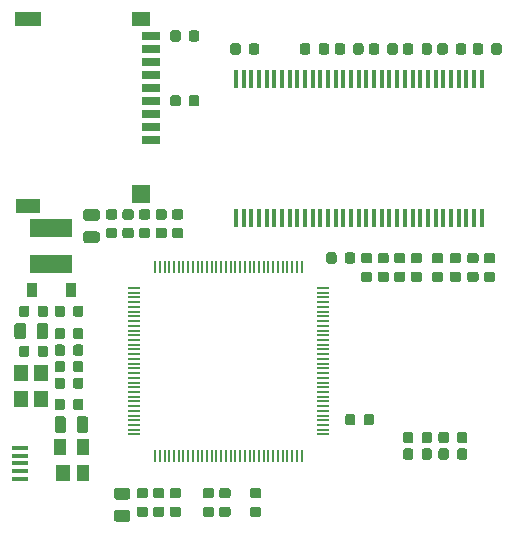
<source format=gbr>
G04 #@! TF.GenerationSoftware,KiCad,Pcbnew,(5.1.5)-3*
G04 #@! TF.CreationDate,2020-08-29T23:45:51+08:00*
G04 #@! TF.ProjectId,imx233-core,696d7832-3333-42d6-936f-72652e6b6963,rev?*
G04 #@! TF.SameCoordinates,Original*
G04 #@! TF.FileFunction,Paste,Top*
G04 #@! TF.FilePolarity,Positive*
%FSLAX46Y46*%
G04 Gerber Fmt 4.6, Leading zero omitted, Abs format (unit mm)*
G04 Created by KiCad (PCBNEW (5.1.5)-3) date 2020-08-29 23:45:51*
%MOMM*%
%LPD*%
G04 APERTURE LIST*
%ADD10R,3.600000X1.500000*%
%ADD11R,1.350000X0.400000*%
%ADD12R,1.200000X1.400000*%
%ADD13R,1.000000X1.400000*%
%ADD14R,0.320000X1.600000*%
%ADD15R,0.220000X1.000000*%
%ADD16R,1.000000X0.220000*%
%ADD17R,1.600000X0.700000*%
%ADD18R,1.500000X1.200000*%
%ADD19R,1.500000X1.600000*%
%ADD20R,2.000000X1.200000*%
%ADD21R,2.200000X1.200000*%
%ADD22C,0.100000*%
%ADD23R,0.900000X1.200000*%
G04 APERTURE END LIST*
D10*
X78687460Y-104707700D03*
X78687460Y-107757700D03*
D11*
X76056020Y-124004260D03*
X76056020Y-123354260D03*
X76056020Y-125954260D03*
X76056020Y-125304260D03*
X76056020Y-124654260D03*
D12*
X77834760Y-116962660D03*
X77834760Y-119162660D03*
X76134760Y-119162660D03*
X76134760Y-116962660D03*
D13*
X79464620Y-123256420D03*
X81364620Y-123256420D03*
X81364620Y-125456420D03*
D12*
X79644620Y-125456420D03*
D14*
X94318440Y-92090980D03*
X94318440Y-103850980D03*
X94968440Y-92090980D03*
X94968440Y-103850980D03*
X95618440Y-92090980D03*
X95618440Y-103850980D03*
X96268440Y-92090980D03*
X96268440Y-103850980D03*
X96918440Y-92090980D03*
X96918440Y-103850980D03*
X97568440Y-92090980D03*
X97568440Y-103850980D03*
X98218440Y-92090980D03*
X98218440Y-103850980D03*
X98868440Y-92090980D03*
X98868440Y-103850980D03*
X99518440Y-92090980D03*
X99518440Y-103850980D03*
X100168440Y-92090980D03*
X100168440Y-103850980D03*
X100818440Y-92090980D03*
X100818440Y-103850980D03*
X101468440Y-92090980D03*
X101468440Y-103850980D03*
X102118440Y-92090980D03*
X102118440Y-103850980D03*
X102768440Y-92090980D03*
X102768440Y-103850980D03*
X103418440Y-92090980D03*
X103418440Y-103850980D03*
X104068440Y-92090980D03*
X104068440Y-103850980D03*
X104718440Y-92090980D03*
X104718440Y-103850980D03*
X105368440Y-92090980D03*
X105368440Y-103850980D03*
X106018440Y-92090980D03*
X106018440Y-103850980D03*
X106668440Y-92090980D03*
X106668440Y-103850980D03*
X107318440Y-92090980D03*
X107318440Y-103850980D03*
X107968440Y-92090980D03*
X107968440Y-103850980D03*
X108618440Y-92090980D03*
X108618440Y-103850980D03*
X109268440Y-92090980D03*
X109268440Y-103850980D03*
X109918440Y-92090980D03*
X109918440Y-103850980D03*
X110568440Y-92090980D03*
X110568440Y-103850980D03*
X111218440Y-92090980D03*
X111218440Y-103850980D03*
X111868440Y-92090980D03*
X111868440Y-103850980D03*
X112518440Y-92090980D03*
X112518440Y-103850980D03*
X113168440Y-92090980D03*
X113168440Y-103850980D03*
X113818440Y-92090980D03*
X113818440Y-103850980D03*
X114468440Y-92090980D03*
X114468440Y-103850980D03*
X115118440Y-92090980D03*
X115118440Y-103850980D03*
D15*
X87473600Y-124001540D03*
X87873600Y-124001540D03*
X88273600Y-124001540D03*
X88673600Y-124001540D03*
X89073600Y-124001540D03*
X89473600Y-124001540D03*
X89873600Y-124001540D03*
X90273600Y-124001540D03*
X90673600Y-124001540D03*
X91073600Y-124001540D03*
X91473600Y-124001540D03*
X91873600Y-124001540D03*
X92273600Y-124001540D03*
X92673600Y-124001540D03*
X93073600Y-124001540D03*
X93473600Y-124001540D03*
X93873600Y-124001540D03*
X94273600Y-124001540D03*
X94673600Y-124001540D03*
X95073600Y-124001540D03*
X95473600Y-124001540D03*
X95873600Y-124001540D03*
X96273600Y-124001540D03*
X96673600Y-124001540D03*
X97073600Y-124001540D03*
X97473600Y-124001540D03*
X97873600Y-124001540D03*
X98273600Y-124001540D03*
X98673600Y-124001540D03*
X99073600Y-124001540D03*
X99473600Y-124001540D03*
X99873600Y-124001540D03*
D16*
X101673600Y-122201540D03*
X101673600Y-121801540D03*
X101673600Y-121401540D03*
X101673600Y-121001540D03*
X101673600Y-120601540D03*
X101673600Y-120201540D03*
X101673600Y-119801540D03*
X101673600Y-119401540D03*
X101673600Y-119001540D03*
X101673600Y-118601540D03*
X101673600Y-118201540D03*
X101673600Y-117801540D03*
X101673600Y-117401540D03*
X101673600Y-117001540D03*
X101673600Y-116601540D03*
X101673600Y-116201540D03*
X101673600Y-115801540D03*
X101673600Y-115401540D03*
X101673600Y-115001540D03*
X101673600Y-114601540D03*
X101673600Y-114201540D03*
X101673600Y-113801540D03*
X101673600Y-113401540D03*
X101673600Y-113001540D03*
X101673600Y-112601540D03*
X101673600Y-112201540D03*
X101673600Y-111801540D03*
X101673600Y-111401540D03*
X101673600Y-111001540D03*
X101673600Y-110601540D03*
X101673600Y-110201540D03*
X101673600Y-109801540D03*
D15*
X99873600Y-108001540D03*
X99473600Y-108001540D03*
X99073600Y-108001540D03*
X98673600Y-108001540D03*
X98273600Y-108001540D03*
X97873600Y-108001540D03*
X97473600Y-108001540D03*
X97073600Y-108001540D03*
X96673600Y-108001540D03*
X96273600Y-108001540D03*
X95873600Y-108001540D03*
X95473600Y-108001540D03*
X95073600Y-108001540D03*
X94673600Y-108001540D03*
X94273600Y-108001540D03*
X93873600Y-108001540D03*
X93473600Y-108001540D03*
X93073600Y-108001540D03*
X92673600Y-108001540D03*
X92273600Y-108001540D03*
X91873600Y-108001540D03*
X91473600Y-108001540D03*
X91073600Y-108001540D03*
X90673600Y-108001540D03*
X90273600Y-108001540D03*
X89873600Y-108001540D03*
X89473600Y-108001540D03*
X89073600Y-108001540D03*
X88673600Y-108001540D03*
X88273600Y-108001540D03*
X87873600Y-108001540D03*
X87473600Y-108001540D03*
D16*
X85673600Y-109801540D03*
X85673600Y-110201540D03*
X85673600Y-110601540D03*
X85673600Y-111001540D03*
X85673600Y-111401540D03*
X85673600Y-111801540D03*
X85673600Y-112201540D03*
X85673600Y-112601540D03*
X85673600Y-113001540D03*
X85673600Y-113401540D03*
X85673600Y-113801540D03*
X85673600Y-114201540D03*
X85673600Y-114601540D03*
X85673600Y-115001540D03*
X85673600Y-115401540D03*
X85673600Y-115801540D03*
X85673600Y-116201540D03*
X85673600Y-116601540D03*
X85673600Y-117001540D03*
X85673600Y-117401540D03*
X85673600Y-117801540D03*
X85673600Y-118201540D03*
X85673600Y-118601540D03*
X85673600Y-119001540D03*
X85673600Y-119401540D03*
X85673600Y-119801540D03*
X85673600Y-120201540D03*
X85673600Y-120601540D03*
X85673600Y-121001540D03*
X85673600Y-121401540D03*
X85673600Y-121801540D03*
X85673600Y-122201540D03*
D17*
X87089780Y-88462420D03*
X87089780Y-89562420D03*
X87089780Y-90662420D03*
X87089780Y-91762420D03*
X87089780Y-92862420D03*
X87089780Y-93962420D03*
X87089780Y-95062420D03*
X87089780Y-96162420D03*
X87089780Y-97262420D03*
D18*
X86289780Y-87062420D03*
D19*
X86289780Y-101862420D03*
D20*
X76689780Y-102862420D03*
D21*
X76689780Y-87062420D03*
D22*
G36*
X81213691Y-115982053D02*
G01*
X81234926Y-115985203D01*
X81255750Y-115990419D01*
X81275962Y-115997651D01*
X81295368Y-116006830D01*
X81313781Y-116017866D01*
X81331024Y-116030654D01*
X81346930Y-116045070D01*
X81361346Y-116060976D01*
X81374134Y-116078219D01*
X81385170Y-116096632D01*
X81394349Y-116116038D01*
X81401581Y-116136250D01*
X81406797Y-116157074D01*
X81409947Y-116178309D01*
X81411000Y-116199750D01*
X81411000Y-116712250D01*
X81409947Y-116733691D01*
X81406797Y-116754926D01*
X81401581Y-116775750D01*
X81394349Y-116795962D01*
X81385170Y-116815368D01*
X81374134Y-116833781D01*
X81361346Y-116851024D01*
X81346930Y-116866930D01*
X81331024Y-116881346D01*
X81313781Y-116894134D01*
X81295368Y-116905170D01*
X81275962Y-116914349D01*
X81255750Y-116921581D01*
X81234926Y-116926797D01*
X81213691Y-116929947D01*
X81192250Y-116931000D01*
X80754750Y-116931000D01*
X80733309Y-116929947D01*
X80712074Y-116926797D01*
X80691250Y-116921581D01*
X80671038Y-116914349D01*
X80651632Y-116905170D01*
X80633219Y-116894134D01*
X80615976Y-116881346D01*
X80600070Y-116866930D01*
X80585654Y-116851024D01*
X80572866Y-116833781D01*
X80561830Y-116815368D01*
X80552651Y-116795962D01*
X80545419Y-116775750D01*
X80540203Y-116754926D01*
X80537053Y-116733691D01*
X80536000Y-116712250D01*
X80536000Y-116199750D01*
X80537053Y-116178309D01*
X80540203Y-116157074D01*
X80545419Y-116136250D01*
X80552651Y-116116038D01*
X80561830Y-116096632D01*
X80572866Y-116078219D01*
X80585654Y-116060976D01*
X80600070Y-116045070D01*
X80615976Y-116030654D01*
X80633219Y-116017866D01*
X80651632Y-116006830D01*
X80671038Y-115997651D01*
X80691250Y-115990419D01*
X80712074Y-115985203D01*
X80733309Y-115982053D01*
X80754750Y-115981000D01*
X81192250Y-115981000D01*
X81213691Y-115982053D01*
G37*
G36*
X79638691Y-115982053D02*
G01*
X79659926Y-115985203D01*
X79680750Y-115990419D01*
X79700962Y-115997651D01*
X79720368Y-116006830D01*
X79738781Y-116017866D01*
X79756024Y-116030654D01*
X79771930Y-116045070D01*
X79786346Y-116060976D01*
X79799134Y-116078219D01*
X79810170Y-116096632D01*
X79819349Y-116116038D01*
X79826581Y-116136250D01*
X79831797Y-116157074D01*
X79834947Y-116178309D01*
X79836000Y-116199750D01*
X79836000Y-116712250D01*
X79834947Y-116733691D01*
X79831797Y-116754926D01*
X79826581Y-116775750D01*
X79819349Y-116795962D01*
X79810170Y-116815368D01*
X79799134Y-116833781D01*
X79786346Y-116851024D01*
X79771930Y-116866930D01*
X79756024Y-116881346D01*
X79738781Y-116894134D01*
X79720368Y-116905170D01*
X79700962Y-116914349D01*
X79680750Y-116921581D01*
X79659926Y-116926797D01*
X79638691Y-116929947D01*
X79617250Y-116931000D01*
X79179750Y-116931000D01*
X79158309Y-116929947D01*
X79137074Y-116926797D01*
X79116250Y-116921581D01*
X79096038Y-116914349D01*
X79076632Y-116905170D01*
X79058219Y-116894134D01*
X79040976Y-116881346D01*
X79025070Y-116866930D01*
X79010654Y-116851024D01*
X78997866Y-116833781D01*
X78986830Y-116815368D01*
X78977651Y-116795962D01*
X78970419Y-116775750D01*
X78965203Y-116754926D01*
X78962053Y-116733691D01*
X78961000Y-116712250D01*
X78961000Y-116199750D01*
X78962053Y-116178309D01*
X78965203Y-116157074D01*
X78970419Y-116136250D01*
X78977651Y-116116038D01*
X78986830Y-116096632D01*
X78997866Y-116078219D01*
X79010654Y-116060976D01*
X79025070Y-116045070D01*
X79040976Y-116030654D01*
X79058219Y-116017866D01*
X79076632Y-116006830D01*
X79096038Y-115997651D01*
X79116250Y-115990419D01*
X79137074Y-115985203D01*
X79158309Y-115982053D01*
X79179750Y-115981000D01*
X79617250Y-115981000D01*
X79638691Y-115982053D01*
G37*
G36*
X96263691Y-126732053D02*
G01*
X96284926Y-126735203D01*
X96305750Y-126740419D01*
X96325962Y-126747651D01*
X96345368Y-126756830D01*
X96363781Y-126767866D01*
X96381024Y-126780654D01*
X96396930Y-126795070D01*
X96411346Y-126810976D01*
X96424134Y-126828219D01*
X96435170Y-126846632D01*
X96444349Y-126866038D01*
X96451581Y-126886250D01*
X96456797Y-126907074D01*
X96459947Y-126928309D01*
X96461000Y-126949750D01*
X96461000Y-127387250D01*
X96459947Y-127408691D01*
X96456797Y-127429926D01*
X96451581Y-127450750D01*
X96444349Y-127470962D01*
X96435170Y-127490368D01*
X96424134Y-127508781D01*
X96411346Y-127526024D01*
X96396930Y-127541930D01*
X96381024Y-127556346D01*
X96363781Y-127569134D01*
X96345368Y-127580170D01*
X96325962Y-127589349D01*
X96305750Y-127596581D01*
X96284926Y-127601797D01*
X96263691Y-127604947D01*
X96242250Y-127606000D01*
X95729750Y-127606000D01*
X95708309Y-127604947D01*
X95687074Y-127601797D01*
X95666250Y-127596581D01*
X95646038Y-127589349D01*
X95626632Y-127580170D01*
X95608219Y-127569134D01*
X95590976Y-127556346D01*
X95575070Y-127541930D01*
X95560654Y-127526024D01*
X95547866Y-127508781D01*
X95536830Y-127490368D01*
X95527651Y-127470962D01*
X95520419Y-127450750D01*
X95515203Y-127429926D01*
X95512053Y-127408691D01*
X95511000Y-127387250D01*
X95511000Y-126949750D01*
X95512053Y-126928309D01*
X95515203Y-126907074D01*
X95520419Y-126886250D01*
X95527651Y-126866038D01*
X95536830Y-126846632D01*
X95547866Y-126828219D01*
X95560654Y-126810976D01*
X95575070Y-126795070D01*
X95590976Y-126780654D01*
X95608219Y-126767866D01*
X95626632Y-126756830D01*
X95646038Y-126747651D01*
X95666250Y-126740419D01*
X95687074Y-126735203D01*
X95708309Y-126732053D01*
X95729750Y-126731000D01*
X96242250Y-126731000D01*
X96263691Y-126732053D01*
G37*
G36*
X96263691Y-128307053D02*
G01*
X96284926Y-128310203D01*
X96305750Y-128315419D01*
X96325962Y-128322651D01*
X96345368Y-128331830D01*
X96363781Y-128342866D01*
X96381024Y-128355654D01*
X96396930Y-128370070D01*
X96411346Y-128385976D01*
X96424134Y-128403219D01*
X96435170Y-128421632D01*
X96444349Y-128441038D01*
X96451581Y-128461250D01*
X96456797Y-128482074D01*
X96459947Y-128503309D01*
X96461000Y-128524750D01*
X96461000Y-128962250D01*
X96459947Y-128983691D01*
X96456797Y-129004926D01*
X96451581Y-129025750D01*
X96444349Y-129045962D01*
X96435170Y-129065368D01*
X96424134Y-129083781D01*
X96411346Y-129101024D01*
X96396930Y-129116930D01*
X96381024Y-129131346D01*
X96363781Y-129144134D01*
X96345368Y-129155170D01*
X96325962Y-129164349D01*
X96305750Y-129171581D01*
X96284926Y-129176797D01*
X96263691Y-129179947D01*
X96242250Y-129181000D01*
X95729750Y-129181000D01*
X95708309Y-129179947D01*
X95687074Y-129176797D01*
X95666250Y-129171581D01*
X95646038Y-129164349D01*
X95626632Y-129155170D01*
X95608219Y-129144134D01*
X95590976Y-129131346D01*
X95575070Y-129116930D01*
X95560654Y-129101024D01*
X95547866Y-129083781D01*
X95536830Y-129065368D01*
X95527651Y-129045962D01*
X95520419Y-129025750D01*
X95515203Y-129004926D01*
X95512053Y-128983691D01*
X95511000Y-128962250D01*
X95511000Y-128524750D01*
X95512053Y-128503309D01*
X95515203Y-128482074D01*
X95520419Y-128461250D01*
X95527651Y-128441038D01*
X95536830Y-128421632D01*
X95547866Y-128403219D01*
X95560654Y-128385976D01*
X95575070Y-128370070D01*
X95590976Y-128355654D01*
X95608219Y-128342866D01*
X95626632Y-128331830D01*
X95646038Y-128322651D01*
X95666250Y-128315419D01*
X95687074Y-128310203D01*
X95708309Y-128307053D01*
X95729750Y-128306000D01*
X96242250Y-128306000D01*
X96263691Y-128307053D01*
G37*
G36*
X107813691Y-89082053D02*
G01*
X107834926Y-89085203D01*
X107855750Y-89090419D01*
X107875962Y-89097651D01*
X107895368Y-89106830D01*
X107913781Y-89117866D01*
X107931024Y-89130654D01*
X107946930Y-89145070D01*
X107961346Y-89160976D01*
X107974134Y-89178219D01*
X107985170Y-89196632D01*
X107994349Y-89216038D01*
X108001581Y-89236250D01*
X108006797Y-89257074D01*
X108009947Y-89278309D01*
X108011000Y-89299750D01*
X108011000Y-89812250D01*
X108009947Y-89833691D01*
X108006797Y-89854926D01*
X108001581Y-89875750D01*
X107994349Y-89895962D01*
X107985170Y-89915368D01*
X107974134Y-89933781D01*
X107961346Y-89951024D01*
X107946930Y-89966930D01*
X107931024Y-89981346D01*
X107913781Y-89994134D01*
X107895368Y-90005170D01*
X107875962Y-90014349D01*
X107855750Y-90021581D01*
X107834926Y-90026797D01*
X107813691Y-90029947D01*
X107792250Y-90031000D01*
X107354750Y-90031000D01*
X107333309Y-90029947D01*
X107312074Y-90026797D01*
X107291250Y-90021581D01*
X107271038Y-90014349D01*
X107251632Y-90005170D01*
X107233219Y-89994134D01*
X107215976Y-89981346D01*
X107200070Y-89966930D01*
X107185654Y-89951024D01*
X107172866Y-89933781D01*
X107161830Y-89915368D01*
X107152651Y-89895962D01*
X107145419Y-89875750D01*
X107140203Y-89854926D01*
X107137053Y-89833691D01*
X107136000Y-89812250D01*
X107136000Y-89299750D01*
X107137053Y-89278309D01*
X107140203Y-89257074D01*
X107145419Y-89236250D01*
X107152651Y-89216038D01*
X107161830Y-89196632D01*
X107172866Y-89178219D01*
X107185654Y-89160976D01*
X107200070Y-89145070D01*
X107215976Y-89130654D01*
X107233219Y-89117866D01*
X107251632Y-89106830D01*
X107271038Y-89097651D01*
X107291250Y-89090419D01*
X107312074Y-89085203D01*
X107333309Y-89082053D01*
X107354750Y-89081000D01*
X107792250Y-89081000D01*
X107813691Y-89082053D01*
G37*
G36*
X106238691Y-89082053D02*
G01*
X106259926Y-89085203D01*
X106280750Y-89090419D01*
X106300962Y-89097651D01*
X106320368Y-89106830D01*
X106338781Y-89117866D01*
X106356024Y-89130654D01*
X106371930Y-89145070D01*
X106386346Y-89160976D01*
X106399134Y-89178219D01*
X106410170Y-89196632D01*
X106419349Y-89216038D01*
X106426581Y-89236250D01*
X106431797Y-89257074D01*
X106434947Y-89278309D01*
X106436000Y-89299750D01*
X106436000Y-89812250D01*
X106434947Y-89833691D01*
X106431797Y-89854926D01*
X106426581Y-89875750D01*
X106419349Y-89895962D01*
X106410170Y-89915368D01*
X106399134Y-89933781D01*
X106386346Y-89951024D01*
X106371930Y-89966930D01*
X106356024Y-89981346D01*
X106338781Y-89994134D01*
X106320368Y-90005170D01*
X106300962Y-90014349D01*
X106280750Y-90021581D01*
X106259926Y-90026797D01*
X106238691Y-90029947D01*
X106217250Y-90031000D01*
X105779750Y-90031000D01*
X105758309Y-90029947D01*
X105737074Y-90026797D01*
X105716250Y-90021581D01*
X105696038Y-90014349D01*
X105676632Y-90005170D01*
X105658219Y-89994134D01*
X105640976Y-89981346D01*
X105625070Y-89966930D01*
X105610654Y-89951024D01*
X105597866Y-89933781D01*
X105586830Y-89915368D01*
X105577651Y-89895962D01*
X105570419Y-89875750D01*
X105565203Y-89854926D01*
X105562053Y-89833691D01*
X105561000Y-89812250D01*
X105561000Y-89299750D01*
X105562053Y-89278309D01*
X105565203Y-89257074D01*
X105570419Y-89236250D01*
X105577651Y-89216038D01*
X105586830Y-89196632D01*
X105597866Y-89178219D01*
X105610654Y-89160976D01*
X105625070Y-89145070D01*
X105640976Y-89130654D01*
X105658219Y-89117866D01*
X105676632Y-89106830D01*
X105696038Y-89097651D01*
X105716250Y-89090419D01*
X105737074Y-89085203D01*
X105758309Y-89082053D01*
X105779750Y-89081000D01*
X106217250Y-89081000D01*
X106238691Y-89082053D01*
G37*
G36*
X104213691Y-106782053D02*
G01*
X104234926Y-106785203D01*
X104255750Y-106790419D01*
X104275962Y-106797651D01*
X104295368Y-106806830D01*
X104313781Y-106817866D01*
X104331024Y-106830654D01*
X104346930Y-106845070D01*
X104361346Y-106860976D01*
X104374134Y-106878219D01*
X104385170Y-106896632D01*
X104394349Y-106916038D01*
X104401581Y-106936250D01*
X104406797Y-106957074D01*
X104409947Y-106978309D01*
X104411000Y-106999750D01*
X104411000Y-107512250D01*
X104409947Y-107533691D01*
X104406797Y-107554926D01*
X104401581Y-107575750D01*
X104394349Y-107595962D01*
X104385170Y-107615368D01*
X104374134Y-107633781D01*
X104361346Y-107651024D01*
X104346930Y-107666930D01*
X104331024Y-107681346D01*
X104313781Y-107694134D01*
X104295368Y-107705170D01*
X104275962Y-107714349D01*
X104255750Y-107721581D01*
X104234926Y-107726797D01*
X104213691Y-107729947D01*
X104192250Y-107731000D01*
X103754750Y-107731000D01*
X103733309Y-107729947D01*
X103712074Y-107726797D01*
X103691250Y-107721581D01*
X103671038Y-107714349D01*
X103651632Y-107705170D01*
X103633219Y-107694134D01*
X103615976Y-107681346D01*
X103600070Y-107666930D01*
X103585654Y-107651024D01*
X103572866Y-107633781D01*
X103561830Y-107615368D01*
X103552651Y-107595962D01*
X103545419Y-107575750D01*
X103540203Y-107554926D01*
X103537053Y-107533691D01*
X103536000Y-107512250D01*
X103536000Y-106999750D01*
X103537053Y-106978309D01*
X103540203Y-106957074D01*
X103545419Y-106936250D01*
X103552651Y-106916038D01*
X103561830Y-106896632D01*
X103572866Y-106878219D01*
X103585654Y-106860976D01*
X103600070Y-106845070D01*
X103615976Y-106830654D01*
X103633219Y-106817866D01*
X103651632Y-106806830D01*
X103671038Y-106797651D01*
X103691250Y-106790419D01*
X103712074Y-106785203D01*
X103733309Y-106782053D01*
X103754750Y-106781000D01*
X104192250Y-106781000D01*
X104213691Y-106782053D01*
G37*
G36*
X102638691Y-106782053D02*
G01*
X102659926Y-106785203D01*
X102680750Y-106790419D01*
X102700962Y-106797651D01*
X102720368Y-106806830D01*
X102738781Y-106817866D01*
X102756024Y-106830654D01*
X102771930Y-106845070D01*
X102786346Y-106860976D01*
X102799134Y-106878219D01*
X102810170Y-106896632D01*
X102819349Y-106916038D01*
X102826581Y-106936250D01*
X102831797Y-106957074D01*
X102834947Y-106978309D01*
X102836000Y-106999750D01*
X102836000Y-107512250D01*
X102834947Y-107533691D01*
X102831797Y-107554926D01*
X102826581Y-107575750D01*
X102819349Y-107595962D01*
X102810170Y-107615368D01*
X102799134Y-107633781D01*
X102786346Y-107651024D01*
X102771930Y-107666930D01*
X102756024Y-107681346D01*
X102738781Y-107694134D01*
X102720368Y-107705170D01*
X102700962Y-107714349D01*
X102680750Y-107721581D01*
X102659926Y-107726797D01*
X102638691Y-107729947D01*
X102617250Y-107731000D01*
X102179750Y-107731000D01*
X102158309Y-107729947D01*
X102137074Y-107726797D01*
X102116250Y-107721581D01*
X102096038Y-107714349D01*
X102076632Y-107705170D01*
X102058219Y-107694134D01*
X102040976Y-107681346D01*
X102025070Y-107666930D01*
X102010654Y-107651024D01*
X101997866Y-107633781D01*
X101986830Y-107615368D01*
X101977651Y-107595962D01*
X101970419Y-107575750D01*
X101965203Y-107554926D01*
X101962053Y-107533691D01*
X101961000Y-107512250D01*
X101961000Y-106999750D01*
X101962053Y-106978309D01*
X101965203Y-106957074D01*
X101970419Y-106936250D01*
X101977651Y-106916038D01*
X101986830Y-106896632D01*
X101997866Y-106878219D01*
X102010654Y-106860976D01*
X102025070Y-106845070D01*
X102040976Y-106830654D01*
X102058219Y-106817866D01*
X102076632Y-106806830D01*
X102096038Y-106797651D01*
X102116250Y-106790419D01*
X102137074Y-106785203D01*
X102158309Y-106782053D01*
X102179750Y-106781000D01*
X102617250Y-106781000D01*
X102638691Y-106782053D01*
G37*
G36*
X109138691Y-123382053D02*
G01*
X109159926Y-123385203D01*
X109180750Y-123390419D01*
X109200962Y-123397651D01*
X109220368Y-123406830D01*
X109238781Y-123417866D01*
X109256024Y-123430654D01*
X109271930Y-123445070D01*
X109286346Y-123460976D01*
X109299134Y-123478219D01*
X109310170Y-123496632D01*
X109319349Y-123516038D01*
X109326581Y-123536250D01*
X109331797Y-123557074D01*
X109334947Y-123578309D01*
X109336000Y-123599750D01*
X109336000Y-124112250D01*
X109334947Y-124133691D01*
X109331797Y-124154926D01*
X109326581Y-124175750D01*
X109319349Y-124195962D01*
X109310170Y-124215368D01*
X109299134Y-124233781D01*
X109286346Y-124251024D01*
X109271930Y-124266930D01*
X109256024Y-124281346D01*
X109238781Y-124294134D01*
X109220368Y-124305170D01*
X109200962Y-124314349D01*
X109180750Y-124321581D01*
X109159926Y-124326797D01*
X109138691Y-124329947D01*
X109117250Y-124331000D01*
X108679750Y-124331000D01*
X108658309Y-124329947D01*
X108637074Y-124326797D01*
X108616250Y-124321581D01*
X108596038Y-124314349D01*
X108576632Y-124305170D01*
X108558219Y-124294134D01*
X108540976Y-124281346D01*
X108525070Y-124266930D01*
X108510654Y-124251024D01*
X108497866Y-124233781D01*
X108486830Y-124215368D01*
X108477651Y-124195962D01*
X108470419Y-124175750D01*
X108465203Y-124154926D01*
X108462053Y-124133691D01*
X108461000Y-124112250D01*
X108461000Y-123599750D01*
X108462053Y-123578309D01*
X108465203Y-123557074D01*
X108470419Y-123536250D01*
X108477651Y-123516038D01*
X108486830Y-123496632D01*
X108497866Y-123478219D01*
X108510654Y-123460976D01*
X108525070Y-123445070D01*
X108540976Y-123430654D01*
X108558219Y-123417866D01*
X108576632Y-123406830D01*
X108596038Y-123397651D01*
X108616250Y-123390419D01*
X108637074Y-123385203D01*
X108658309Y-123382053D01*
X108679750Y-123381000D01*
X109117250Y-123381000D01*
X109138691Y-123382053D01*
G37*
G36*
X110713691Y-123382053D02*
G01*
X110734926Y-123385203D01*
X110755750Y-123390419D01*
X110775962Y-123397651D01*
X110795368Y-123406830D01*
X110813781Y-123417866D01*
X110831024Y-123430654D01*
X110846930Y-123445070D01*
X110861346Y-123460976D01*
X110874134Y-123478219D01*
X110885170Y-123496632D01*
X110894349Y-123516038D01*
X110901581Y-123536250D01*
X110906797Y-123557074D01*
X110909947Y-123578309D01*
X110911000Y-123599750D01*
X110911000Y-124112250D01*
X110909947Y-124133691D01*
X110906797Y-124154926D01*
X110901581Y-124175750D01*
X110894349Y-124195962D01*
X110885170Y-124215368D01*
X110874134Y-124233781D01*
X110861346Y-124251024D01*
X110846930Y-124266930D01*
X110831024Y-124281346D01*
X110813781Y-124294134D01*
X110795368Y-124305170D01*
X110775962Y-124314349D01*
X110755750Y-124321581D01*
X110734926Y-124326797D01*
X110713691Y-124329947D01*
X110692250Y-124331000D01*
X110254750Y-124331000D01*
X110233309Y-124329947D01*
X110212074Y-124326797D01*
X110191250Y-124321581D01*
X110171038Y-124314349D01*
X110151632Y-124305170D01*
X110133219Y-124294134D01*
X110115976Y-124281346D01*
X110100070Y-124266930D01*
X110085654Y-124251024D01*
X110072866Y-124233781D01*
X110061830Y-124215368D01*
X110052651Y-124195962D01*
X110045419Y-124175750D01*
X110040203Y-124154926D01*
X110037053Y-124133691D01*
X110036000Y-124112250D01*
X110036000Y-123599750D01*
X110037053Y-123578309D01*
X110040203Y-123557074D01*
X110045419Y-123536250D01*
X110052651Y-123516038D01*
X110061830Y-123496632D01*
X110072866Y-123478219D01*
X110085654Y-123460976D01*
X110100070Y-123445070D01*
X110115976Y-123430654D01*
X110133219Y-123417866D01*
X110151632Y-123406830D01*
X110171038Y-123397651D01*
X110191250Y-123390419D01*
X110212074Y-123385203D01*
X110233309Y-123382053D01*
X110254750Y-123381000D01*
X110692250Y-123381000D01*
X110713691Y-123382053D01*
G37*
G36*
X76638691Y-111282053D02*
G01*
X76659926Y-111285203D01*
X76680750Y-111290419D01*
X76700962Y-111297651D01*
X76720368Y-111306830D01*
X76738781Y-111317866D01*
X76756024Y-111330654D01*
X76771930Y-111345070D01*
X76786346Y-111360976D01*
X76799134Y-111378219D01*
X76810170Y-111396632D01*
X76819349Y-111416038D01*
X76826581Y-111436250D01*
X76831797Y-111457074D01*
X76834947Y-111478309D01*
X76836000Y-111499750D01*
X76836000Y-112012250D01*
X76834947Y-112033691D01*
X76831797Y-112054926D01*
X76826581Y-112075750D01*
X76819349Y-112095962D01*
X76810170Y-112115368D01*
X76799134Y-112133781D01*
X76786346Y-112151024D01*
X76771930Y-112166930D01*
X76756024Y-112181346D01*
X76738781Y-112194134D01*
X76720368Y-112205170D01*
X76700962Y-112214349D01*
X76680750Y-112221581D01*
X76659926Y-112226797D01*
X76638691Y-112229947D01*
X76617250Y-112231000D01*
X76179750Y-112231000D01*
X76158309Y-112229947D01*
X76137074Y-112226797D01*
X76116250Y-112221581D01*
X76096038Y-112214349D01*
X76076632Y-112205170D01*
X76058219Y-112194134D01*
X76040976Y-112181346D01*
X76025070Y-112166930D01*
X76010654Y-112151024D01*
X75997866Y-112133781D01*
X75986830Y-112115368D01*
X75977651Y-112095962D01*
X75970419Y-112075750D01*
X75965203Y-112054926D01*
X75962053Y-112033691D01*
X75961000Y-112012250D01*
X75961000Y-111499750D01*
X75962053Y-111478309D01*
X75965203Y-111457074D01*
X75970419Y-111436250D01*
X75977651Y-111416038D01*
X75986830Y-111396632D01*
X75997866Y-111378219D01*
X76010654Y-111360976D01*
X76025070Y-111345070D01*
X76040976Y-111330654D01*
X76058219Y-111317866D01*
X76076632Y-111306830D01*
X76096038Y-111297651D01*
X76116250Y-111290419D01*
X76137074Y-111285203D01*
X76158309Y-111282053D01*
X76179750Y-111281000D01*
X76617250Y-111281000D01*
X76638691Y-111282053D01*
G37*
G36*
X78213691Y-111282053D02*
G01*
X78234926Y-111285203D01*
X78255750Y-111290419D01*
X78275962Y-111297651D01*
X78295368Y-111306830D01*
X78313781Y-111317866D01*
X78331024Y-111330654D01*
X78346930Y-111345070D01*
X78361346Y-111360976D01*
X78374134Y-111378219D01*
X78385170Y-111396632D01*
X78394349Y-111416038D01*
X78401581Y-111436250D01*
X78406797Y-111457074D01*
X78409947Y-111478309D01*
X78411000Y-111499750D01*
X78411000Y-112012250D01*
X78409947Y-112033691D01*
X78406797Y-112054926D01*
X78401581Y-112075750D01*
X78394349Y-112095962D01*
X78385170Y-112115368D01*
X78374134Y-112133781D01*
X78361346Y-112151024D01*
X78346930Y-112166930D01*
X78331024Y-112181346D01*
X78313781Y-112194134D01*
X78295368Y-112205170D01*
X78275962Y-112214349D01*
X78255750Y-112221581D01*
X78234926Y-112226797D01*
X78213691Y-112229947D01*
X78192250Y-112231000D01*
X77754750Y-112231000D01*
X77733309Y-112229947D01*
X77712074Y-112226797D01*
X77691250Y-112221581D01*
X77671038Y-112214349D01*
X77651632Y-112205170D01*
X77633219Y-112194134D01*
X77615976Y-112181346D01*
X77600070Y-112166930D01*
X77585654Y-112151024D01*
X77572866Y-112133781D01*
X77561830Y-112115368D01*
X77552651Y-112095962D01*
X77545419Y-112075750D01*
X77540203Y-112054926D01*
X77537053Y-112033691D01*
X77536000Y-112012250D01*
X77536000Y-111499750D01*
X77537053Y-111478309D01*
X77540203Y-111457074D01*
X77545419Y-111436250D01*
X77552651Y-111416038D01*
X77561830Y-111396632D01*
X77572866Y-111378219D01*
X77585654Y-111360976D01*
X77600070Y-111345070D01*
X77615976Y-111330654D01*
X77633219Y-111317866D01*
X77651632Y-111306830D01*
X77671038Y-111297651D01*
X77691250Y-111290419D01*
X77712074Y-111285203D01*
X77733309Y-111282053D01*
X77754750Y-111281000D01*
X78192250Y-111281000D01*
X78213691Y-111282053D01*
G37*
G36*
X79716142Y-120657174D02*
G01*
X79739803Y-120660684D01*
X79763007Y-120666496D01*
X79785529Y-120674554D01*
X79807153Y-120684782D01*
X79827670Y-120697079D01*
X79846883Y-120711329D01*
X79864607Y-120727393D01*
X79880671Y-120745117D01*
X79894921Y-120764330D01*
X79907218Y-120784847D01*
X79917446Y-120806471D01*
X79925504Y-120828993D01*
X79931316Y-120852197D01*
X79934826Y-120875858D01*
X79936000Y-120899750D01*
X79936000Y-121812250D01*
X79934826Y-121836142D01*
X79931316Y-121859803D01*
X79925504Y-121883007D01*
X79917446Y-121905529D01*
X79907218Y-121927153D01*
X79894921Y-121947670D01*
X79880671Y-121966883D01*
X79864607Y-121984607D01*
X79846883Y-122000671D01*
X79827670Y-122014921D01*
X79807153Y-122027218D01*
X79785529Y-122037446D01*
X79763007Y-122045504D01*
X79739803Y-122051316D01*
X79716142Y-122054826D01*
X79692250Y-122056000D01*
X79204750Y-122056000D01*
X79180858Y-122054826D01*
X79157197Y-122051316D01*
X79133993Y-122045504D01*
X79111471Y-122037446D01*
X79089847Y-122027218D01*
X79069330Y-122014921D01*
X79050117Y-122000671D01*
X79032393Y-121984607D01*
X79016329Y-121966883D01*
X79002079Y-121947670D01*
X78989782Y-121927153D01*
X78979554Y-121905529D01*
X78971496Y-121883007D01*
X78965684Y-121859803D01*
X78962174Y-121836142D01*
X78961000Y-121812250D01*
X78961000Y-120899750D01*
X78962174Y-120875858D01*
X78965684Y-120852197D01*
X78971496Y-120828993D01*
X78979554Y-120806471D01*
X78989782Y-120784847D01*
X79002079Y-120764330D01*
X79016329Y-120745117D01*
X79032393Y-120727393D01*
X79050117Y-120711329D01*
X79069330Y-120697079D01*
X79089847Y-120684782D01*
X79111471Y-120674554D01*
X79133993Y-120666496D01*
X79157197Y-120660684D01*
X79180858Y-120657174D01*
X79204750Y-120656000D01*
X79692250Y-120656000D01*
X79716142Y-120657174D01*
G37*
G36*
X81591142Y-120657174D02*
G01*
X81614803Y-120660684D01*
X81638007Y-120666496D01*
X81660529Y-120674554D01*
X81682153Y-120684782D01*
X81702670Y-120697079D01*
X81721883Y-120711329D01*
X81739607Y-120727393D01*
X81755671Y-120745117D01*
X81769921Y-120764330D01*
X81782218Y-120784847D01*
X81792446Y-120806471D01*
X81800504Y-120828993D01*
X81806316Y-120852197D01*
X81809826Y-120875858D01*
X81811000Y-120899750D01*
X81811000Y-121812250D01*
X81809826Y-121836142D01*
X81806316Y-121859803D01*
X81800504Y-121883007D01*
X81792446Y-121905529D01*
X81782218Y-121927153D01*
X81769921Y-121947670D01*
X81755671Y-121966883D01*
X81739607Y-121984607D01*
X81721883Y-122000671D01*
X81702670Y-122014921D01*
X81682153Y-122027218D01*
X81660529Y-122037446D01*
X81638007Y-122045504D01*
X81614803Y-122051316D01*
X81591142Y-122054826D01*
X81567250Y-122056000D01*
X81079750Y-122056000D01*
X81055858Y-122054826D01*
X81032197Y-122051316D01*
X81008993Y-122045504D01*
X80986471Y-122037446D01*
X80964847Y-122027218D01*
X80944330Y-122014921D01*
X80925117Y-122000671D01*
X80907393Y-121984607D01*
X80891329Y-121966883D01*
X80877079Y-121947670D01*
X80864782Y-121927153D01*
X80854554Y-121905529D01*
X80846496Y-121883007D01*
X80840684Y-121859803D01*
X80837174Y-121836142D01*
X80836000Y-121812250D01*
X80836000Y-120899750D01*
X80837174Y-120875858D01*
X80840684Y-120852197D01*
X80846496Y-120828993D01*
X80854554Y-120806471D01*
X80864782Y-120784847D01*
X80877079Y-120764330D01*
X80891329Y-120745117D01*
X80907393Y-120727393D01*
X80925117Y-120711329D01*
X80944330Y-120697079D01*
X80964847Y-120684782D01*
X80986471Y-120674554D01*
X81008993Y-120666496D01*
X81032197Y-120660684D01*
X81055858Y-120657174D01*
X81079750Y-120656000D01*
X81567250Y-120656000D01*
X81591142Y-120657174D01*
G37*
G36*
X96101191Y-89082053D02*
G01*
X96122426Y-89085203D01*
X96143250Y-89090419D01*
X96163462Y-89097651D01*
X96182868Y-89106830D01*
X96201281Y-89117866D01*
X96218524Y-89130654D01*
X96234430Y-89145070D01*
X96248846Y-89160976D01*
X96261634Y-89178219D01*
X96272670Y-89196632D01*
X96281849Y-89216038D01*
X96289081Y-89236250D01*
X96294297Y-89257074D01*
X96297447Y-89278309D01*
X96298500Y-89299750D01*
X96298500Y-89812250D01*
X96297447Y-89833691D01*
X96294297Y-89854926D01*
X96289081Y-89875750D01*
X96281849Y-89895962D01*
X96272670Y-89915368D01*
X96261634Y-89933781D01*
X96248846Y-89951024D01*
X96234430Y-89966930D01*
X96218524Y-89981346D01*
X96201281Y-89994134D01*
X96182868Y-90005170D01*
X96163462Y-90014349D01*
X96143250Y-90021581D01*
X96122426Y-90026797D01*
X96101191Y-90029947D01*
X96079750Y-90031000D01*
X95642250Y-90031000D01*
X95620809Y-90029947D01*
X95599574Y-90026797D01*
X95578750Y-90021581D01*
X95558538Y-90014349D01*
X95539132Y-90005170D01*
X95520719Y-89994134D01*
X95503476Y-89981346D01*
X95487570Y-89966930D01*
X95473154Y-89951024D01*
X95460366Y-89933781D01*
X95449330Y-89915368D01*
X95440151Y-89895962D01*
X95432919Y-89875750D01*
X95427703Y-89854926D01*
X95424553Y-89833691D01*
X95423500Y-89812250D01*
X95423500Y-89299750D01*
X95424553Y-89278309D01*
X95427703Y-89257074D01*
X95432919Y-89236250D01*
X95440151Y-89216038D01*
X95449330Y-89196632D01*
X95460366Y-89178219D01*
X95473154Y-89160976D01*
X95487570Y-89145070D01*
X95503476Y-89130654D01*
X95520719Y-89117866D01*
X95539132Y-89106830D01*
X95558538Y-89097651D01*
X95578750Y-89090419D01*
X95599574Y-89085203D01*
X95620809Y-89082053D01*
X95642250Y-89081000D01*
X96079750Y-89081000D01*
X96101191Y-89082053D01*
G37*
G36*
X94526191Y-89082053D02*
G01*
X94547426Y-89085203D01*
X94568250Y-89090419D01*
X94588462Y-89097651D01*
X94607868Y-89106830D01*
X94626281Y-89117866D01*
X94643524Y-89130654D01*
X94659430Y-89145070D01*
X94673846Y-89160976D01*
X94686634Y-89178219D01*
X94697670Y-89196632D01*
X94706849Y-89216038D01*
X94714081Y-89236250D01*
X94719297Y-89257074D01*
X94722447Y-89278309D01*
X94723500Y-89299750D01*
X94723500Y-89812250D01*
X94722447Y-89833691D01*
X94719297Y-89854926D01*
X94714081Y-89875750D01*
X94706849Y-89895962D01*
X94697670Y-89915368D01*
X94686634Y-89933781D01*
X94673846Y-89951024D01*
X94659430Y-89966930D01*
X94643524Y-89981346D01*
X94626281Y-89994134D01*
X94607868Y-90005170D01*
X94588462Y-90014349D01*
X94568250Y-90021581D01*
X94547426Y-90026797D01*
X94526191Y-90029947D01*
X94504750Y-90031000D01*
X94067250Y-90031000D01*
X94045809Y-90029947D01*
X94024574Y-90026797D01*
X94003750Y-90021581D01*
X93983538Y-90014349D01*
X93964132Y-90005170D01*
X93945719Y-89994134D01*
X93928476Y-89981346D01*
X93912570Y-89966930D01*
X93898154Y-89951024D01*
X93885366Y-89933781D01*
X93874330Y-89915368D01*
X93865151Y-89895962D01*
X93857919Y-89875750D01*
X93852703Y-89854926D01*
X93849553Y-89833691D01*
X93848500Y-89812250D01*
X93848500Y-89299750D01*
X93849553Y-89278309D01*
X93852703Y-89257074D01*
X93857919Y-89236250D01*
X93865151Y-89216038D01*
X93874330Y-89196632D01*
X93885366Y-89178219D01*
X93898154Y-89160976D01*
X93912570Y-89145070D01*
X93928476Y-89130654D01*
X93945719Y-89117866D01*
X93964132Y-89106830D01*
X93983538Y-89097651D01*
X94003750Y-89090419D01*
X94024574Y-89085203D01*
X94045809Y-89082053D01*
X94067250Y-89081000D01*
X94504750Y-89081000D01*
X94526191Y-89082053D01*
G37*
G36*
X105663691Y-108407053D02*
G01*
X105684926Y-108410203D01*
X105705750Y-108415419D01*
X105725962Y-108422651D01*
X105745368Y-108431830D01*
X105763781Y-108442866D01*
X105781024Y-108455654D01*
X105796930Y-108470070D01*
X105811346Y-108485976D01*
X105824134Y-108503219D01*
X105835170Y-108521632D01*
X105844349Y-108541038D01*
X105851581Y-108561250D01*
X105856797Y-108582074D01*
X105859947Y-108603309D01*
X105861000Y-108624750D01*
X105861000Y-109062250D01*
X105859947Y-109083691D01*
X105856797Y-109104926D01*
X105851581Y-109125750D01*
X105844349Y-109145962D01*
X105835170Y-109165368D01*
X105824134Y-109183781D01*
X105811346Y-109201024D01*
X105796930Y-109216930D01*
X105781024Y-109231346D01*
X105763781Y-109244134D01*
X105745368Y-109255170D01*
X105725962Y-109264349D01*
X105705750Y-109271581D01*
X105684926Y-109276797D01*
X105663691Y-109279947D01*
X105642250Y-109281000D01*
X105129750Y-109281000D01*
X105108309Y-109279947D01*
X105087074Y-109276797D01*
X105066250Y-109271581D01*
X105046038Y-109264349D01*
X105026632Y-109255170D01*
X105008219Y-109244134D01*
X104990976Y-109231346D01*
X104975070Y-109216930D01*
X104960654Y-109201024D01*
X104947866Y-109183781D01*
X104936830Y-109165368D01*
X104927651Y-109145962D01*
X104920419Y-109125750D01*
X104915203Y-109104926D01*
X104912053Y-109083691D01*
X104911000Y-109062250D01*
X104911000Y-108624750D01*
X104912053Y-108603309D01*
X104915203Y-108582074D01*
X104920419Y-108561250D01*
X104927651Y-108541038D01*
X104936830Y-108521632D01*
X104947866Y-108503219D01*
X104960654Y-108485976D01*
X104975070Y-108470070D01*
X104990976Y-108455654D01*
X105008219Y-108442866D01*
X105026632Y-108431830D01*
X105046038Y-108422651D01*
X105066250Y-108415419D01*
X105087074Y-108410203D01*
X105108309Y-108407053D01*
X105129750Y-108406000D01*
X105642250Y-108406000D01*
X105663691Y-108407053D01*
G37*
G36*
X105663691Y-106832053D02*
G01*
X105684926Y-106835203D01*
X105705750Y-106840419D01*
X105725962Y-106847651D01*
X105745368Y-106856830D01*
X105763781Y-106867866D01*
X105781024Y-106880654D01*
X105796930Y-106895070D01*
X105811346Y-106910976D01*
X105824134Y-106928219D01*
X105835170Y-106946632D01*
X105844349Y-106966038D01*
X105851581Y-106986250D01*
X105856797Y-107007074D01*
X105859947Y-107028309D01*
X105861000Y-107049750D01*
X105861000Y-107487250D01*
X105859947Y-107508691D01*
X105856797Y-107529926D01*
X105851581Y-107550750D01*
X105844349Y-107570962D01*
X105835170Y-107590368D01*
X105824134Y-107608781D01*
X105811346Y-107626024D01*
X105796930Y-107641930D01*
X105781024Y-107656346D01*
X105763781Y-107669134D01*
X105745368Y-107680170D01*
X105725962Y-107689349D01*
X105705750Y-107696581D01*
X105684926Y-107701797D01*
X105663691Y-107704947D01*
X105642250Y-107706000D01*
X105129750Y-107706000D01*
X105108309Y-107704947D01*
X105087074Y-107701797D01*
X105066250Y-107696581D01*
X105046038Y-107689349D01*
X105026632Y-107680170D01*
X105008219Y-107669134D01*
X104990976Y-107656346D01*
X104975070Y-107641930D01*
X104960654Y-107626024D01*
X104947866Y-107608781D01*
X104936830Y-107590368D01*
X104927651Y-107570962D01*
X104920419Y-107550750D01*
X104915203Y-107529926D01*
X104912053Y-107508691D01*
X104911000Y-107487250D01*
X104911000Y-107049750D01*
X104912053Y-107028309D01*
X104915203Y-107007074D01*
X104920419Y-106986250D01*
X104927651Y-106966038D01*
X104936830Y-106946632D01*
X104947866Y-106928219D01*
X104960654Y-106910976D01*
X104975070Y-106895070D01*
X104990976Y-106880654D01*
X105008219Y-106867866D01*
X105026632Y-106856830D01*
X105046038Y-106847651D01*
X105066250Y-106840419D01*
X105087074Y-106835203D01*
X105108309Y-106832053D01*
X105129750Y-106831000D01*
X105642250Y-106831000D01*
X105663691Y-106832053D01*
G37*
G36*
X108463691Y-106832053D02*
G01*
X108484926Y-106835203D01*
X108505750Y-106840419D01*
X108525962Y-106847651D01*
X108545368Y-106856830D01*
X108563781Y-106867866D01*
X108581024Y-106880654D01*
X108596930Y-106895070D01*
X108611346Y-106910976D01*
X108624134Y-106928219D01*
X108635170Y-106946632D01*
X108644349Y-106966038D01*
X108651581Y-106986250D01*
X108656797Y-107007074D01*
X108659947Y-107028309D01*
X108661000Y-107049750D01*
X108661000Y-107487250D01*
X108659947Y-107508691D01*
X108656797Y-107529926D01*
X108651581Y-107550750D01*
X108644349Y-107570962D01*
X108635170Y-107590368D01*
X108624134Y-107608781D01*
X108611346Y-107626024D01*
X108596930Y-107641930D01*
X108581024Y-107656346D01*
X108563781Y-107669134D01*
X108545368Y-107680170D01*
X108525962Y-107689349D01*
X108505750Y-107696581D01*
X108484926Y-107701797D01*
X108463691Y-107704947D01*
X108442250Y-107706000D01*
X107929750Y-107706000D01*
X107908309Y-107704947D01*
X107887074Y-107701797D01*
X107866250Y-107696581D01*
X107846038Y-107689349D01*
X107826632Y-107680170D01*
X107808219Y-107669134D01*
X107790976Y-107656346D01*
X107775070Y-107641930D01*
X107760654Y-107626024D01*
X107747866Y-107608781D01*
X107736830Y-107590368D01*
X107727651Y-107570962D01*
X107720419Y-107550750D01*
X107715203Y-107529926D01*
X107712053Y-107508691D01*
X107711000Y-107487250D01*
X107711000Y-107049750D01*
X107712053Y-107028309D01*
X107715203Y-107007074D01*
X107720419Y-106986250D01*
X107727651Y-106966038D01*
X107736830Y-106946632D01*
X107747866Y-106928219D01*
X107760654Y-106910976D01*
X107775070Y-106895070D01*
X107790976Y-106880654D01*
X107808219Y-106867866D01*
X107826632Y-106856830D01*
X107846038Y-106847651D01*
X107866250Y-106840419D01*
X107887074Y-106835203D01*
X107908309Y-106832053D01*
X107929750Y-106831000D01*
X108442250Y-106831000D01*
X108463691Y-106832053D01*
G37*
G36*
X108463691Y-108407053D02*
G01*
X108484926Y-108410203D01*
X108505750Y-108415419D01*
X108525962Y-108422651D01*
X108545368Y-108431830D01*
X108563781Y-108442866D01*
X108581024Y-108455654D01*
X108596930Y-108470070D01*
X108611346Y-108485976D01*
X108624134Y-108503219D01*
X108635170Y-108521632D01*
X108644349Y-108541038D01*
X108651581Y-108561250D01*
X108656797Y-108582074D01*
X108659947Y-108603309D01*
X108661000Y-108624750D01*
X108661000Y-109062250D01*
X108659947Y-109083691D01*
X108656797Y-109104926D01*
X108651581Y-109125750D01*
X108644349Y-109145962D01*
X108635170Y-109165368D01*
X108624134Y-109183781D01*
X108611346Y-109201024D01*
X108596930Y-109216930D01*
X108581024Y-109231346D01*
X108563781Y-109244134D01*
X108545368Y-109255170D01*
X108525962Y-109264349D01*
X108505750Y-109271581D01*
X108484926Y-109276797D01*
X108463691Y-109279947D01*
X108442250Y-109281000D01*
X107929750Y-109281000D01*
X107908309Y-109279947D01*
X107887074Y-109276797D01*
X107866250Y-109271581D01*
X107846038Y-109264349D01*
X107826632Y-109255170D01*
X107808219Y-109244134D01*
X107790976Y-109231346D01*
X107775070Y-109216930D01*
X107760654Y-109201024D01*
X107747866Y-109183781D01*
X107736830Y-109165368D01*
X107727651Y-109145962D01*
X107720419Y-109125750D01*
X107715203Y-109104926D01*
X107712053Y-109083691D01*
X107711000Y-109062250D01*
X107711000Y-108624750D01*
X107712053Y-108603309D01*
X107715203Y-108582074D01*
X107720419Y-108561250D01*
X107727651Y-108541038D01*
X107736830Y-108521632D01*
X107747866Y-108503219D01*
X107760654Y-108485976D01*
X107775070Y-108470070D01*
X107790976Y-108455654D01*
X107808219Y-108442866D01*
X107826632Y-108431830D01*
X107846038Y-108422651D01*
X107866250Y-108415419D01*
X107887074Y-108410203D01*
X107908309Y-108407053D01*
X107929750Y-108406000D01*
X108442250Y-108406000D01*
X108463691Y-108407053D01*
G37*
G36*
X102001191Y-89082053D02*
G01*
X102022426Y-89085203D01*
X102043250Y-89090419D01*
X102063462Y-89097651D01*
X102082868Y-89106830D01*
X102101281Y-89117866D01*
X102118524Y-89130654D01*
X102134430Y-89145070D01*
X102148846Y-89160976D01*
X102161634Y-89178219D01*
X102172670Y-89196632D01*
X102181849Y-89216038D01*
X102189081Y-89236250D01*
X102194297Y-89257074D01*
X102197447Y-89278309D01*
X102198500Y-89299750D01*
X102198500Y-89812250D01*
X102197447Y-89833691D01*
X102194297Y-89854926D01*
X102189081Y-89875750D01*
X102181849Y-89895962D01*
X102172670Y-89915368D01*
X102161634Y-89933781D01*
X102148846Y-89951024D01*
X102134430Y-89966930D01*
X102118524Y-89981346D01*
X102101281Y-89994134D01*
X102082868Y-90005170D01*
X102063462Y-90014349D01*
X102043250Y-90021581D01*
X102022426Y-90026797D01*
X102001191Y-90029947D01*
X101979750Y-90031000D01*
X101542250Y-90031000D01*
X101520809Y-90029947D01*
X101499574Y-90026797D01*
X101478750Y-90021581D01*
X101458538Y-90014349D01*
X101439132Y-90005170D01*
X101420719Y-89994134D01*
X101403476Y-89981346D01*
X101387570Y-89966930D01*
X101373154Y-89951024D01*
X101360366Y-89933781D01*
X101349330Y-89915368D01*
X101340151Y-89895962D01*
X101332919Y-89875750D01*
X101327703Y-89854926D01*
X101324553Y-89833691D01*
X101323500Y-89812250D01*
X101323500Y-89299750D01*
X101324553Y-89278309D01*
X101327703Y-89257074D01*
X101332919Y-89236250D01*
X101340151Y-89216038D01*
X101349330Y-89196632D01*
X101360366Y-89178219D01*
X101373154Y-89160976D01*
X101387570Y-89145070D01*
X101403476Y-89130654D01*
X101420719Y-89117866D01*
X101439132Y-89106830D01*
X101458538Y-89097651D01*
X101478750Y-89090419D01*
X101499574Y-89085203D01*
X101520809Y-89082053D01*
X101542250Y-89081000D01*
X101979750Y-89081000D01*
X102001191Y-89082053D01*
G37*
G36*
X100426191Y-89082053D02*
G01*
X100447426Y-89085203D01*
X100468250Y-89090419D01*
X100488462Y-89097651D01*
X100507868Y-89106830D01*
X100526281Y-89117866D01*
X100543524Y-89130654D01*
X100559430Y-89145070D01*
X100573846Y-89160976D01*
X100586634Y-89178219D01*
X100597670Y-89196632D01*
X100606849Y-89216038D01*
X100614081Y-89236250D01*
X100619297Y-89257074D01*
X100622447Y-89278309D01*
X100623500Y-89299750D01*
X100623500Y-89812250D01*
X100622447Y-89833691D01*
X100619297Y-89854926D01*
X100614081Y-89875750D01*
X100606849Y-89895962D01*
X100597670Y-89915368D01*
X100586634Y-89933781D01*
X100573846Y-89951024D01*
X100559430Y-89966930D01*
X100543524Y-89981346D01*
X100526281Y-89994134D01*
X100507868Y-90005170D01*
X100488462Y-90014349D01*
X100468250Y-90021581D01*
X100447426Y-90026797D01*
X100426191Y-90029947D01*
X100404750Y-90031000D01*
X99967250Y-90031000D01*
X99945809Y-90029947D01*
X99924574Y-90026797D01*
X99903750Y-90021581D01*
X99883538Y-90014349D01*
X99864132Y-90005170D01*
X99845719Y-89994134D01*
X99828476Y-89981346D01*
X99812570Y-89966930D01*
X99798154Y-89951024D01*
X99785366Y-89933781D01*
X99774330Y-89915368D01*
X99765151Y-89895962D01*
X99757919Y-89875750D01*
X99752703Y-89854926D01*
X99749553Y-89833691D01*
X99748500Y-89812250D01*
X99748500Y-89299750D01*
X99749553Y-89278309D01*
X99752703Y-89257074D01*
X99757919Y-89236250D01*
X99765151Y-89216038D01*
X99774330Y-89196632D01*
X99785366Y-89178219D01*
X99798154Y-89160976D01*
X99812570Y-89145070D01*
X99828476Y-89130654D01*
X99845719Y-89117866D01*
X99864132Y-89106830D01*
X99883538Y-89097651D01*
X99903750Y-89090419D01*
X99924574Y-89085203D01*
X99945809Y-89082053D01*
X99967250Y-89081000D01*
X100404750Y-89081000D01*
X100426191Y-89082053D01*
G37*
G36*
X112138691Y-121982053D02*
G01*
X112159926Y-121985203D01*
X112180750Y-121990419D01*
X112200962Y-121997651D01*
X112220368Y-122006830D01*
X112238781Y-122017866D01*
X112256024Y-122030654D01*
X112271930Y-122045070D01*
X112286346Y-122060976D01*
X112299134Y-122078219D01*
X112310170Y-122096632D01*
X112319349Y-122116038D01*
X112326581Y-122136250D01*
X112331797Y-122157074D01*
X112334947Y-122178309D01*
X112336000Y-122199750D01*
X112336000Y-122712250D01*
X112334947Y-122733691D01*
X112331797Y-122754926D01*
X112326581Y-122775750D01*
X112319349Y-122795962D01*
X112310170Y-122815368D01*
X112299134Y-122833781D01*
X112286346Y-122851024D01*
X112271930Y-122866930D01*
X112256024Y-122881346D01*
X112238781Y-122894134D01*
X112220368Y-122905170D01*
X112200962Y-122914349D01*
X112180750Y-122921581D01*
X112159926Y-122926797D01*
X112138691Y-122929947D01*
X112117250Y-122931000D01*
X111679750Y-122931000D01*
X111658309Y-122929947D01*
X111637074Y-122926797D01*
X111616250Y-122921581D01*
X111596038Y-122914349D01*
X111576632Y-122905170D01*
X111558219Y-122894134D01*
X111540976Y-122881346D01*
X111525070Y-122866930D01*
X111510654Y-122851024D01*
X111497866Y-122833781D01*
X111486830Y-122815368D01*
X111477651Y-122795962D01*
X111470419Y-122775750D01*
X111465203Y-122754926D01*
X111462053Y-122733691D01*
X111461000Y-122712250D01*
X111461000Y-122199750D01*
X111462053Y-122178309D01*
X111465203Y-122157074D01*
X111470419Y-122136250D01*
X111477651Y-122116038D01*
X111486830Y-122096632D01*
X111497866Y-122078219D01*
X111510654Y-122060976D01*
X111525070Y-122045070D01*
X111540976Y-122030654D01*
X111558219Y-122017866D01*
X111576632Y-122006830D01*
X111596038Y-121997651D01*
X111616250Y-121990419D01*
X111637074Y-121985203D01*
X111658309Y-121982053D01*
X111679750Y-121981000D01*
X112117250Y-121981000D01*
X112138691Y-121982053D01*
G37*
G36*
X113713691Y-121982053D02*
G01*
X113734926Y-121985203D01*
X113755750Y-121990419D01*
X113775962Y-121997651D01*
X113795368Y-122006830D01*
X113813781Y-122017866D01*
X113831024Y-122030654D01*
X113846930Y-122045070D01*
X113861346Y-122060976D01*
X113874134Y-122078219D01*
X113885170Y-122096632D01*
X113894349Y-122116038D01*
X113901581Y-122136250D01*
X113906797Y-122157074D01*
X113909947Y-122178309D01*
X113911000Y-122199750D01*
X113911000Y-122712250D01*
X113909947Y-122733691D01*
X113906797Y-122754926D01*
X113901581Y-122775750D01*
X113894349Y-122795962D01*
X113885170Y-122815368D01*
X113874134Y-122833781D01*
X113861346Y-122851024D01*
X113846930Y-122866930D01*
X113831024Y-122881346D01*
X113813781Y-122894134D01*
X113795368Y-122905170D01*
X113775962Y-122914349D01*
X113755750Y-122921581D01*
X113734926Y-122926797D01*
X113713691Y-122929947D01*
X113692250Y-122931000D01*
X113254750Y-122931000D01*
X113233309Y-122929947D01*
X113212074Y-122926797D01*
X113191250Y-122921581D01*
X113171038Y-122914349D01*
X113151632Y-122905170D01*
X113133219Y-122894134D01*
X113115976Y-122881346D01*
X113100070Y-122866930D01*
X113085654Y-122851024D01*
X113072866Y-122833781D01*
X113061830Y-122815368D01*
X113052651Y-122795962D01*
X113045419Y-122775750D01*
X113040203Y-122754926D01*
X113037053Y-122733691D01*
X113036000Y-122712250D01*
X113036000Y-122199750D01*
X113037053Y-122178309D01*
X113040203Y-122157074D01*
X113045419Y-122136250D01*
X113052651Y-122116038D01*
X113061830Y-122096632D01*
X113072866Y-122078219D01*
X113085654Y-122060976D01*
X113100070Y-122045070D01*
X113115976Y-122030654D01*
X113133219Y-122017866D01*
X113151632Y-122006830D01*
X113171038Y-121997651D01*
X113191250Y-121990419D01*
X113212074Y-121985203D01*
X113233309Y-121982053D01*
X113254750Y-121981000D01*
X113692250Y-121981000D01*
X113713691Y-121982053D01*
G37*
G36*
X92263691Y-126732053D02*
G01*
X92284926Y-126735203D01*
X92305750Y-126740419D01*
X92325962Y-126747651D01*
X92345368Y-126756830D01*
X92363781Y-126767866D01*
X92381024Y-126780654D01*
X92396930Y-126795070D01*
X92411346Y-126810976D01*
X92424134Y-126828219D01*
X92435170Y-126846632D01*
X92444349Y-126866038D01*
X92451581Y-126886250D01*
X92456797Y-126907074D01*
X92459947Y-126928309D01*
X92461000Y-126949750D01*
X92461000Y-127387250D01*
X92459947Y-127408691D01*
X92456797Y-127429926D01*
X92451581Y-127450750D01*
X92444349Y-127470962D01*
X92435170Y-127490368D01*
X92424134Y-127508781D01*
X92411346Y-127526024D01*
X92396930Y-127541930D01*
X92381024Y-127556346D01*
X92363781Y-127569134D01*
X92345368Y-127580170D01*
X92325962Y-127589349D01*
X92305750Y-127596581D01*
X92284926Y-127601797D01*
X92263691Y-127604947D01*
X92242250Y-127606000D01*
X91729750Y-127606000D01*
X91708309Y-127604947D01*
X91687074Y-127601797D01*
X91666250Y-127596581D01*
X91646038Y-127589349D01*
X91626632Y-127580170D01*
X91608219Y-127569134D01*
X91590976Y-127556346D01*
X91575070Y-127541930D01*
X91560654Y-127526024D01*
X91547866Y-127508781D01*
X91536830Y-127490368D01*
X91527651Y-127470962D01*
X91520419Y-127450750D01*
X91515203Y-127429926D01*
X91512053Y-127408691D01*
X91511000Y-127387250D01*
X91511000Y-126949750D01*
X91512053Y-126928309D01*
X91515203Y-126907074D01*
X91520419Y-126886250D01*
X91527651Y-126866038D01*
X91536830Y-126846632D01*
X91547866Y-126828219D01*
X91560654Y-126810976D01*
X91575070Y-126795070D01*
X91590976Y-126780654D01*
X91608219Y-126767866D01*
X91626632Y-126756830D01*
X91646038Y-126747651D01*
X91666250Y-126740419D01*
X91687074Y-126735203D01*
X91708309Y-126732053D01*
X91729750Y-126731000D01*
X92242250Y-126731000D01*
X92263691Y-126732053D01*
G37*
G36*
X92263691Y-128307053D02*
G01*
X92284926Y-128310203D01*
X92305750Y-128315419D01*
X92325962Y-128322651D01*
X92345368Y-128331830D01*
X92363781Y-128342866D01*
X92381024Y-128355654D01*
X92396930Y-128370070D01*
X92411346Y-128385976D01*
X92424134Y-128403219D01*
X92435170Y-128421632D01*
X92444349Y-128441038D01*
X92451581Y-128461250D01*
X92456797Y-128482074D01*
X92459947Y-128503309D01*
X92461000Y-128524750D01*
X92461000Y-128962250D01*
X92459947Y-128983691D01*
X92456797Y-129004926D01*
X92451581Y-129025750D01*
X92444349Y-129045962D01*
X92435170Y-129065368D01*
X92424134Y-129083781D01*
X92411346Y-129101024D01*
X92396930Y-129116930D01*
X92381024Y-129131346D01*
X92363781Y-129144134D01*
X92345368Y-129155170D01*
X92325962Y-129164349D01*
X92305750Y-129171581D01*
X92284926Y-129176797D01*
X92263691Y-129179947D01*
X92242250Y-129181000D01*
X91729750Y-129181000D01*
X91708309Y-129179947D01*
X91687074Y-129176797D01*
X91666250Y-129171581D01*
X91646038Y-129164349D01*
X91626632Y-129155170D01*
X91608219Y-129144134D01*
X91590976Y-129131346D01*
X91575070Y-129116930D01*
X91560654Y-129101024D01*
X91547866Y-129083781D01*
X91536830Y-129065368D01*
X91527651Y-129045962D01*
X91520419Y-129025750D01*
X91515203Y-129004926D01*
X91512053Y-128983691D01*
X91511000Y-128962250D01*
X91511000Y-128524750D01*
X91512053Y-128503309D01*
X91515203Y-128482074D01*
X91520419Y-128461250D01*
X91527651Y-128441038D01*
X91536830Y-128421632D01*
X91547866Y-128403219D01*
X91560654Y-128385976D01*
X91575070Y-128370070D01*
X91590976Y-128355654D01*
X91608219Y-128342866D01*
X91626632Y-128331830D01*
X91646038Y-128322651D01*
X91666250Y-128315419D01*
X91687074Y-128310203D01*
X91708309Y-128307053D01*
X91729750Y-128306000D01*
X92242250Y-128306000D01*
X92263691Y-128307053D01*
G37*
G36*
X89463691Y-126732053D02*
G01*
X89484926Y-126735203D01*
X89505750Y-126740419D01*
X89525962Y-126747651D01*
X89545368Y-126756830D01*
X89563781Y-126767866D01*
X89581024Y-126780654D01*
X89596930Y-126795070D01*
X89611346Y-126810976D01*
X89624134Y-126828219D01*
X89635170Y-126846632D01*
X89644349Y-126866038D01*
X89651581Y-126886250D01*
X89656797Y-126907074D01*
X89659947Y-126928309D01*
X89661000Y-126949750D01*
X89661000Y-127387250D01*
X89659947Y-127408691D01*
X89656797Y-127429926D01*
X89651581Y-127450750D01*
X89644349Y-127470962D01*
X89635170Y-127490368D01*
X89624134Y-127508781D01*
X89611346Y-127526024D01*
X89596930Y-127541930D01*
X89581024Y-127556346D01*
X89563781Y-127569134D01*
X89545368Y-127580170D01*
X89525962Y-127589349D01*
X89505750Y-127596581D01*
X89484926Y-127601797D01*
X89463691Y-127604947D01*
X89442250Y-127606000D01*
X88929750Y-127606000D01*
X88908309Y-127604947D01*
X88887074Y-127601797D01*
X88866250Y-127596581D01*
X88846038Y-127589349D01*
X88826632Y-127580170D01*
X88808219Y-127569134D01*
X88790976Y-127556346D01*
X88775070Y-127541930D01*
X88760654Y-127526024D01*
X88747866Y-127508781D01*
X88736830Y-127490368D01*
X88727651Y-127470962D01*
X88720419Y-127450750D01*
X88715203Y-127429926D01*
X88712053Y-127408691D01*
X88711000Y-127387250D01*
X88711000Y-126949750D01*
X88712053Y-126928309D01*
X88715203Y-126907074D01*
X88720419Y-126886250D01*
X88727651Y-126866038D01*
X88736830Y-126846632D01*
X88747866Y-126828219D01*
X88760654Y-126810976D01*
X88775070Y-126795070D01*
X88790976Y-126780654D01*
X88808219Y-126767866D01*
X88826632Y-126756830D01*
X88846038Y-126747651D01*
X88866250Y-126740419D01*
X88887074Y-126735203D01*
X88908309Y-126732053D01*
X88929750Y-126731000D01*
X89442250Y-126731000D01*
X89463691Y-126732053D01*
G37*
G36*
X89463691Y-128307053D02*
G01*
X89484926Y-128310203D01*
X89505750Y-128315419D01*
X89525962Y-128322651D01*
X89545368Y-128331830D01*
X89563781Y-128342866D01*
X89581024Y-128355654D01*
X89596930Y-128370070D01*
X89611346Y-128385976D01*
X89624134Y-128403219D01*
X89635170Y-128421632D01*
X89644349Y-128441038D01*
X89651581Y-128461250D01*
X89656797Y-128482074D01*
X89659947Y-128503309D01*
X89661000Y-128524750D01*
X89661000Y-128962250D01*
X89659947Y-128983691D01*
X89656797Y-129004926D01*
X89651581Y-129025750D01*
X89644349Y-129045962D01*
X89635170Y-129065368D01*
X89624134Y-129083781D01*
X89611346Y-129101024D01*
X89596930Y-129116930D01*
X89581024Y-129131346D01*
X89563781Y-129144134D01*
X89545368Y-129155170D01*
X89525962Y-129164349D01*
X89505750Y-129171581D01*
X89484926Y-129176797D01*
X89463691Y-129179947D01*
X89442250Y-129181000D01*
X88929750Y-129181000D01*
X88908309Y-129179947D01*
X88887074Y-129176797D01*
X88866250Y-129171581D01*
X88846038Y-129164349D01*
X88826632Y-129155170D01*
X88808219Y-129144134D01*
X88790976Y-129131346D01*
X88775070Y-129116930D01*
X88760654Y-129101024D01*
X88747866Y-129083781D01*
X88736830Y-129065368D01*
X88727651Y-129045962D01*
X88720419Y-129025750D01*
X88715203Y-129004926D01*
X88712053Y-128983691D01*
X88711000Y-128962250D01*
X88711000Y-128524750D01*
X88712053Y-128503309D01*
X88715203Y-128482074D01*
X88720419Y-128461250D01*
X88727651Y-128441038D01*
X88736830Y-128421632D01*
X88747866Y-128403219D01*
X88760654Y-128385976D01*
X88775070Y-128370070D01*
X88790976Y-128355654D01*
X88808219Y-128342866D01*
X88826632Y-128331830D01*
X88846038Y-128322651D01*
X88866250Y-128315419D01*
X88887074Y-128310203D01*
X88908309Y-128307053D01*
X88929750Y-128306000D01*
X89442250Y-128306000D01*
X89463691Y-128307053D01*
G37*
G36*
X88063691Y-126732053D02*
G01*
X88084926Y-126735203D01*
X88105750Y-126740419D01*
X88125962Y-126747651D01*
X88145368Y-126756830D01*
X88163781Y-126767866D01*
X88181024Y-126780654D01*
X88196930Y-126795070D01*
X88211346Y-126810976D01*
X88224134Y-126828219D01*
X88235170Y-126846632D01*
X88244349Y-126866038D01*
X88251581Y-126886250D01*
X88256797Y-126907074D01*
X88259947Y-126928309D01*
X88261000Y-126949750D01*
X88261000Y-127387250D01*
X88259947Y-127408691D01*
X88256797Y-127429926D01*
X88251581Y-127450750D01*
X88244349Y-127470962D01*
X88235170Y-127490368D01*
X88224134Y-127508781D01*
X88211346Y-127526024D01*
X88196930Y-127541930D01*
X88181024Y-127556346D01*
X88163781Y-127569134D01*
X88145368Y-127580170D01*
X88125962Y-127589349D01*
X88105750Y-127596581D01*
X88084926Y-127601797D01*
X88063691Y-127604947D01*
X88042250Y-127606000D01*
X87529750Y-127606000D01*
X87508309Y-127604947D01*
X87487074Y-127601797D01*
X87466250Y-127596581D01*
X87446038Y-127589349D01*
X87426632Y-127580170D01*
X87408219Y-127569134D01*
X87390976Y-127556346D01*
X87375070Y-127541930D01*
X87360654Y-127526024D01*
X87347866Y-127508781D01*
X87336830Y-127490368D01*
X87327651Y-127470962D01*
X87320419Y-127450750D01*
X87315203Y-127429926D01*
X87312053Y-127408691D01*
X87311000Y-127387250D01*
X87311000Y-126949750D01*
X87312053Y-126928309D01*
X87315203Y-126907074D01*
X87320419Y-126886250D01*
X87327651Y-126866038D01*
X87336830Y-126846632D01*
X87347866Y-126828219D01*
X87360654Y-126810976D01*
X87375070Y-126795070D01*
X87390976Y-126780654D01*
X87408219Y-126767866D01*
X87426632Y-126756830D01*
X87446038Y-126747651D01*
X87466250Y-126740419D01*
X87487074Y-126735203D01*
X87508309Y-126732053D01*
X87529750Y-126731000D01*
X88042250Y-126731000D01*
X88063691Y-126732053D01*
G37*
G36*
X88063691Y-128307053D02*
G01*
X88084926Y-128310203D01*
X88105750Y-128315419D01*
X88125962Y-128322651D01*
X88145368Y-128331830D01*
X88163781Y-128342866D01*
X88181024Y-128355654D01*
X88196930Y-128370070D01*
X88211346Y-128385976D01*
X88224134Y-128403219D01*
X88235170Y-128421632D01*
X88244349Y-128441038D01*
X88251581Y-128461250D01*
X88256797Y-128482074D01*
X88259947Y-128503309D01*
X88261000Y-128524750D01*
X88261000Y-128962250D01*
X88259947Y-128983691D01*
X88256797Y-129004926D01*
X88251581Y-129025750D01*
X88244349Y-129045962D01*
X88235170Y-129065368D01*
X88224134Y-129083781D01*
X88211346Y-129101024D01*
X88196930Y-129116930D01*
X88181024Y-129131346D01*
X88163781Y-129144134D01*
X88145368Y-129155170D01*
X88125962Y-129164349D01*
X88105750Y-129171581D01*
X88084926Y-129176797D01*
X88063691Y-129179947D01*
X88042250Y-129181000D01*
X87529750Y-129181000D01*
X87508309Y-129179947D01*
X87487074Y-129176797D01*
X87466250Y-129171581D01*
X87446038Y-129164349D01*
X87426632Y-129155170D01*
X87408219Y-129144134D01*
X87390976Y-129131346D01*
X87375070Y-129116930D01*
X87360654Y-129101024D01*
X87347866Y-129083781D01*
X87336830Y-129065368D01*
X87327651Y-129045962D01*
X87320419Y-129025750D01*
X87315203Y-129004926D01*
X87312053Y-128983691D01*
X87311000Y-128962250D01*
X87311000Y-128524750D01*
X87312053Y-128503309D01*
X87315203Y-128482074D01*
X87320419Y-128461250D01*
X87327651Y-128441038D01*
X87336830Y-128421632D01*
X87347866Y-128403219D01*
X87360654Y-128385976D01*
X87375070Y-128370070D01*
X87390976Y-128355654D01*
X87408219Y-128342866D01*
X87426632Y-128331830D01*
X87446038Y-128322651D01*
X87466250Y-128315419D01*
X87487074Y-128310203D01*
X87508309Y-128307053D01*
X87529750Y-128306000D01*
X88042250Y-128306000D01*
X88063691Y-128307053D01*
G37*
G36*
X93663691Y-126732053D02*
G01*
X93684926Y-126735203D01*
X93705750Y-126740419D01*
X93725962Y-126747651D01*
X93745368Y-126756830D01*
X93763781Y-126767866D01*
X93781024Y-126780654D01*
X93796930Y-126795070D01*
X93811346Y-126810976D01*
X93824134Y-126828219D01*
X93835170Y-126846632D01*
X93844349Y-126866038D01*
X93851581Y-126886250D01*
X93856797Y-126907074D01*
X93859947Y-126928309D01*
X93861000Y-126949750D01*
X93861000Y-127387250D01*
X93859947Y-127408691D01*
X93856797Y-127429926D01*
X93851581Y-127450750D01*
X93844349Y-127470962D01*
X93835170Y-127490368D01*
X93824134Y-127508781D01*
X93811346Y-127526024D01*
X93796930Y-127541930D01*
X93781024Y-127556346D01*
X93763781Y-127569134D01*
X93745368Y-127580170D01*
X93725962Y-127589349D01*
X93705750Y-127596581D01*
X93684926Y-127601797D01*
X93663691Y-127604947D01*
X93642250Y-127606000D01*
X93129750Y-127606000D01*
X93108309Y-127604947D01*
X93087074Y-127601797D01*
X93066250Y-127596581D01*
X93046038Y-127589349D01*
X93026632Y-127580170D01*
X93008219Y-127569134D01*
X92990976Y-127556346D01*
X92975070Y-127541930D01*
X92960654Y-127526024D01*
X92947866Y-127508781D01*
X92936830Y-127490368D01*
X92927651Y-127470962D01*
X92920419Y-127450750D01*
X92915203Y-127429926D01*
X92912053Y-127408691D01*
X92911000Y-127387250D01*
X92911000Y-126949750D01*
X92912053Y-126928309D01*
X92915203Y-126907074D01*
X92920419Y-126886250D01*
X92927651Y-126866038D01*
X92936830Y-126846632D01*
X92947866Y-126828219D01*
X92960654Y-126810976D01*
X92975070Y-126795070D01*
X92990976Y-126780654D01*
X93008219Y-126767866D01*
X93026632Y-126756830D01*
X93046038Y-126747651D01*
X93066250Y-126740419D01*
X93087074Y-126735203D01*
X93108309Y-126732053D01*
X93129750Y-126731000D01*
X93642250Y-126731000D01*
X93663691Y-126732053D01*
G37*
G36*
X93663691Y-128307053D02*
G01*
X93684926Y-128310203D01*
X93705750Y-128315419D01*
X93725962Y-128322651D01*
X93745368Y-128331830D01*
X93763781Y-128342866D01*
X93781024Y-128355654D01*
X93796930Y-128370070D01*
X93811346Y-128385976D01*
X93824134Y-128403219D01*
X93835170Y-128421632D01*
X93844349Y-128441038D01*
X93851581Y-128461250D01*
X93856797Y-128482074D01*
X93859947Y-128503309D01*
X93861000Y-128524750D01*
X93861000Y-128962250D01*
X93859947Y-128983691D01*
X93856797Y-129004926D01*
X93851581Y-129025750D01*
X93844349Y-129045962D01*
X93835170Y-129065368D01*
X93824134Y-129083781D01*
X93811346Y-129101024D01*
X93796930Y-129116930D01*
X93781024Y-129131346D01*
X93763781Y-129144134D01*
X93745368Y-129155170D01*
X93725962Y-129164349D01*
X93705750Y-129171581D01*
X93684926Y-129176797D01*
X93663691Y-129179947D01*
X93642250Y-129181000D01*
X93129750Y-129181000D01*
X93108309Y-129179947D01*
X93087074Y-129176797D01*
X93066250Y-129171581D01*
X93046038Y-129164349D01*
X93026632Y-129155170D01*
X93008219Y-129144134D01*
X92990976Y-129131346D01*
X92975070Y-129116930D01*
X92960654Y-129101024D01*
X92947866Y-129083781D01*
X92936830Y-129065368D01*
X92927651Y-129045962D01*
X92920419Y-129025750D01*
X92915203Y-129004926D01*
X92912053Y-128983691D01*
X92911000Y-128962250D01*
X92911000Y-128524750D01*
X92912053Y-128503309D01*
X92915203Y-128482074D01*
X92920419Y-128461250D01*
X92927651Y-128441038D01*
X92936830Y-128421632D01*
X92947866Y-128403219D01*
X92960654Y-128385976D01*
X92975070Y-128370070D01*
X92990976Y-128355654D01*
X93008219Y-128342866D01*
X93026632Y-128331830D01*
X93046038Y-128322651D01*
X93066250Y-128315419D01*
X93087074Y-128310203D01*
X93108309Y-128307053D01*
X93129750Y-128306000D01*
X93642250Y-128306000D01*
X93663691Y-128307053D01*
G37*
G36*
X81213691Y-114582053D02*
G01*
X81234926Y-114585203D01*
X81255750Y-114590419D01*
X81275962Y-114597651D01*
X81295368Y-114606830D01*
X81313781Y-114617866D01*
X81331024Y-114630654D01*
X81346930Y-114645070D01*
X81361346Y-114660976D01*
X81374134Y-114678219D01*
X81385170Y-114696632D01*
X81394349Y-114716038D01*
X81401581Y-114736250D01*
X81406797Y-114757074D01*
X81409947Y-114778309D01*
X81411000Y-114799750D01*
X81411000Y-115312250D01*
X81409947Y-115333691D01*
X81406797Y-115354926D01*
X81401581Y-115375750D01*
X81394349Y-115395962D01*
X81385170Y-115415368D01*
X81374134Y-115433781D01*
X81361346Y-115451024D01*
X81346930Y-115466930D01*
X81331024Y-115481346D01*
X81313781Y-115494134D01*
X81295368Y-115505170D01*
X81275962Y-115514349D01*
X81255750Y-115521581D01*
X81234926Y-115526797D01*
X81213691Y-115529947D01*
X81192250Y-115531000D01*
X80754750Y-115531000D01*
X80733309Y-115529947D01*
X80712074Y-115526797D01*
X80691250Y-115521581D01*
X80671038Y-115514349D01*
X80651632Y-115505170D01*
X80633219Y-115494134D01*
X80615976Y-115481346D01*
X80600070Y-115466930D01*
X80585654Y-115451024D01*
X80572866Y-115433781D01*
X80561830Y-115415368D01*
X80552651Y-115395962D01*
X80545419Y-115375750D01*
X80540203Y-115354926D01*
X80537053Y-115333691D01*
X80536000Y-115312250D01*
X80536000Y-114799750D01*
X80537053Y-114778309D01*
X80540203Y-114757074D01*
X80545419Y-114736250D01*
X80552651Y-114716038D01*
X80561830Y-114696632D01*
X80572866Y-114678219D01*
X80585654Y-114660976D01*
X80600070Y-114645070D01*
X80615976Y-114630654D01*
X80633219Y-114617866D01*
X80651632Y-114606830D01*
X80671038Y-114597651D01*
X80691250Y-114590419D01*
X80712074Y-114585203D01*
X80733309Y-114582053D01*
X80754750Y-114581000D01*
X81192250Y-114581000D01*
X81213691Y-114582053D01*
G37*
G36*
X79638691Y-114582053D02*
G01*
X79659926Y-114585203D01*
X79680750Y-114590419D01*
X79700962Y-114597651D01*
X79720368Y-114606830D01*
X79738781Y-114617866D01*
X79756024Y-114630654D01*
X79771930Y-114645070D01*
X79786346Y-114660976D01*
X79799134Y-114678219D01*
X79810170Y-114696632D01*
X79819349Y-114716038D01*
X79826581Y-114736250D01*
X79831797Y-114757074D01*
X79834947Y-114778309D01*
X79836000Y-114799750D01*
X79836000Y-115312250D01*
X79834947Y-115333691D01*
X79831797Y-115354926D01*
X79826581Y-115375750D01*
X79819349Y-115395962D01*
X79810170Y-115415368D01*
X79799134Y-115433781D01*
X79786346Y-115451024D01*
X79771930Y-115466930D01*
X79756024Y-115481346D01*
X79738781Y-115494134D01*
X79720368Y-115505170D01*
X79700962Y-115514349D01*
X79680750Y-115521581D01*
X79659926Y-115526797D01*
X79638691Y-115529947D01*
X79617250Y-115531000D01*
X79179750Y-115531000D01*
X79158309Y-115529947D01*
X79137074Y-115526797D01*
X79116250Y-115521581D01*
X79096038Y-115514349D01*
X79076632Y-115505170D01*
X79058219Y-115494134D01*
X79040976Y-115481346D01*
X79025070Y-115466930D01*
X79010654Y-115451024D01*
X78997866Y-115433781D01*
X78986830Y-115415368D01*
X78977651Y-115395962D01*
X78970419Y-115375750D01*
X78965203Y-115354926D01*
X78962053Y-115333691D01*
X78961000Y-115312250D01*
X78961000Y-114799750D01*
X78962053Y-114778309D01*
X78965203Y-114757074D01*
X78970419Y-114736250D01*
X78977651Y-114716038D01*
X78986830Y-114696632D01*
X78997866Y-114678219D01*
X79010654Y-114660976D01*
X79025070Y-114645070D01*
X79040976Y-114630654D01*
X79058219Y-114617866D01*
X79076632Y-114606830D01*
X79096038Y-114597651D01*
X79116250Y-114590419D01*
X79137074Y-114585203D01*
X79158309Y-114582053D01*
X79179750Y-114581000D01*
X79617250Y-114581000D01*
X79638691Y-114582053D01*
G37*
G36*
X113713691Y-123382053D02*
G01*
X113734926Y-123385203D01*
X113755750Y-123390419D01*
X113775962Y-123397651D01*
X113795368Y-123406830D01*
X113813781Y-123417866D01*
X113831024Y-123430654D01*
X113846930Y-123445070D01*
X113861346Y-123460976D01*
X113874134Y-123478219D01*
X113885170Y-123496632D01*
X113894349Y-123516038D01*
X113901581Y-123536250D01*
X113906797Y-123557074D01*
X113909947Y-123578309D01*
X113911000Y-123599750D01*
X113911000Y-124112250D01*
X113909947Y-124133691D01*
X113906797Y-124154926D01*
X113901581Y-124175750D01*
X113894349Y-124195962D01*
X113885170Y-124215368D01*
X113874134Y-124233781D01*
X113861346Y-124251024D01*
X113846930Y-124266930D01*
X113831024Y-124281346D01*
X113813781Y-124294134D01*
X113795368Y-124305170D01*
X113775962Y-124314349D01*
X113755750Y-124321581D01*
X113734926Y-124326797D01*
X113713691Y-124329947D01*
X113692250Y-124331000D01*
X113254750Y-124331000D01*
X113233309Y-124329947D01*
X113212074Y-124326797D01*
X113191250Y-124321581D01*
X113171038Y-124314349D01*
X113151632Y-124305170D01*
X113133219Y-124294134D01*
X113115976Y-124281346D01*
X113100070Y-124266930D01*
X113085654Y-124251024D01*
X113072866Y-124233781D01*
X113061830Y-124215368D01*
X113052651Y-124195962D01*
X113045419Y-124175750D01*
X113040203Y-124154926D01*
X113037053Y-124133691D01*
X113036000Y-124112250D01*
X113036000Y-123599750D01*
X113037053Y-123578309D01*
X113040203Y-123557074D01*
X113045419Y-123536250D01*
X113052651Y-123516038D01*
X113061830Y-123496632D01*
X113072866Y-123478219D01*
X113085654Y-123460976D01*
X113100070Y-123445070D01*
X113115976Y-123430654D01*
X113133219Y-123417866D01*
X113151632Y-123406830D01*
X113171038Y-123397651D01*
X113191250Y-123390419D01*
X113212074Y-123385203D01*
X113233309Y-123382053D01*
X113254750Y-123381000D01*
X113692250Y-123381000D01*
X113713691Y-123382053D01*
G37*
G36*
X112138691Y-123382053D02*
G01*
X112159926Y-123385203D01*
X112180750Y-123390419D01*
X112200962Y-123397651D01*
X112220368Y-123406830D01*
X112238781Y-123417866D01*
X112256024Y-123430654D01*
X112271930Y-123445070D01*
X112286346Y-123460976D01*
X112299134Y-123478219D01*
X112310170Y-123496632D01*
X112319349Y-123516038D01*
X112326581Y-123536250D01*
X112331797Y-123557074D01*
X112334947Y-123578309D01*
X112336000Y-123599750D01*
X112336000Y-124112250D01*
X112334947Y-124133691D01*
X112331797Y-124154926D01*
X112326581Y-124175750D01*
X112319349Y-124195962D01*
X112310170Y-124215368D01*
X112299134Y-124233781D01*
X112286346Y-124251024D01*
X112271930Y-124266930D01*
X112256024Y-124281346D01*
X112238781Y-124294134D01*
X112220368Y-124305170D01*
X112200962Y-124314349D01*
X112180750Y-124321581D01*
X112159926Y-124326797D01*
X112138691Y-124329947D01*
X112117250Y-124331000D01*
X111679750Y-124331000D01*
X111658309Y-124329947D01*
X111637074Y-124326797D01*
X111616250Y-124321581D01*
X111596038Y-124314349D01*
X111576632Y-124305170D01*
X111558219Y-124294134D01*
X111540976Y-124281346D01*
X111525070Y-124266930D01*
X111510654Y-124251024D01*
X111497866Y-124233781D01*
X111486830Y-124215368D01*
X111477651Y-124195962D01*
X111470419Y-124175750D01*
X111465203Y-124154926D01*
X111462053Y-124133691D01*
X111461000Y-124112250D01*
X111461000Y-123599750D01*
X111462053Y-123578309D01*
X111465203Y-123557074D01*
X111470419Y-123536250D01*
X111477651Y-123516038D01*
X111486830Y-123496632D01*
X111497866Y-123478219D01*
X111510654Y-123460976D01*
X111525070Y-123445070D01*
X111540976Y-123430654D01*
X111558219Y-123417866D01*
X111576632Y-123406830D01*
X111596038Y-123397651D01*
X111616250Y-123390419D01*
X111637074Y-123385203D01*
X111658309Y-123382053D01*
X111679750Y-123381000D01*
X112117250Y-123381000D01*
X112138691Y-123382053D01*
G37*
G36*
X109138691Y-121982053D02*
G01*
X109159926Y-121985203D01*
X109180750Y-121990419D01*
X109200962Y-121997651D01*
X109220368Y-122006830D01*
X109238781Y-122017866D01*
X109256024Y-122030654D01*
X109271930Y-122045070D01*
X109286346Y-122060976D01*
X109299134Y-122078219D01*
X109310170Y-122096632D01*
X109319349Y-122116038D01*
X109326581Y-122136250D01*
X109331797Y-122157074D01*
X109334947Y-122178309D01*
X109336000Y-122199750D01*
X109336000Y-122712250D01*
X109334947Y-122733691D01*
X109331797Y-122754926D01*
X109326581Y-122775750D01*
X109319349Y-122795962D01*
X109310170Y-122815368D01*
X109299134Y-122833781D01*
X109286346Y-122851024D01*
X109271930Y-122866930D01*
X109256024Y-122881346D01*
X109238781Y-122894134D01*
X109220368Y-122905170D01*
X109200962Y-122914349D01*
X109180750Y-122921581D01*
X109159926Y-122926797D01*
X109138691Y-122929947D01*
X109117250Y-122931000D01*
X108679750Y-122931000D01*
X108658309Y-122929947D01*
X108637074Y-122926797D01*
X108616250Y-122921581D01*
X108596038Y-122914349D01*
X108576632Y-122905170D01*
X108558219Y-122894134D01*
X108540976Y-122881346D01*
X108525070Y-122866930D01*
X108510654Y-122851024D01*
X108497866Y-122833781D01*
X108486830Y-122815368D01*
X108477651Y-122795962D01*
X108470419Y-122775750D01*
X108465203Y-122754926D01*
X108462053Y-122733691D01*
X108461000Y-122712250D01*
X108461000Y-122199750D01*
X108462053Y-122178309D01*
X108465203Y-122157074D01*
X108470419Y-122136250D01*
X108477651Y-122116038D01*
X108486830Y-122096632D01*
X108497866Y-122078219D01*
X108510654Y-122060976D01*
X108525070Y-122045070D01*
X108540976Y-122030654D01*
X108558219Y-122017866D01*
X108576632Y-122006830D01*
X108596038Y-121997651D01*
X108616250Y-121990419D01*
X108637074Y-121985203D01*
X108658309Y-121982053D01*
X108679750Y-121981000D01*
X109117250Y-121981000D01*
X109138691Y-121982053D01*
G37*
G36*
X110713691Y-121982053D02*
G01*
X110734926Y-121985203D01*
X110755750Y-121990419D01*
X110775962Y-121997651D01*
X110795368Y-122006830D01*
X110813781Y-122017866D01*
X110831024Y-122030654D01*
X110846930Y-122045070D01*
X110861346Y-122060976D01*
X110874134Y-122078219D01*
X110885170Y-122096632D01*
X110894349Y-122116038D01*
X110901581Y-122136250D01*
X110906797Y-122157074D01*
X110909947Y-122178309D01*
X110911000Y-122199750D01*
X110911000Y-122712250D01*
X110909947Y-122733691D01*
X110906797Y-122754926D01*
X110901581Y-122775750D01*
X110894349Y-122795962D01*
X110885170Y-122815368D01*
X110874134Y-122833781D01*
X110861346Y-122851024D01*
X110846930Y-122866930D01*
X110831024Y-122881346D01*
X110813781Y-122894134D01*
X110795368Y-122905170D01*
X110775962Y-122914349D01*
X110755750Y-122921581D01*
X110734926Y-122926797D01*
X110713691Y-122929947D01*
X110692250Y-122931000D01*
X110254750Y-122931000D01*
X110233309Y-122929947D01*
X110212074Y-122926797D01*
X110191250Y-122921581D01*
X110171038Y-122914349D01*
X110151632Y-122905170D01*
X110133219Y-122894134D01*
X110115976Y-122881346D01*
X110100070Y-122866930D01*
X110085654Y-122851024D01*
X110072866Y-122833781D01*
X110061830Y-122815368D01*
X110052651Y-122795962D01*
X110045419Y-122775750D01*
X110040203Y-122754926D01*
X110037053Y-122733691D01*
X110036000Y-122712250D01*
X110036000Y-122199750D01*
X110037053Y-122178309D01*
X110040203Y-122157074D01*
X110045419Y-122136250D01*
X110052651Y-122116038D01*
X110061830Y-122096632D01*
X110072866Y-122078219D01*
X110085654Y-122060976D01*
X110100070Y-122045070D01*
X110115976Y-122030654D01*
X110133219Y-122017866D01*
X110151632Y-122006830D01*
X110171038Y-121997651D01*
X110191250Y-121990419D01*
X110212074Y-121985203D01*
X110233309Y-121982053D01*
X110254750Y-121981000D01*
X110692250Y-121981000D01*
X110713691Y-121982053D01*
G37*
G36*
X91013691Y-87982053D02*
G01*
X91034926Y-87985203D01*
X91055750Y-87990419D01*
X91075962Y-87997651D01*
X91095368Y-88006830D01*
X91113781Y-88017866D01*
X91131024Y-88030654D01*
X91146930Y-88045070D01*
X91161346Y-88060976D01*
X91174134Y-88078219D01*
X91185170Y-88096632D01*
X91194349Y-88116038D01*
X91201581Y-88136250D01*
X91206797Y-88157074D01*
X91209947Y-88178309D01*
X91211000Y-88199750D01*
X91211000Y-88712250D01*
X91209947Y-88733691D01*
X91206797Y-88754926D01*
X91201581Y-88775750D01*
X91194349Y-88795962D01*
X91185170Y-88815368D01*
X91174134Y-88833781D01*
X91161346Y-88851024D01*
X91146930Y-88866930D01*
X91131024Y-88881346D01*
X91113781Y-88894134D01*
X91095368Y-88905170D01*
X91075962Y-88914349D01*
X91055750Y-88921581D01*
X91034926Y-88926797D01*
X91013691Y-88929947D01*
X90992250Y-88931000D01*
X90554750Y-88931000D01*
X90533309Y-88929947D01*
X90512074Y-88926797D01*
X90491250Y-88921581D01*
X90471038Y-88914349D01*
X90451632Y-88905170D01*
X90433219Y-88894134D01*
X90415976Y-88881346D01*
X90400070Y-88866930D01*
X90385654Y-88851024D01*
X90372866Y-88833781D01*
X90361830Y-88815368D01*
X90352651Y-88795962D01*
X90345419Y-88775750D01*
X90340203Y-88754926D01*
X90337053Y-88733691D01*
X90336000Y-88712250D01*
X90336000Y-88199750D01*
X90337053Y-88178309D01*
X90340203Y-88157074D01*
X90345419Y-88136250D01*
X90352651Y-88116038D01*
X90361830Y-88096632D01*
X90372866Y-88078219D01*
X90385654Y-88060976D01*
X90400070Y-88045070D01*
X90415976Y-88030654D01*
X90433219Y-88017866D01*
X90451632Y-88006830D01*
X90471038Y-87997651D01*
X90491250Y-87990419D01*
X90512074Y-87985203D01*
X90533309Y-87982053D01*
X90554750Y-87981000D01*
X90992250Y-87981000D01*
X91013691Y-87982053D01*
G37*
G36*
X89438691Y-87982053D02*
G01*
X89459926Y-87985203D01*
X89480750Y-87990419D01*
X89500962Y-87997651D01*
X89520368Y-88006830D01*
X89538781Y-88017866D01*
X89556024Y-88030654D01*
X89571930Y-88045070D01*
X89586346Y-88060976D01*
X89599134Y-88078219D01*
X89610170Y-88096632D01*
X89619349Y-88116038D01*
X89626581Y-88136250D01*
X89631797Y-88157074D01*
X89634947Y-88178309D01*
X89636000Y-88199750D01*
X89636000Y-88712250D01*
X89634947Y-88733691D01*
X89631797Y-88754926D01*
X89626581Y-88775750D01*
X89619349Y-88795962D01*
X89610170Y-88815368D01*
X89599134Y-88833781D01*
X89586346Y-88851024D01*
X89571930Y-88866930D01*
X89556024Y-88881346D01*
X89538781Y-88894134D01*
X89520368Y-88905170D01*
X89500962Y-88914349D01*
X89480750Y-88921581D01*
X89459926Y-88926797D01*
X89438691Y-88929947D01*
X89417250Y-88931000D01*
X88979750Y-88931000D01*
X88958309Y-88929947D01*
X88937074Y-88926797D01*
X88916250Y-88921581D01*
X88896038Y-88914349D01*
X88876632Y-88905170D01*
X88858219Y-88894134D01*
X88840976Y-88881346D01*
X88825070Y-88866930D01*
X88810654Y-88851024D01*
X88797866Y-88833781D01*
X88786830Y-88815368D01*
X88777651Y-88795962D01*
X88770419Y-88775750D01*
X88765203Y-88754926D01*
X88762053Y-88733691D01*
X88761000Y-88712250D01*
X88761000Y-88199750D01*
X88762053Y-88178309D01*
X88765203Y-88157074D01*
X88770419Y-88136250D01*
X88777651Y-88116038D01*
X88786830Y-88096632D01*
X88797866Y-88078219D01*
X88810654Y-88060976D01*
X88825070Y-88045070D01*
X88840976Y-88030654D01*
X88858219Y-88017866D01*
X88876632Y-88006830D01*
X88896038Y-87997651D01*
X88916250Y-87990419D01*
X88937074Y-87985203D01*
X88958309Y-87982053D01*
X88979750Y-87981000D01*
X89417250Y-87981000D01*
X89438691Y-87982053D01*
G37*
G36*
X107063691Y-108407053D02*
G01*
X107084926Y-108410203D01*
X107105750Y-108415419D01*
X107125962Y-108422651D01*
X107145368Y-108431830D01*
X107163781Y-108442866D01*
X107181024Y-108455654D01*
X107196930Y-108470070D01*
X107211346Y-108485976D01*
X107224134Y-108503219D01*
X107235170Y-108521632D01*
X107244349Y-108541038D01*
X107251581Y-108561250D01*
X107256797Y-108582074D01*
X107259947Y-108603309D01*
X107261000Y-108624750D01*
X107261000Y-109062250D01*
X107259947Y-109083691D01*
X107256797Y-109104926D01*
X107251581Y-109125750D01*
X107244349Y-109145962D01*
X107235170Y-109165368D01*
X107224134Y-109183781D01*
X107211346Y-109201024D01*
X107196930Y-109216930D01*
X107181024Y-109231346D01*
X107163781Y-109244134D01*
X107145368Y-109255170D01*
X107125962Y-109264349D01*
X107105750Y-109271581D01*
X107084926Y-109276797D01*
X107063691Y-109279947D01*
X107042250Y-109281000D01*
X106529750Y-109281000D01*
X106508309Y-109279947D01*
X106487074Y-109276797D01*
X106466250Y-109271581D01*
X106446038Y-109264349D01*
X106426632Y-109255170D01*
X106408219Y-109244134D01*
X106390976Y-109231346D01*
X106375070Y-109216930D01*
X106360654Y-109201024D01*
X106347866Y-109183781D01*
X106336830Y-109165368D01*
X106327651Y-109145962D01*
X106320419Y-109125750D01*
X106315203Y-109104926D01*
X106312053Y-109083691D01*
X106311000Y-109062250D01*
X106311000Y-108624750D01*
X106312053Y-108603309D01*
X106315203Y-108582074D01*
X106320419Y-108561250D01*
X106327651Y-108541038D01*
X106336830Y-108521632D01*
X106347866Y-108503219D01*
X106360654Y-108485976D01*
X106375070Y-108470070D01*
X106390976Y-108455654D01*
X106408219Y-108442866D01*
X106426632Y-108431830D01*
X106446038Y-108422651D01*
X106466250Y-108415419D01*
X106487074Y-108410203D01*
X106508309Y-108407053D01*
X106529750Y-108406000D01*
X107042250Y-108406000D01*
X107063691Y-108407053D01*
G37*
G36*
X107063691Y-106832053D02*
G01*
X107084926Y-106835203D01*
X107105750Y-106840419D01*
X107125962Y-106847651D01*
X107145368Y-106856830D01*
X107163781Y-106867866D01*
X107181024Y-106880654D01*
X107196930Y-106895070D01*
X107211346Y-106910976D01*
X107224134Y-106928219D01*
X107235170Y-106946632D01*
X107244349Y-106966038D01*
X107251581Y-106986250D01*
X107256797Y-107007074D01*
X107259947Y-107028309D01*
X107261000Y-107049750D01*
X107261000Y-107487250D01*
X107259947Y-107508691D01*
X107256797Y-107529926D01*
X107251581Y-107550750D01*
X107244349Y-107570962D01*
X107235170Y-107590368D01*
X107224134Y-107608781D01*
X107211346Y-107626024D01*
X107196930Y-107641930D01*
X107181024Y-107656346D01*
X107163781Y-107669134D01*
X107145368Y-107680170D01*
X107125962Y-107689349D01*
X107105750Y-107696581D01*
X107084926Y-107701797D01*
X107063691Y-107704947D01*
X107042250Y-107706000D01*
X106529750Y-107706000D01*
X106508309Y-107704947D01*
X106487074Y-107701797D01*
X106466250Y-107696581D01*
X106446038Y-107689349D01*
X106426632Y-107680170D01*
X106408219Y-107669134D01*
X106390976Y-107656346D01*
X106375070Y-107641930D01*
X106360654Y-107626024D01*
X106347866Y-107608781D01*
X106336830Y-107590368D01*
X106327651Y-107570962D01*
X106320419Y-107550750D01*
X106315203Y-107529926D01*
X106312053Y-107508691D01*
X106311000Y-107487250D01*
X106311000Y-107049750D01*
X106312053Y-107028309D01*
X106315203Y-107007074D01*
X106320419Y-106986250D01*
X106327651Y-106966038D01*
X106336830Y-106946632D01*
X106347866Y-106928219D01*
X106360654Y-106910976D01*
X106375070Y-106895070D01*
X106390976Y-106880654D01*
X106408219Y-106867866D01*
X106426632Y-106856830D01*
X106446038Y-106847651D01*
X106466250Y-106840419D01*
X106487074Y-106835203D01*
X106508309Y-106832053D01*
X106529750Y-106831000D01*
X107042250Y-106831000D01*
X107063691Y-106832053D01*
G37*
G36*
X109863691Y-106832053D02*
G01*
X109884926Y-106835203D01*
X109905750Y-106840419D01*
X109925962Y-106847651D01*
X109945368Y-106856830D01*
X109963781Y-106867866D01*
X109981024Y-106880654D01*
X109996930Y-106895070D01*
X110011346Y-106910976D01*
X110024134Y-106928219D01*
X110035170Y-106946632D01*
X110044349Y-106966038D01*
X110051581Y-106986250D01*
X110056797Y-107007074D01*
X110059947Y-107028309D01*
X110061000Y-107049750D01*
X110061000Y-107487250D01*
X110059947Y-107508691D01*
X110056797Y-107529926D01*
X110051581Y-107550750D01*
X110044349Y-107570962D01*
X110035170Y-107590368D01*
X110024134Y-107608781D01*
X110011346Y-107626024D01*
X109996930Y-107641930D01*
X109981024Y-107656346D01*
X109963781Y-107669134D01*
X109945368Y-107680170D01*
X109925962Y-107689349D01*
X109905750Y-107696581D01*
X109884926Y-107701797D01*
X109863691Y-107704947D01*
X109842250Y-107706000D01*
X109329750Y-107706000D01*
X109308309Y-107704947D01*
X109287074Y-107701797D01*
X109266250Y-107696581D01*
X109246038Y-107689349D01*
X109226632Y-107680170D01*
X109208219Y-107669134D01*
X109190976Y-107656346D01*
X109175070Y-107641930D01*
X109160654Y-107626024D01*
X109147866Y-107608781D01*
X109136830Y-107590368D01*
X109127651Y-107570962D01*
X109120419Y-107550750D01*
X109115203Y-107529926D01*
X109112053Y-107508691D01*
X109111000Y-107487250D01*
X109111000Y-107049750D01*
X109112053Y-107028309D01*
X109115203Y-107007074D01*
X109120419Y-106986250D01*
X109127651Y-106966038D01*
X109136830Y-106946632D01*
X109147866Y-106928219D01*
X109160654Y-106910976D01*
X109175070Y-106895070D01*
X109190976Y-106880654D01*
X109208219Y-106867866D01*
X109226632Y-106856830D01*
X109246038Y-106847651D01*
X109266250Y-106840419D01*
X109287074Y-106835203D01*
X109308309Y-106832053D01*
X109329750Y-106831000D01*
X109842250Y-106831000D01*
X109863691Y-106832053D01*
G37*
G36*
X109863691Y-108407053D02*
G01*
X109884926Y-108410203D01*
X109905750Y-108415419D01*
X109925962Y-108422651D01*
X109945368Y-108431830D01*
X109963781Y-108442866D01*
X109981024Y-108455654D01*
X109996930Y-108470070D01*
X110011346Y-108485976D01*
X110024134Y-108503219D01*
X110035170Y-108521632D01*
X110044349Y-108541038D01*
X110051581Y-108561250D01*
X110056797Y-108582074D01*
X110059947Y-108603309D01*
X110061000Y-108624750D01*
X110061000Y-109062250D01*
X110059947Y-109083691D01*
X110056797Y-109104926D01*
X110051581Y-109125750D01*
X110044349Y-109145962D01*
X110035170Y-109165368D01*
X110024134Y-109183781D01*
X110011346Y-109201024D01*
X109996930Y-109216930D01*
X109981024Y-109231346D01*
X109963781Y-109244134D01*
X109945368Y-109255170D01*
X109925962Y-109264349D01*
X109905750Y-109271581D01*
X109884926Y-109276797D01*
X109863691Y-109279947D01*
X109842250Y-109281000D01*
X109329750Y-109281000D01*
X109308309Y-109279947D01*
X109287074Y-109276797D01*
X109266250Y-109271581D01*
X109246038Y-109264349D01*
X109226632Y-109255170D01*
X109208219Y-109244134D01*
X109190976Y-109231346D01*
X109175070Y-109216930D01*
X109160654Y-109201024D01*
X109147866Y-109183781D01*
X109136830Y-109165368D01*
X109127651Y-109145962D01*
X109120419Y-109125750D01*
X109115203Y-109104926D01*
X109112053Y-109083691D01*
X109111000Y-109062250D01*
X109111000Y-108624750D01*
X109112053Y-108603309D01*
X109115203Y-108582074D01*
X109120419Y-108561250D01*
X109127651Y-108541038D01*
X109136830Y-108521632D01*
X109147866Y-108503219D01*
X109160654Y-108485976D01*
X109175070Y-108470070D01*
X109190976Y-108455654D01*
X109208219Y-108442866D01*
X109226632Y-108431830D01*
X109246038Y-108422651D01*
X109266250Y-108415419D01*
X109287074Y-108410203D01*
X109308309Y-108407053D01*
X109329750Y-108406000D01*
X109842250Y-108406000D01*
X109863691Y-108407053D01*
G37*
G36*
X111663691Y-108407053D02*
G01*
X111684926Y-108410203D01*
X111705750Y-108415419D01*
X111725962Y-108422651D01*
X111745368Y-108431830D01*
X111763781Y-108442866D01*
X111781024Y-108455654D01*
X111796930Y-108470070D01*
X111811346Y-108485976D01*
X111824134Y-108503219D01*
X111835170Y-108521632D01*
X111844349Y-108541038D01*
X111851581Y-108561250D01*
X111856797Y-108582074D01*
X111859947Y-108603309D01*
X111861000Y-108624750D01*
X111861000Y-109062250D01*
X111859947Y-109083691D01*
X111856797Y-109104926D01*
X111851581Y-109125750D01*
X111844349Y-109145962D01*
X111835170Y-109165368D01*
X111824134Y-109183781D01*
X111811346Y-109201024D01*
X111796930Y-109216930D01*
X111781024Y-109231346D01*
X111763781Y-109244134D01*
X111745368Y-109255170D01*
X111725962Y-109264349D01*
X111705750Y-109271581D01*
X111684926Y-109276797D01*
X111663691Y-109279947D01*
X111642250Y-109281000D01*
X111129750Y-109281000D01*
X111108309Y-109279947D01*
X111087074Y-109276797D01*
X111066250Y-109271581D01*
X111046038Y-109264349D01*
X111026632Y-109255170D01*
X111008219Y-109244134D01*
X110990976Y-109231346D01*
X110975070Y-109216930D01*
X110960654Y-109201024D01*
X110947866Y-109183781D01*
X110936830Y-109165368D01*
X110927651Y-109145962D01*
X110920419Y-109125750D01*
X110915203Y-109104926D01*
X110912053Y-109083691D01*
X110911000Y-109062250D01*
X110911000Y-108624750D01*
X110912053Y-108603309D01*
X110915203Y-108582074D01*
X110920419Y-108561250D01*
X110927651Y-108541038D01*
X110936830Y-108521632D01*
X110947866Y-108503219D01*
X110960654Y-108485976D01*
X110975070Y-108470070D01*
X110990976Y-108455654D01*
X111008219Y-108442866D01*
X111026632Y-108431830D01*
X111046038Y-108422651D01*
X111066250Y-108415419D01*
X111087074Y-108410203D01*
X111108309Y-108407053D01*
X111129750Y-108406000D01*
X111642250Y-108406000D01*
X111663691Y-108407053D01*
G37*
G36*
X111663691Y-106832053D02*
G01*
X111684926Y-106835203D01*
X111705750Y-106840419D01*
X111725962Y-106847651D01*
X111745368Y-106856830D01*
X111763781Y-106867866D01*
X111781024Y-106880654D01*
X111796930Y-106895070D01*
X111811346Y-106910976D01*
X111824134Y-106928219D01*
X111835170Y-106946632D01*
X111844349Y-106966038D01*
X111851581Y-106986250D01*
X111856797Y-107007074D01*
X111859947Y-107028309D01*
X111861000Y-107049750D01*
X111861000Y-107487250D01*
X111859947Y-107508691D01*
X111856797Y-107529926D01*
X111851581Y-107550750D01*
X111844349Y-107570962D01*
X111835170Y-107590368D01*
X111824134Y-107608781D01*
X111811346Y-107626024D01*
X111796930Y-107641930D01*
X111781024Y-107656346D01*
X111763781Y-107669134D01*
X111745368Y-107680170D01*
X111725962Y-107689349D01*
X111705750Y-107696581D01*
X111684926Y-107701797D01*
X111663691Y-107704947D01*
X111642250Y-107706000D01*
X111129750Y-107706000D01*
X111108309Y-107704947D01*
X111087074Y-107701797D01*
X111066250Y-107696581D01*
X111046038Y-107689349D01*
X111026632Y-107680170D01*
X111008219Y-107669134D01*
X110990976Y-107656346D01*
X110975070Y-107641930D01*
X110960654Y-107626024D01*
X110947866Y-107608781D01*
X110936830Y-107590368D01*
X110927651Y-107570962D01*
X110920419Y-107550750D01*
X110915203Y-107529926D01*
X110912053Y-107508691D01*
X110911000Y-107487250D01*
X110911000Y-107049750D01*
X110912053Y-107028309D01*
X110915203Y-107007074D01*
X110920419Y-106986250D01*
X110927651Y-106966038D01*
X110936830Y-106946632D01*
X110947866Y-106928219D01*
X110960654Y-106910976D01*
X110975070Y-106895070D01*
X110990976Y-106880654D01*
X111008219Y-106867866D01*
X111026632Y-106856830D01*
X111046038Y-106847651D01*
X111066250Y-106840419D01*
X111087074Y-106835203D01*
X111108309Y-106832053D01*
X111129750Y-106831000D01*
X111642250Y-106831000D01*
X111663691Y-106832053D01*
G37*
G36*
X112038691Y-89082053D02*
G01*
X112059926Y-89085203D01*
X112080750Y-89090419D01*
X112100962Y-89097651D01*
X112120368Y-89106830D01*
X112138781Y-89117866D01*
X112156024Y-89130654D01*
X112171930Y-89145070D01*
X112186346Y-89160976D01*
X112199134Y-89178219D01*
X112210170Y-89196632D01*
X112219349Y-89216038D01*
X112226581Y-89236250D01*
X112231797Y-89257074D01*
X112234947Y-89278309D01*
X112236000Y-89299750D01*
X112236000Y-89812250D01*
X112234947Y-89833691D01*
X112231797Y-89854926D01*
X112226581Y-89875750D01*
X112219349Y-89895962D01*
X112210170Y-89915368D01*
X112199134Y-89933781D01*
X112186346Y-89951024D01*
X112171930Y-89966930D01*
X112156024Y-89981346D01*
X112138781Y-89994134D01*
X112120368Y-90005170D01*
X112100962Y-90014349D01*
X112080750Y-90021581D01*
X112059926Y-90026797D01*
X112038691Y-90029947D01*
X112017250Y-90031000D01*
X111579750Y-90031000D01*
X111558309Y-90029947D01*
X111537074Y-90026797D01*
X111516250Y-90021581D01*
X111496038Y-90014349D01*
X111476632Y-90005170D01*
X111458219Y-89994134D01*
X111440976Y-89981346D01*
X111425070Y-89966930D01*
X111410654Y-89951024D01*
X111397866Y-89933781D01*
X111386830Y-89915368D01*
X111377651Y-89895962D01*
X111370419Y-89875750D01*
X111365203Y-89854926D01*
X111362053Y-89833691D01*
X111361000Y-89812250D01*
X111361000Y-89299750D01*
X111362053Y-89278309D01*
X111365203Y-89257074D01*
X111370419Y-89236250D01*
X111377651Y-89216038D01*
X111386830Y-89196632D01*
X111397866Y-89178219D01*
X111410654Y-89160976D01*
X111425070Y-89145070D01*
X111440976Y-89130654D01*
X111458219Y-89117866D01*
X111476632Y-89106830D01*
X111496038Y-89097651D01*
X111516250Y-89090419D01*
X111537074Y-89085203D01*
X111558309Y-89082053D01*
X111579750Y-89081000D01*
X112017250Y-89081000D01*
X112038691Y-89082053D01*
G37*
G36*
X113613691Y-89082053D02*
G01*
X113634926Y-89085203D01*
X113655750Y-89090419D01*
X113675962Y-89097651D01*
X113695368Y-89106830D01*
X113713781Y-89117866D01*
X113731024Y-89130654D01*
X113746930Y-89145070D01*
X113761346Y-89160976D01*
X113774134Y-89178219D01*
X113785170Y-89196632D01*
X113794349Y-89216038D01*
X113801581Y-89236250D01*
X113806797Y-89257074D01*
X113809947Y-89278309D01*
X113811000Y-89299750D01*
X113811000Y-89812250D01*
X113809947Y-89833691D01*
X113806797Y-89854926D01*
X113801581Y-89875750D01*
X113794349Y-89895962D01*
X113785170Y-89915368D01*
X113774134Y-89933781D01*
X113761346Y-89951024D01*
X113746930Y-89966930D01*
X113731024Y-89981346D01*
X113713781Y-89994134D01*
X113695368Y-90005170D01*
X113675962Y-90014349D01*
X113655750Y-90021581D01*
X113634926Y-90026797D01*
X113613691Y-90029947D01*
X113592250Y-90031000D01*
X113154750Y-90031000D01*
X113133309Y-90029947D01*
X113112074Y-90026797D01*
X113091250Y-90021581D01*
X113071038Y-90014349D01*
X113051632Y-90005170D01*
X113033219Y-89994134D01*
X113015976Y-89981346D01*
X113000070Y-89966930D01*
X112985654Y-89951024D01*
X112972866Y-89933781D01*
X112961830Y-89915368D01*
X112952651Y-89895962D01*
X112945419Y-89875750D01*
X112940203Y-89854926D01*
X112937053Y-89833691D01*
X112936000Y-89812250D01*
X112936000Y-89299750D01*
X112937053Y-89278309D01*
X112940203Y-89257074D01*
X112945419Y-89236250D01*
X112952651Y-89216038D01*
X112961830Y-89196632D01*
X112972866Y-89178219D01*
X112985654Y-89160976D01*
X113000070Y-89145070D01*
X113015976Y-89130654D01*
X113033219Y-89117866D01*
X113051632Y-89106830D01*
X113071038Y-89097651D01*
X113091250Y-89090419D01*
X113112074Y-89085203D01*
X113133309Y-89082053D01*
X113154750Y-89081000D01*
X113592250Y-89081000D01*
X113613691Y-89082053D01*
G37*
G36*
X116063691Y-108407053D02*
G01*
X116084926Y-108410203D01*
X116105750Y-108415419D01*
X116125962Y-108422651D01*
X116145368Y-108431830D01*
X116163781Y-108442866D01*
X116181024Y-108455654D01*
X116196930Y-108470070D01*
X116211346Y-108485976D01*
X116224134Y-108503219D01*
X116235170Y-108521632D01*
X116244349Y-108541038D01*
X116251581Y-108561250D01*
X116256797Y-108582074D01*
X116259947Y-108603309D01*
X116261000Y-108624750D01*
X116261000Y-109062250D01*
X116259947Y-109083691D01*
X116256797Y-109104926D01*
X116251581Y-109125750D01*
X116244349Y-109145962D01*
X116235170Y-109165368D01*
X116224134Y-109183781D01*
X116211346Y-109201024D01*
X116196930Y-109216930D01*
X116181024Y-109231346D01*
X116163781Y-109244134D01*
X116145368Y-109255170D01*
X116125962Y-109264349D01*
X116105750Y-109271581D01*
X116084926Y-109276797D01*
X116063691Y-109279947D01*
X116042250Y-109281000D01*
X115529750Y-109281000D01*
X115508309Y-109279947D01*
X115487074Y-109276797D01*
X115466250Y-109271581D01*
X115446038Y-109264349D01*
X115426632Y-109255170D01*
X115408219Y-109244134D01*
X115390976Y-109231346D01*
X115375070Y-109216930D01*
X115360654Y-109201024D01*
X115347866Y-109183781D01*
X115336830Y-109165368D01*
X115327651Y-109145962D01*
X115320419Y-109125750D01*
X115315203Y-109104926D01*
X115312053Y-109083691D01*
X115311000Y-109062250D01*
X115311000Y-108624750D01*
X115312053Y-108603309D01*
X115315203Y-108582074D01*
X115320419Y-108561250D01*
X115327651Y-108541038D01*
X115336830Y-108521632D01*
X115347866Y-108503219D01*
X115360654Y-108485976D01*
X115375070Y-108470070D01*
X115390976Y-108455654D01*
X115408219Y-108442866D01*
X115426632Y-108431830D01*
X115446038Y-108422651D01*
X115466250Y-108415419D01*
X115487074Y-108410203D01*
X115508309Y-108407053D01*
X115529750Y-108406000D01*
X116042250Y-108406000D01*
X116063691Y-108407053D01*
G37*
G36*
X116063691Y-106832053D02*
G01*
X116084926Y-106835203D01*
X116105750Y-106840419D01*
X116125962Y-106847651D01*
X116145368Y-106856830D01*
X116163781Y-106867866D01*
X116181024Y-106880654D01*
X116196930Y-106895070D01*
X116211346Y-106910976D01*
X116224134Y-106928219D01*
X116235170Y-106946632D01*
X116244349Y-106966038D01*
X116251581Y-106986250D01*
X116256797Y-107007074D01*
X116259947Y-107028309D01*
X116261000Y-107049750D01*
X116261000Y-107487250D01*
X116259947Y-107508691D01*
X116256797Y-107529926D01*
X116251581Y-107550750D01*
X116244349Y-107570962D01*
X116235170Y-107590368D01*
X116224134Y-107608781D01*
X116211346Y-107626024D01*
X116196930Y-107641930D01*
X116181024Y-107656346D01*
X116163781Y-107669134D01*
X116145368Y-107680170D01*
X116125962Y-107689349D01*
X116105750Y-107696581D01*
X116084926Y-107701797D01*
X116063691Y-107704947D01*
X116042250Y-107706000D01*
X115529750Y-107706000D01*
X115508309Y-107704947D01*
X115487074Y-107701797D01*
X115466250Y-107696581D01*
X115446038Y-107689349D01*
X115426632Y-107680170D01*
X115408219Y-107669134D01*
X115390976Y-107656346D01*
X115375070Y-107641930D01*
X115360654Y-107626024D01*
X115347866Y-107608781D01*
X115336830Y-107590368D01*
X115327651Y-107570962D01*
X115320419Y-107550750D01*
X115315203Y-107529926D01*
X115312053Y-107508691D01*
X115311000Y-107487250D01*
X115311000Y-107049750D01*
X115312053Y-107028309D01*
X115315203Y-107007074D01*
X115320419Y-106986250D01*
X115327651Y-106966038D01*
X115336830Y-106946632D01*
X115347866Y-106928219D01*
X115360654Y-106910976D01*
X115375070Y-106895070D01*
X115390976Y-106880654D01*
X115408219Y-106867866D01*
X115426632Y-106856830D01*
X115446038Y-106847651D01*
X115466250Y-106840419D01*
X115487074Y-106835203D01*
X115508309Y-106832053D01*
X115529750Y-106831000D01*
X116042250Y-106831000D01*
X116063691Y-106832053D01*
G37*
G36*
X114663691Y-108407053D02*
G01*
X114684926Y-108410203D01*
X114705750Y-108415419D01*
X114725962Y-108422651D01*
X114745368Y-108431830D01*
X114763781Y-108442866D01*
X114781024Y-108455654D01*
X114796930Y-108470070D01*
X114811346Y-108485976D01*
X114824134Y-108503219D01*
X114835170Y-108521632D01*
X114844349Y-108541038D01*
X114851581Y-108561250D01*
X114856797Y-108582074D01*
X114859947Y-108603309D01*
X114861000Y-108624750D01*
X114861000Y-109062250D01*
X114859947Y-109083691D01*
X114856797Y-109104926D01*
X114851581Y-109125750D01*
X114844349Y-109145962D01*
X114835170Y-109165368D01*
X114824134Y-109183781D01*
X114811346Y-109201024D01*
X114796930Y-109216930D01*
X114781024Y-109231346D01*
X114763781Y-109244134D01*
X114745368Y-109255170D01*
X114725962Y-109264349D01*
X114705750Y-109271581D01*
X114684926Y-109276797D01*
X114663691Y-109279947D01*
X114642250Y-109281000D01*
X114129750Y-109281000D01*
X114108309Y-109279947D01*
X114087074Y-109276797D01*
X114066250Y-109271581D01*
X114046038Y-109264349D01*
X114026632Y-109255170D01*
X114008219Y-109244134D01*
X113990976Y-109231346D01*
X113975070Y-109216930D01*
X113960654Y-109201024D01*
X113947866Y-109183781D01*
X113936830Y-109165368D01*
X113927651Y-109145962D01*
X113920419Y-109125750D01*
X113915203Y-109104926D01*
X113912053Y-109083691D01*
X113911000Y-109062250D01*
X113911000Y-108624750D01*
X113912053Y-108603309D01*
X113915203Y-108582074D01*
X113920419Y-108561250D01*
X113927651Y-108541038D01*
X113936830Y-108521632D01*
X113947866Y-108503219D01*
X113960654Y-108485976D01*
X113975070Y-108470070D01*
X113990976Y-108455654D01*
X114008219Y-108442866D01*
X114026632Y-108431830D01*
X114046038Y-108422651D01*
X114066250Y-108415419D01*
X114087074Y-108410203D01*
X114108309Y-108407053D01*
X114129750Y-108406000D01*
X114642250Y-108406000D01*
X114663691Y-108407053D01*
G37*
G36*
X114663691Y-106832053D02*
G01*
X114684926Y-106835203D01*
X114705750Y-106840419D01*
X114725962Y-106847651D01*
X114745368Y-106856830D01*
X114763781Y-106867866D01*
X114781024Y-106880654D01*
X114796930Y-106895070D01*
X114811346Y-106910976D01*
X114824134Y-106928219D01*
X114835170Y-106946632D01*
X114844349Y-106966038D01*
X114851581Y-106986250D01*
X114856797Y-107007074D01*
X114859947Y-107028309D01*
X114861000Y-107049750D01*
X114861000Y-107487250D01*
X114859947Y-107508691D01*
X114856797Y-107529926D01*
X114851581Y-107550750D01*
X114844349Y-107570962D01*
X114835170Y-107590368D01*
X114824134Y-107608781D01*
X114811346Y-107626024D01*
X114796930Y-107641930D01*
X114781024Y-107656346D01*
X114763781Y-107669134D01*
X114745368Y-107680170D01*
X114725962Y-107689349D01*
X114705750Y-107696581D01*
X114684926Y-107701797D01*
X114663691Y-107704947D01*
X114642250Y-107706000D01*
X114129750Y-107706000D01*
X114108309Y-107704947D01*
X114087074Y-107701797D01*
X114066250Y-107696581D01*
X114046038Y-107689349D01*
X114026632Y-107680170D01*
X114008219Y-107669134D01*
X113990976Y-107656346D01*
X113975070Y-107641930D01*
X113960654Y-107626024D01*
X113947866Y-107608781D01*
X113936830Y-107590368D01*
X113927651Y-107570962D01*
X113920419Y-107550750D01*
X113915203Y-107529926D01*
X113912053Y-107508691D01*
X113911000Y-107487250D01*
X113911000Y-107049750D01*
X113912053Y-107028309D01*
X113915203Y-107007074D01*
X113920419Y-106986250D01*
X113927651Y-106966038D01*
X113936830Y-106946632D01*
X113947866Y-106928219D01*
X113960654Y-106910976D01*
X113975070Y-106895070D01*
X113990976Y-106880654D01*
X114008219Y-106867866D01*
X114026632Y-106856830D01*
X114046038Y-106847651D01*
X114066250Y-106840419D01*
X114087074Y-106835203D01*
X114108309Y-106832053D01*
X114129750Y-106831000D01*
X114642250Y-106831000D01*
X114663691Y-106832053D01*
G37*
G36*
X109138691Y-89082053D02*
G01*
X109159926Y-89085203D01*
X109180750Y-89090419D01*
X109200962Y-89097651D01*
X109220368Y-89106830D01*
X109238781Y-89117866D01*
X109256024Y-89130654D01*
X109271930Y-89145070D01*
X109286346Y-89160976D01*
X109299134Y-89178219D01*
X109310170Y-89196632D01*
X109319349Y-89216038D01*
X109326581Y-89236250D01*
X109331797Y-89257074D01*
X109334947Y-89278309D01*
X109336000Y-89299750D01*
X109336000Y-89812250D01*
X109334947Y-89833691D01*
X109331797Y-89854926D01*
X109326581Y-89875750D01*
X109319349Y-89895962D01*
X109310170Y-89915368D01*
X109299134Y-89933781D01*
X109286346Y-89951024D01*
X109271930Y-89966930D01*
X109256024Y-89981346D01*
X109238781Y-89994134D01*
X109220368Y-90005170D01*
X109200962Y-90014349D01*
X109180750Y-90021581D01*
X109159926Y-90026797D01*
X109138691Y-90029947D01*
X109117250Y-90031000D01*
X108679750Y-90031000D01*
X108658309Y-90029947D01*
X108637074Y-90026797D01*
X108616250Y-90021581D01*
X108596038Y-90014349D01*
X108576632Y-90005170D01*
X108558219Y-89994134D01*
X108540976Y-89981346D01*
X108525070Y-89966930D01*
X108510654Y-89951024D01*
X108497866Y-89933781D01*
X108486830Y-89915368D01*
X108477651Y-89895962D01*
X108470419Y-89875750D01*
X108465203Y-89854926D01*
X108462053Y-89833691D01*
X108461000Y-89812250D01*
X108461000Y-89299750D01*
X108462053Y-89278309D01*
X108465203Y-89257074D01*
X108470419Y-89236250D01*
X108477651Y-89216038D01*
X108486830Y-89196632D01*
X108497866Y-89178219D01*
X108510654Y-89160976D01*
X108525070Y-89145070D01*
X108540976Y-89130654D01*
X108558219Y-89117866D01*
X108576632Y-89106830D01*
X108596038Y-89097651D01*
X108616250Y-89090419D01*
X108637074Y-89085203D01*
X108658309Y-89082053D01*
X108679750Y-89081000D01*
X109117250Y-89081000D01*
X109138691Y-89082053D01*
G37*
G36*
X110713691Y-89082053D02*
G01*
X110734926Y-89085203D01*
X110755750Y-89090419D01*
X110775962Y-89097651D01*
X110795368Y-89106830D01*
X110813781Y-89117866D01*
X110831024Y-89130654D01*
X110846930Y-89145070D01*
X110861346Y-89160976D01*
X110874134Y-89178219D01*
X110885170Y-89196632D01*
X110894349Y-89216038D01*
X110901581Y-89236250D01*
X110906797Y-89257074D01*
X110909947Y-89278309D01*
X110911000Y-89299750D01*
X110911000Y-89812250D01*
X110909947Y-89833691D01*
X110906797Y-89854926D01*
X110901581Y-89875750D01*
X110894349Y-89895962D01*
X110885170Y-89915368D01*
X110874134Y-89933781D01*
X110861346Y-89951024D01*
X110846930Y-89966930D01*
X110831024Y-89981346D01*
X110813781Y-89994134D01*
X110795368Y-90005170D01*
X110775962Y-90014349D01*
X110755750Y-90021581D01*
X110734926Y-90026797D01*
X110713691Y-90029947D01*
X110692250Y-90031000D01*
X110254750Y-90031000D01*
X110233309Y-90029947D01*
X110212074Y-90026797D01*
X110191250Y-90021581D01*
X110171038Y-90014349D01*
X110151632Y-90005170D01*
X110133219Y-89994134D01*
X110115976Y-89981346D01*
X110100070Y-89966930D01*
X110085654Y-89951024D01*
X110072866Y-89933781D01*
X110061830Y-89915368D01*
X110052651Y-89895962D01*
X110045419Y-89875750D01*
X110040203Y-89854926D01*
X110037053Y-89833691D01*
X110036000Y-89812250D01*
X110036000Y-89299750D01*
X110037053Y-89278309D01*
X110040203Y-89257074D01*
X110045419Y-89236250D01*
X110052651Y-89216038D01*
X110061830Y-89196632D01*
X110072866Y-89178219D01*
X110085654Y-89160976D01*
X110100070Y-89145070D01*
X110115976Y-89130654D01*
X110133219Y-89117866D01*
X110151632Y-89106830D01*
X110171038Y-89097651D01*
X110191250Y-89090419D01*
X110212074Y-89085203D01*
X110233309Y-89082053D01*
X110254750Y-89081000D01*
X110692250Y-89081000D01*
X110713691Y-89082053D01*
G37*
G36*
X103351191Y-89082053D02*
G01*
X103372426Y-89085203D01*
X103393250Y-89090419D01*
X103413462Y-89097651D01*
X103432868Y-89106830D01*
X103451281Y-89117866D01*
X103468524Y-89130654D01*
X103484430Y-89145070D01*
X103498846Y-89160976D01*
X103511634Y-89178219D01*
X103522670Y-89196632D01*
X103531849Y-89216038D01*
X103539081Y-89236250D01*
X103544297Y-89257074D01*
X103547447Y-89278309D01*
X103548500Y-89299750D01*
X103548500Y-89812250D01*
X103547447Y-89833691D01*
X103544297Y-89854926D01*
X103539081Y-89875750D01*
X103531849Y-89895962D01*
X103522670Y-89915368D01*
X103511634Y-89933781D01*
X103498846Y-89951024D01*
X103484430Y-89966930D01*
X103468524Y-89981346D01*
X103451281Y-89994134D01*
X103432868Y-90005170D01*
X103413462Y-90014349D01*
X103393250Y-90021581D01*
X103372426Y-90026797D01*
X103351191Y-90029947D01*
X103329750Y-90031000D01*
X102892250Y-90031000D01*
X102870809Y-90029947D01*
X102849574Y-90026797D01*
X102828750Y-90021581D01*
X102808538Y-90014349D01*
X102789132Y-90005170D01*
X102770719Y-89994134D01*
X102753476Y-89981346D01*
X102737570Y-89966930D01*
X102723154Y-89951024D01*
X102710366Y-89933781D01*
X102699330Y-89915368D01*
X102690151Y-89895962D01*
X102682919Y-89875750D01*
X102677703Y-89854926D01*
X102674553Y-89833691D01*
X102673500Y-89812250D01*
X102673500Y-89299750D01*
X102674553Y-89278309D01*
X102677703Y-89257074D01*
X102682919Y-89236250D01*
X102690151Y-89216038D01*
X102699330Y-89196632D01*
X102710366Y-89178219D01*
X102723154Y-89160976D01*
X102737570Y-89145070D01*
X102753476Y-89130654D01*
X102770719Y-89117866D01*
X102789132Y-89106830D01*
X102808538Y-89097651D01*
X102828750Y-89090419D01*
X102849574Y-89085203D01*
X102870809Y-89082053D01*
X102892250Y-89081000D01*
X103329750Y-89081000D01*
X103351191Y-89082053D01*
G37*
G36*
X104926191Y-89082053D02*
G01*
X104947426Y-89085203D01*
X104968250Y-89090419D01*
X104988462Y-89097651D01*
X105007868Y-89106830D01*
X105026281Y-89117866D01*
X105043524Y-89130654D01*
X105059430Y-89145070D01*
X105073846Y-89160976D01*
X105086634Y-89178219D01*
X105097670Y-89196632D01*
X105106849Y-89216038D01*
X105114081Y-89236250D01*
X105119297Y-89257074D01*
X105122447Y-89278309D01*
X105123500Y-89299750D01*
X105123500Y-89812250D01*
X105122447Y-89833691D01*
X105119297Y-89854926D01*
X105114081Y-89875750D01*
X105106849Y-89895962D01*
X105097670Y-89915368D01*
X105086634Y-89933781D01*
X105073846Y-89951024D01*
X105059430Y-89966930D01*
X105043524Y-89981346D01*
X105026281Y-89994134D01*
X105007868Y-90005170D01*
X104988462Y-90014349D01*
X104968250Y-90021581D01*
X104947426Y-90026797D01*
X104926191Y-90029947D01*
X104904750Y-90031000D01*
X104467250Y-90031000D01*
X104445809Y-90029947D01*
X104424574Y-90026797D01*
X104403750Y-90021581D01*
X104383538Y-90014349D01*
X104364132Y-90005170D01*
X104345719Y-89994134D01*
X104328476Y-89981346D01*
X104312570Y-89966930D01*
X104298154Y-89951024D01*
X104285366Y-89933781D01*
X104274330Y-89915368D01*
X104265151Y-89895962D01*
X104257919Y-89875750D01*
X104252703Y-89854926D01*
X104249553Y-89833691D01*
X104248500Y-89812250D01*
X104248500Y-89299750D01*
X104249553Y-89278309D01*
X104252703Y-89257074D01*
X104257919Y-89236250D01*
X104265151Y-89216038D01*
X104274330Y-89196632D01*
X104285366Y-89178219D01*
X104298154Y-89160976D01*
X104312570Y-89145070D01*
X104328476Y-89130654D01*
X104345719Y-89117866D01*
X104364132Y-89106830D01*
X104383538Y-89097651D01*
X104403750Y-89090419D01*
X104424574Y-89085203D01*
X104445809Y-89082053D01*
X104467250Y-89081000D01*
X104904750Y-89081000D01*
X104926191Y-89082053D01*
G37*
G36*
X105813691Y-120482053D02*
G01*
X105834926Y-120485203D01*
X105855750Y-120490419D01*
X105875962Y-120497651D01*
X105895368Y-120506830D01*
X105913781Y-120517866D01*
X105931024Y-120530654D01*
X105946930Y-120545070D01*
X105961346Y-120560976D01*
X105974134Y-120578219D01*
X105985170Y-120596632D01*
X105994349Y-120616038D01*
X106001581Y-120636250D01*
X106006797Y-120657074D01*
X106009947Y-120678309D01*
X106011000Y-120699750D01*
X106011000Y-121212250D01*
X106009947Y-121233691D01*
X106006797Y-121254926D01*
X106001581Y-121275750D01*
X105994349Y-121295962D01*
X105985170Y-121315368D01*
X105974134Y-121333781D01*
X105961346Y-121351024D01*
X105946930Y-121366930D01*
X105931024Y-121381346D01*
X105913781Y-121394134D01*
X105895368Y-121405170D01*
X105875962Y-121414349D01*
X105855750Y-121421581D01*
X105834926Y-121426797D01*
X105813691Y-121429947D01*
X105792250Y-121431000D01*
X105354750Y-121431000D01*
X105333309Y-121429947D01*
X105312074Y-121426797D01*
X105291250Y-121421581D01*
X105271038Y-121414349D01*
X105251632Y-121405170D01*
X105233219Y-121394134D01*
X105215976Y-121381346D01*
X105200070Y-121366930D01*
X105185654Y-121351024D01*
X105172866Y-121333781D01*
X105161830Y-121315368D01*
X105152651Y-121295962D01*
X105145419Y-121275750D01*
X105140203Y-121254926D01*
X105137053Y-121233691D01*
X105136000Y-121212250D01*
X105136000Y-120699750D01*
X105137053Y-120678309D01*
X105140203Y-120657074D01*
X105145419Y-120636250D01*
X105152651Y-120616038D01*
X105161830Y-120596632D01*
X105172866Y-120578219D01*
X105185654Y-120560976D01*
X105200070Y-120545070D01*
X105215976Y-120530654D01*
X105233219Y-120517866D01*
X105251632Y-120506830D01*
X105271038Y-120497651D01*
X105291250Y-120490419D01*
X105312074Y-120485203D01*
X105333309Y-120482053D01*
X105354750Y-120481000D01*
X105792250Y-120481000D01*
X105813691Y-120482053D01*
G37*
G36*
X104238691Y-120482053D02*
G01*
X104259926Y-120485203D01*
X104280750Y-120490419D01*
X104300962Y-120497651D01*
X104320368Y-120506830D01*
X104338781Y-120517866D01*
X104356024Y-120530654D01*
X104371930Y-120545070D01*
X104386346Y-120560976D01*
X104399134Y-120578219D01*
X104410170Y-120596632D01*
X104419349Y-120616038D01*
X104426581Y-120636250D01*
X104431797Y-120657074D01*
X104434947Y-120678309D01*
X104436000Y-120699750D01*
X104436000Y-121212250D01*
X104434947Y-121233691D01*
X104431797Y-121254926D01*
X104426581Y-121275750D01*
X104419349Y-121295962D01*
X104410170Y-121315368D01*
X104399134Y-121333781D01*
X104386346Y-121351024D01*
X104371930Y-121366930D01*
X104356024Y-121381346D01*
X104338781Y-121394134D01*
X104320368Y-121405170D01*
X104300962Y-121414349D01*
X104280750Y-121421581D01*
X104259926Y-121426797D01*
X104238691Y-121429947D01*
X104217250Y-121431000D01*
X103779750Y-121431000D01*
X103758309Y-121429947D01*
X103737074Y-121426797D01*
X103716250Y-121421581D01*
X103696038Y-121414349D01*
X103676632Y-121405170D01*
X103658219Y-121394134D01*
X103640976Y-121381346D01*
X103625070Y-121366930D01*
X103610654Y-121351024D01*
X103597866Y-121333781D01*
X103586830Y-121315368D01*
X103577651Y-121295962D01*
X103570419Y-121275750D01*
X103565203Y-121254926D01*
X103562053Y-121233691D01*
X103561000Y-121212250D01*
X103561000Y-120699750D01*
X103562053Y-120678309D01*
X103565203Y-120657074D01*
X103570419Y-120636250D01*
X103577651Y-120616038D01*
X103586830Y-120596632D01*
X103597866Y-120578219D01*
X103610654Y-120560976D01*
X103625070Y-120545070D01*
X103640976Y-120530654D01*
X103658219Y-120517866D01*
X103676632Y-120506830D01*
X103696038Y-120497651D01*
X103716250Y-120490419D01*
X103737074Y-120485203D01*
X103758309Y-120482053D01*
X103779750Y-120481000D01*
X104217250Y-120481000D01*
X104238691Y-120482053D01*
G37*
G36*
X116613691Y-89082053D02*
G01*
X116634926Y-89085203D01*
X116655750Y-89090419D01*
X116675962Y-89097651D01*
X116695368Y-89106830D01*
X116713781Y-89117866D01*
X116731024Y-89130654D01*
X116746930Y-89145070D01*
X116761346Y-89160976D01*
X116774134Y-89178219D01*
X116785170Y-89196632D01*
X116794349Y-89216038D01*
X116801581Y-89236250D01*
X116806797Y-89257074D01*
X116809947Y-89278309D01*
X116811000Y-89299750D01*
X116811000Y-89812250D01*
X116809947Y-89833691D01*
X116806797Y-89854926D01*
X116801581Y-89875750D01*
X116794349Y-89895962D01*
X116785170Y-89915368D01*
X116774134Y-89933781D01*
X116761346Y-89951024D01*
X116746930Y-89966930D01*
X116731024Y-89981346D01*
X116713781Y-89994134D01*
X116695368Y-90005170D01*
X116675962Y-90014349D01*
X116655750Y-90021581D01*
X116634926Y-90026797D01*
X116613691Y-90029947D01*
X116592250Y-90031000D01*
X116154750Y-90031000D01*
X116133309Y-90029947D01*
X116112074Y-90026797D01*
X116091250Y-90021581D01*
X116071038Y-90014349D01*
X116051632Y-90005170D01*
X116033219Y-89994134D01*
X116015976Y-89981346D01*
X116000070Y-89966930D01*
X115985654Y-89951024D01*
X115972866Y-89933781D01*
X115961830Y-89915368D01*
X115952651Y-89895962D01*
X115945419Y-89875750D01*
X115940203Y-89854926D01*
X115937053Y-89833691D01*
X115936000Y-89812250D01*
X115936000Y-89299750D01*
X115937053Y-89278309D01*
X115940203Y-89257074D01*
X115945419Y-89236250D01*
X115952651Y-89216038D01*
X115961830Y-89196632D01*
X115972866Y-89178219D01*
X115985654Y-89160976D01*
X116000070Y-89145070D01*
X116015976Y-89130654D01*
X116033219Y-89117866D01*
X116051632Y-89106830D01*
X116071038Y-89097651D01*
X116091250Y-89090419D01*
X116112074Y-89085203D01*
X116133309Y-89082053D01*
X116154750Y-89081000D01*
X116592250Y-89081000D01*
X116613691Y-89082053D01*
G37*
G36*
X115038691Y-89082053D02*
G01*
X115059926Y-89085203D01*
X115080750Y-89090419D01*
X115100962Y-89097651D01*
X115120368Y-89106830D01*
X115138781Y-89117866D01*
X115156024Y-89130654D01*
X115171930Y-89145070D01*
X115186346Y-89160976D01*
X115199134Y-89178219D01*
X115210170Y-89196632D01*
X115219349Y-89216038D01*
X115226581Y-89236250D01*
X115231797Y-89257074D01*
X115234947Y-89278309D01*
X115236000Y-89299750D01*
X115236000Y-89812250D01*
X115234947Y-89833691D01*
X115231797Y-89854926D01*
X115226581Y-89875750D01*
X115219349Y-89895962D01*
X115210170Y-89915368D01*
X115199134Y-89933781D01*
X115186346Y-89951024D01*
X115171930Y-89966930D01*
X115156024Y-89981346D01*
X115138781Y-89994134D01*
X115120368Y-90005170D01*
X115100962Y-90014349D01*
X115080750Y-90021581D01*
X115059926Y-90026797D01*
X115038691Y-90029947D01*
X115017250Y-90031000D01*
X114579750Y-90031000D01*
X114558309Y-90029947D01*
X114537074Y-90026797D01*
X114516250Y-90021581D01*
X114496038Y-90014349D01*
X114476632Y-90005170D01*
X114458219Y-89994134D01*
X114440976Y-89981346D01*
X114425070Y-89966930D01*
X114410654Y-89951024D01*
X114397866Y-89933781D01*
X114386830Y-89915368D01*
X114377651Y-89895962D01*
X114370419Y-89875750D01*
X114365203Y-89854926D01*
X114362053Y-89833691D01*
X114361000Y-89812250D01*
X114361000Y-89299750D01*
X114362053Y-89278309D01*
X114365203Y-89257074D01*
X114370419Y-89236250D01*
X114377651Y-89216038D01*
X114386830Y-89196632D01*
X114397866Y-89178219D01*
X114410654Y-89160976D01*
X114425070Y-89145070D01*
X114440976Y-89130654D01*
X114458219Y-89117866D01*
X114476632Y-89106830D01*
X114496038Y-89097651D01*
X114516250Y-89090419D01*
X114537074Y-89085203D01*
X114558309Y-89082053D01*
X114579750Y-89081000D01*
X115017250Y-89081000D01*
X115038691Y-89082053D01*
G37*
G36*
X79638691Y-119182053D02*
G01*
X79659926Y-119185203D01*
X79680750Y-119190419D01*
X79700962Y-119197651D01*
X79720368Y-119206830D01*
X79738781Y-119217866D01*
X79756024Y-119230654D01*
X79771930Y-119245070D01*
X79786346Y-119260976D01*
X79799134Y-119278219D01*
X79810170Y-119296632D01*
X79819349Y-119316038D01*
X79826581Y-119336250D01*
X79831797Y-119357074D01*
X79834947Y-119378309D01*
X79836000Y-119399750D01*
X79836000Y-119912250D01*
X79834947Y-119933691D01*
X79831797Y-119954926D01*
X79826581Y-119975750D01*
X79819349Y-119995962D01*
X79810170Y-120015368D01*
X79799134Y-120033781D01*
X79786346Y-120051024D01*
X79771930Y-120066930D01*
X79756024Y-120081346D01*
X79738781Y-120094134D01*
X79720368Y-120105170D01*
X79700962Y-120114349D01*
X79680750Y-120121581D01*
X79659926Y-120126797D01*
X79638691Y-120129947D01*
X79617250Y-120131000D01*
X79179750Y-120131000D01*
X79158309Y-120129947D01*
X79137074Y-120126797D01*
X79116250Y-120121581D01*
X79096038Y-120114349D01*
X79076632Y-120105170D01*
X79058219Y-120094134D01*
X79040976Y-120081346D01*
X79025070Y-120066930D01*
X79010654Y-120051024D01*
X78997866Y-120033781D01*
X78986830Y-120015368D01*
X78977651Y-119995962D01*
X78970419Y-119975750D01*
X78965203Y-119954926D01*
X78962053Y-119933691D01*
X78961000Y-119912250D01*
X78961000Y-119399750D01*
X78962053Y-119378309D01*
X78965203Y-119357074D01*
X78970419Y-119336250D01*
X78977651Y-119316038D01*
X78986830Y-119296632D01*
X78997866Y-119278219D01*
X79010654Y-119260976D01*
X79025070Y-119245070D01*
X79040976Y-119230654D01*
X79058219Y-119217866D01*
X79076632Y-119206830D01*
X79096038Y-119197651D01*
X79116250Y-119190419D01*
X79137074Y-119185203D01*
X79158309Y-119182053D01*
X79179750Y-119181000D01*
X79617250Y-119181000D01*
X79638691Y-119182053D01*
G37*
G36*
X81213691Y-119182053D02*
G01*
X81234926Y-119185203D01*
X81255750Y-119190419D01*
X81275962Y-119197651D01*
X81295368Y-119206830D01*
X81313781Y-119217866D01*
X81331024Y-119230654D01*
X81346930Y-119245070D01*
X81361346Y-119260976D01*
X81374134Y-119278219D01*
X81385170Y-119296632D01*
X81394349Y-119316038D01*
X81401581Y-119336250D01*
X81406797Y-119357074D01*
X81409947Y-119378309D01*
X81411000Y-119399750D01*
X81411000Y-119912250D01*
X81409947Y-119933691D01*
X81406797Y-119954926D01*
X81401581Y-119975750D01*
X81394349Y-119995962D01*
X81385170Y-120015368D01*
X81374134Y-120033781D01*
X81361346Y-120051024D01*
X81346930Y-120066930D01*
X81331024Y-120081346D01*
X81313781Y-120094134D01*
X81295368Y-120105170D01*
X81275962Y-120114349D01*
X81255750Y-120121581D01*
X81234926Y-120126797D01*
X81213691Y-120129947D01*
X81192250Y-120131000D01*
X80754750Y-120131000D01*
X80733309Y-120129947D01*
X80712074Y-120126797D01*
X80691250Y-120121581D01*
X80671038Y-120114349D01*
X80651632Y-120105170D01*
X80633219Y-120094134D01*
X80615976Y-120081346D01*
X80600070Y-120066930D01*
X80585654Y-120051024D01*
X80572866Y-120033781D01*
X80561830Y-120015368D01*
X80552651Y-119995962D01*
X80545419Y-119975750D01*
X80540203Y-119954926D01*
X80537053Y-119933691D01*
X80536000Y-119912250D01*
X80536000Y-119399750D01*
X80537053Y-119378309D01*
X80540203Y-119357074D01*
X80545419Y-119336250D01*
X80552651Y-119316038D01*
X80561830Y-119296632D01*
X80572866Y-119278219D01*
X80585654Y-119260976D01*
X80600070Y-119245070D01*
X80615976Y-119230654D01*
X80633219Y-119217866D01*
X80651632Y-119206830D01*
X80671038Y-119197651D01*
X80691250Y-119190419D01*
X80712074Y-119185203D01*
X80733309Y-119182053D01*
X80754750Y-119181000D01*
X81192250Y-119181000D01*
X81213691Y-119182053D01*
G37*
G36*
X89438691Y-93482053D02*
G01*
X89459926Y-93485203D01*
X89480750Y-93490419D01*
X89500962Y-93497651D01*
X89520368Y-93506830D01*
X89538781Y-93517866D01*
X89556024Y-93530654D01*
X89571930Y-93545070D01*
X89586346Y-93560976D01*
X89599134Y-93578219D01*
X89610170Y-93596632D01*
X89619349Y-93616038D01*
X89626581Y-93636250D01*
X89631797Y-93657074D01*
X89634947Y-93678309D01*
X89636000Y-93699750D01*
X89636000Y-94212250D01*
X89634947Y-94233691D01*
X89631797Y-94254926D01*
X89626581Y-94275750D01*
X89619349Y-94295962D01*
X89610170Y-94315368D01*
X89599134Y-94333781D01*
X89586346Y-94351024D01*
X89571930Y-94366930D01*
X89556024Y-94381346D01*
X89538781Y-94394134D01*
X89520368Y-94405170D01*
X89500962Y-94414349D01*
X89480750Y-94421581D01*
X89459926Y-94426797D01*
X89438691Y-94429947D01*
X89417250Y-94431000D01*
X88979750Y-94431000D01*
X88958309Y-94429947D01*
X88937074Y-94426797D01*
X88916250Y-94421581D01*
X88896038Y-94414349D01*
X88876632Y-94405170D01*
X88858219Y-94394134D01*
X88840976Y-94381346D01*
X88825070Y-94366930D01*
X88810654Y-94351024D01*
X88797866Y-94333781D01*
X88786830Y-94315368D01*
X88777651Y-94295962D01*
X88770419Y-94275750D01*
X88765203Y-94254926D01*
X88762053Y-94233691D01*
X88761000Y-94212250D01*
X88761000Y-93699750D01*
X88762053Y-93678309D01*
X88765203Y-93657074D01*
X88770419Y-93636250D01*
X88777651Y-93616038D01*
X88786830Y-93596632D01*
X88797866Y-93578219D01*
X88810654Y-93560976D01*
X88825070Y-93545070D01*
X88840976Y-93530654D01*
X88858219Y-93517866D01*
X88876632Y-93506830D01*
X88896038Y-93497651D01*
X88916250Y-93490419D01*
X88937074Y-93485203D01*
X88958309Y-93482053D01*
X88979750Y-93481000D01*
X89417250Y-93481000D01*
X89438691Y-93482053D01*
G37*
G36*
X91013691Y-93482053D02*
G01*
X91034926Y-93485203D01*
X91055750Y-93490419D01*
X91075962Y-93497651D01*
X91095368Y-93506830D01*
X91113781Y-93517866D01*
X91131024Y-93530654D01*
X91146930Y-93545070D01*
X91161346Y-93560976D01*
X91174134Y-93578219D01*
X91185170Y-93596632D01*
X91194349Y-93616038D01*
X91201581Y-93636250D01*
X91206797Y-93657074D01*
X91209947Y-93678309D01*
X91211000Y-93699750D01*
X91211000Y-94212250D01*
X91209947Y-94233691D01*
X91206797Y-94254926D01*
X91201581Y-94275750D01*
X91194349Y-94295962D01*
X91185170Y-94315368D01*
X91174134Y-94333781D01*
X91161346Y-94351024D01*
X91146930Y-94366930D01*
X91131024Y-94381346D01*
X91113781Y-94394134D01*
X91095368Y-94405170D01*
X91075962Y-94414349D01*
X91055750Y-94421581D01*
X91034926Y-94426797D01*
X91013691Y-94429947D01*
X90992250Y-94431000D01*
X90554750Y-94431000D01*
X90533309Y-94429947D01*
X90512074Y-94426797D01*
X90491250Y-94421581D01*
X90471038Y-94414349D01*
X90451632Y-94405170D01*
X90433219Y-94394134D01*
X90415976Y-94381346D01*
X90400070Y-94366930D01*
X90385654Y-94351024D01*
X90372866Y-94333781D01*
X90361830Y-94315368D01*
X90352651Y-94295962D01*
X90345419Y-94275750D01*
X90340203Y-94254926D01*
X90337053Y-94233691D01*
X90336000Y-94212250D01*
X90336000Y-93699750D01*
X90337053Y-93678309D01*
X90340203Y-93657074D01*
X90345419Y-93636250D01*
X90352651Y-93616038D01*
X90361830Y-93596632D01*
X90372866Y-93578219D01*
X90385654Y-93560976D01*
X90400070Y-93545070D01*
X90415976Y-93530654D01*
X90433219Y-93517866D01*
X90451632Y-93506830D01*
X90471038Y-93497651D01*
X90491250Y-93490419D01*
X90512074Y-93485203D01*
X90533309Y-93482053D01*
X90554750Y-93481000D01*
X90992250Y-93481000D01*
X91013691Y-93482053D01*
G37*
G36*
X81213691Y-117382053D02*
G01*
X81234926Y-117385203D01*
X81255750Y-117390419D01*
X81275962Y-117397651D01*
X81295368Y-117406830D01*
X81313781Y-117417866D01*
X81331024Y-117430654D01*
X81346930Y-117445070D01*
X81361346Y-117460976D01*
X81374134Y-117478219D01*
X81385170Y-117496632D01*
X81394349Y-117516038D01*
X81401581Y-117536250D01*
X81406797Y-117557074D01*
X81409947Y-117578309D01*
X81411000Y-117599750D01*
X81411000Y-118112250D01*
X81409947Y-118133691D01*
X81406797Y-118154926D01*
X81401581Y-118175750D01*
X81394349Y-118195962D01*
X81385170Y-118215368D01*
X81374134Y-118233781D01*
X81361346Y-118251024D01*
X81346930Y-118266930D01*
X81331024Y-118281346D01*
X81313781Y-118294134D01*
X81295368Y-118305170D01*
X81275962Y-118314349D01*
X81255750Y-118321581D01*
X81234926Y-118326797D01*
X81213691Y-118329947D01*
X81192250Y-118331000D01*
X80754750Y-118331000D01*
X80733309Y-118329947D01*
X80712074Y-118326797D01*
X80691250Y-118321581D01*
X80671038Y-118314349D01*
X80651632Y-118305170D01*
X80633219Y-118294134D01*
X80615976Y-118281346D01*
X80600070Y-118266930D01*
X80585654Y-118251024D01*
X80572866Y-118233781D01*
X80561830Y-118215368D01*
X80552651Y-118195962D01*
X80545419Y-118175750D01*
X80540203Y-118154926D01*
X80537053Y-118133691D01*
X80536000Y-118112250D01*
X80536000Y-117599750D01*
X80537053Y-117578309D01*
X80540203Y-117557074D01*
X80545419Y-117536250D01*
X80552651Y-117516038D01*
X80561830Y-117496632D01*
X80572866Y-117478219D01*
X80585654Y-117460976D01*
X80600070Y-117445070D01*
X80615976Y-117430654D01*
X80633219Y-117417866D01*
X80651632Y-117406830D01*
X80671038Y-117397651D01*
X80691250Y-117390419D01*
X80712074Y-117385203D01*
X80733309Y-117382053D01*
X80754750Y-117381000D01*
X81192250Y-117381000D01*
X81213691Y-117382053D01*
G37*
G36*
X79638691Y-117382053D02*
G01*
X79659926Y-117385203D01*
X79680750Y-117390419D01*
X79700962Y-117397651D01*
X79720368Y-117406830D01*
X79738781Y-117417866D01*
X79756024Y-117430654D01*
X79771930Y-117445070D01*
X79786346Y-117460976D01*
X79799134Y-117478219D01*
X79810170Y-117496632D01*
X79819349Y-117516038D01*
X79826581Y-117536250D01*
X79831797Y-117557074D01*
X79834947Y-117578309D01*
X79836000Y-117599750D01*
X79836000Y-118112250D01*
X79834947Y-118133691D01*
X79831797Y-118154926D01*
X79826581Y-118175750D01*
X79819349Y-118195962D01*
X79810170Y-118215368D01*
X79799134Y-118233781D01*
X79786346Y-118251024D01*
X79771930Y-118266930D01*
X79756024Y-118281346D01*
X79738781Y-118294134D01*
X79720368Y-118305170D01*
X79700962Y-118314349D01*
X79680750Y-118321581D01*
X79659926Y-118326797D01*
X79638691Y-118329947D01*
X79617250Y-118331000D01*
X79179750Y-118331000D01*
X79158309Y-118329947D01*
X79137074Y-118326797D01*
X79116250Y-118321581D01*
X79096038Y-118314349D01*
X79076632Y-118305170D01*
X79058219Y-118294134D01*
X79040976Y-118281346D01*
X79025070Y-118266930D01*
X79010654Y-118251024D01*
X78997866Y-118233781D01*
X78986830Y-118215368D01*
X78977651Y-118195962D01*
X78970419Y-118175750D01*
X78965203Y-118154926D01*
X78962053Y-118133691D01*
X78961000Y-118112250D01*
X78961000Y-117599750D01*
X78962053Y-117578309D01*
X78965203Y-117557074D01*
X78970419Y-117536250D01*
X78977651Y-117516038D01*
X78986830Y-117496632D01*
X78997866Y-117478219D01*
X79010654Y-117460976D01*
X79025070Y-117445070D01*
X79040976Y-117430654D01*
X79058219Y-117417866D01*
X79076632Y-117406830D01*
X79096038Y-117397651D01*
X79116250Y-117390419D01*
X79137074Y-117385203D01*
X79158309Y-117382053D01*
X79179750Y-117381000D01*
X79617250Y-117381000D01*
X79638691Y-117382053D01*
G37*
G36*
X86863691Y-104707053D02*
G01*
X86884926Y-104710203D01*
X86905750Y-104715419D01*
X86925962Y-104722651D01*
X86945368Y-104731830D01*
X86963781Y-104742866D01*
X86981024Y-104755654D01*
X86996930Y-104770070D01*
X87011346Y-104785976D01*
X87024134Y-104803219D01*
X87035170Y-104821632D01*
X87044349Y-104841038D01*
X87051581Y-104861250D01*
X87056797Y-104882074D01*
X87059947Y-104903309D01*
X87061000Y-104924750D01*
X87061000Y-105362250D01*
X87059947Y-105383691D01*
X87056797Y-105404926D01*
X87051581Y-105425750D01*
X87044349Y-105445962D01*
X87035170Y-105465368D01*
X87024134Y-105483781D01*
X87011346Y-105501024D01*
X86996930Y-105516930D01*
X86981024Y-105531346D01*
X86963781Y-105544134D01*
X86945368Y-105555170D01*
X86925962Y-105564349D01*
X86905750Y-105571581D01*
X86884926Y-105576797D01*
X86863691Y-105579947D01*
X86842250Y-105581000D01*
X86329750Y-105581000D01*
X86308309Y-105579947D01*
X86287074Y-105576797D01*
X86266250Y-105571581D01*
X86246038Y-105564349D01*
X86226632Y-105555170D01*
X86208219Y-105544134D01*
X86190976Y-105531346D01*
X86175070Y-105516930D01*
X86160654Y-105501024D01*
X86147866Y-105483781D01*
X86136830Y-105465368D01*
X86127651Y-105445962D01*
X86120419Y-105425750D01*
X86115203Y-105404926D01*
X86112053Y-105383691D01*
X86111000Y-105362250D01*
X86111000Y-104924750D01*
X86112053Y-104903309D01*
X86115203Y-104882074D01*
X86120419Y-104861250D01*
X86127651Y-104841038D01*
X86136830Y-104821632D01*
X86147866Y-104803219D01*
X86160654Y-104785976D01*
X86175070Y-104770070D01*
X86190976Y-104755654D01*
X86208219Y-104742866D01*
X86226632Y-104731830D01*
X86246038Y-104722651D01*
X86266250Y-104715419D01*
X86287074Y-104710203D01*
X86308309Y-104707053D01*
X86329750Y-104706000D01*
X86842250Y-104706000D01*
X86863691Y-104707053D01*
G37*
G36*
X86863691Y-103132053D02*
G01*
X86884926Y-103135203D01*
X86905750Y-103140419D01*
X86925962Y-103147651D01*
X86945368Y-103156830D01*
X86963781Y-103167866D01*
X86981024Y-103180654D01*
X86996930Y-103195070D01*
X87011346Y-103210976D01*
X87024134Y-103228219D01*
X87035170Y-103246632D01*
X87044349Y-103266038D01*
X87051581Y-103286250D01*
X87056797Y-103307074D01*
X87059947Y-103328309D01*
X87061000Y-103349750D01*
X87061000Y-103787250D01*
X87059947Y-103808691D01*
X87056797Y-103829926D01*
X87051581Y-103850750D01*
X87044349Y-103870962D01*
X87035170Y-103890368D01*
X87024134Y-103908781D01*
X87011346Y-103926024D01*
X86996930Y-103941930D01*
X86981024Y-103956346D01*
X86963781Y-103969134D01*
X86945368Y-103980170D01*
X86925962Y-103989349D01*
X86905750Y-103996581D01*
X86884926Y-104001797D01*
X86863691Y-104004947D01*
X86842250Y-104006000D01*
X86329750Y-104006000D01*
X86308309Y-104004947D01*
X86287074Y-104001797D01*
X86266250Y-103996581D01*
X86246038Y-103989349D01*
X86226632Y-103980170D01*
X86208219Y-103969134D01*
X86190976Y-103956346D01*
X86175070Y-103941930D01*
X86160654Y-103926024D01*
X86147866Y-103908781D01*
X86136830Y-103890368D01*
X86127651Y-103870962D01*
X86120419Y-103850750D01*
X86115203Y-103829926D01*
X86112053Y-103808691D01*
X86111000Y-103787250D01*
X86111000Y-103349750D01*
X86112053Y-103328309D01*
X86115203Y-103307074D01*
X86120419Y-103286250D01*
X86127651Y-103266038D01*
X86136830Y-103246632D01*
X86147866Y-103228219D01*
X86160654Y-103210976D01*
X86175070Y-103195070D01*
X86190976Y-103180654D01*
X86208219Y-103167866D01*
X86226632Y-103156830D01*
X86246038Y-103147651D01*
X86266250Y-103140419D01*
X86287074Y-103135203D01*
X86308309Y-103132053D01*
X86329750Y-103131000D01*
X86842250Y-103131000D01*
X86863691Y-103132053D01*
G37*
G36*
X79638691Y-113182053D02*
G01*
X79659926Y-113185203D01*
X79680750Y-113190419D01*
X79700962Y-113197651D01*
X79720368Y-113206830D01*
X79738781Y-113217866D01*
X79756024Y-113230654D01*
X79771930Y-113245070D01*
X79786346Y-113260976D01*
X79799134Y-113278219D01*
X79810170Y-113296632D01*
X79819349Y-113316038D01*
X79826581Y-113336250D01*
X79831797Y-113357074D01*
X79834947Y-113378309D01*
X79836000Y-113399750D01*
X79836000Y-113912250D01*
X79834947Y-113933691D01*
X79831797Y-113954926D01*
X79826581Y-113975750D01*
X79819349Y-113995962D01*
X79810170Y-114015368D01*
X79799134Y-114033781D01*
X79786346Y-114051024D01*
X79771930Y-114066930D01*
X79756024Y-114081346D01*
X79738781Y-114094134D01*
X79720368Y-114105170D01*
X79700962Y-114114349D01*
X79680750Y-114121581D01*
X79659926Y-114126797D01*
X79638691Y-114129947D01*
X79617250Y-114131000D01*
X79179750Y-114131000D01*
X79158309Y-114129947D01*
X79137074Y-114126797D01*
X79116250Y-114121581D01*
X79096038Y-114114349D01*
X79076632Y-114105170D01*
X79058219Y-114094134D01*
X79040976Y-114081346D01*
X79025070Y-114066930D01*
X79010654Y-114051024D01*
X78997866Y-114033781D01*
X78986830Y-114015368D01*
X78977651Y-113995962D01*
X78970419Y-113975750D01*
X78965203Y-113954926D01*
X78962053Y-113933691D01*
X78961000Y-113912250D01*
X78961000Y-113399750D01*
X78962053Y-113378309D01*
X78965203Y-113357074D01*
X78970419Y-113336250D01*
X78977651Y-113316038D01*
X78986830Y-113296632D01*
X78997866Y-113278219D01*
X79010654Y-113260976D01*
X79025070Y-113245070D01*
X79040976Y-113230654D01*
X79058219Y-113217866D01*
X79076632Y-113206830D01*
X79096038Y-113197651D01*
X79116250Y-113190419D01*
X79137074Y-113185203D01*
X79158309Y-113182053D01*
X79179750Y-113181000D01*
X79617250Y-113181000D01*
X79638691Y-113182053D01*
G37*
G36*
X81213691Y-113182053D02*
G01*
X81234926Y-113185203D01*
X81255750Y-113190419D01*
X81275962Y-113197651D01*
X81295368Y-113206830D01*
X81313781Y-113217866D01*
X81331024Y-113230654D01*
X81346930Y-113245070D01*
X81361346Y-113260976D01*
X81374134Y-113278219D01*
X81385170Y-113296632D01*
X81394349Y-113316038D01*
X81401581Y-113336250D01*
X81406797Y-113357074D01*
X81409947Y-113378309D01*
X81411000Y-113399750D01*
X81411000Y-113912250D01*
X81409947Y-113933691D01*
X81406797Y-113954926D01*
X81401581Y-113975750D01*
X81394349Y-113995962D01*
X81385170Y-114015368D01*
X81374134Y-114033781D01*
X81361346Y-114051024D01*
X81346930Y-114066930D01*
X81331024Y-114081346D01*
X81313781Y-114094134D01*
X81295368Y-114105170D01*
X81275962Y-114114349D01*
X81255750Y-114121581D01*
X81234926Y-114126797D01*
X81213691Y-114129947D01*
X81192250Y-114131000D01*
X80754750Y-114131000D01*
X80733309Y-114129947D01*
X80712074Y-114126797D01*
X80691250Y-114121581D01*
X80671038Y-114114349D01*
X80651632Y-114105170D01*
X80633219Y-114094134D01*
X80615976Y-114081346D01*
X80600070Y-114066930D01*
X80585654Y-114051024D01*
X80572866Y-114033781D01*
X80561830Y-114015368D01*
X80552651Y-113995962D01*
X80545419Y-113975750D01*
X80540203Y-113954926D01*
X80537053Y-113933691D01*
X80536000Y-113912250D01*
X80536000Y-113399750D01*
X80537053Y-113378309D01*
X80540203Y-113357074D01*
X80545419Y-113336250D01*
X80552651Y-113316038D01*
X80561830Y-113296632D01*
X80572866Y-113278219D01*
X80585654Y-113260976D01*
X80600070Y-113245070D01*
X80615976Y-113230654D01*
X80633219Y-113217866D01*
X80651632Y-113206830D01*
X80671038Y-113197651D01*
X80691250Y-113190419D01*
X80712074Y-113185203D01*
X80733309Y-113182053D01*
X80754750Y-113181000D01*
X81192250Y-113181000D01*
X81213691Y-113182053D01*
G37*
G36*
X85463691Y-104707053D02*
G01*
X85484926Y-104710203D01*
X85505750Y-104715419D01*
X85525962Y-104722651D01*
X85545368Y-104731830D01*
X85563781Y-104742866D01*
X85581024Y-104755654D01*
X85596930Y-104770070D01*
X85611346Y-104785976D01*
X85624134Y-104803219D01*
X85635170Y-104821632D01*
X85644349Y-104841038D01*
X85651581Y-104861250D01*
X85656797Y-104882074D01*
X85659947Y-104903309D01*
X85661000Y-104924750D01*
X85661000Y-105362250D01*
X85659947Y-105383691D01*
X85656797Y-105404926D01*
X85651581Y-105425750D01*
X85644349Y-105445962D01*
X85635170Y-105465368D01*
X85624134Y-105483781D01*
X85611346Y-105501024D01*
X85596930Y-105516930D01*
X85581024Y-105531346D01*
X85563781Y-105544134D01*
X85545368Y-105555170D01*
X85525962Y-105564349D01*
X85505750Y-105571581D01*
X85484926Y-105576797D01*
X85463691Y-105579947D01*
X85442250Y-105581000D01*
X84929750Y-105581000D01*
X84908309Y-105579947D01*
X84887074Y-105576797D01*
X84866250Y-105571581D01*
X84846038Y-105564349D01*
X84826632Y-105555170D01*
X84808219Y-105544134D01*
X84790976Y-105531346D01*
X84775070Y-105516930D01*
X84760654Y-105501024D01*
X84747866Y-105483781D01*
X84736830Y-105465368D01*
X84727651Y-105445962D01*
X84720419Y-105425750D01*
X84715203Y-105404926D01*
X84712053Y-105383691D01*
X84711000Y-105362250D01*
X84711000Y-104924750D01*
X84712053Y-104903309D01*
X84715203Y-104882074D01*
X84720419Y-104861250D01*
X84727651Y-104841038D01*
X84736830Y-104821632D01*
X84747866Y-104803219D01*
X84760654Y-104785976D01*
X84775070Y-104770070D01*
X84790976Y-104755654D01*
X84808219Y-104742866D01*
X84826632Y-104731830D01*
X84846038Y-104722651D01*
X84866250Y-104715419D01*
X84887074Y-104710203D01*
X84908309Y-104707053D01*
X84929750Y-104706000D01*
X85442250Y-104706000D01*
X85463691Y-104707053D01*
G37*
G36*
X85463691Y-103132053D02*
G01*
X85484926Y-103135203D01*
X85505750Y-103140419D01*
X85525962Y-103147651D01*
X85545368Y-103156830D01*
X85563781Y-103167866D01*
X85581024Y-103180654D01*
X85596930Y-103195070D01*
X85611346Y-103210976D01*
X85624134Y-103228219D01*
X85635170Y-103246632D01*
X85644349Y-103266038D01*
X85651581Y-103286250D01*
X85656797Y-103307074D01*
X85659947Y-103328309D01*
X85661000Y-103349750D01*
X85661000Y-103787250D01*
X85659947Y-103808691D01*
X85656797Y-103829926D01*
X85651581Y-103850750D01*
X85644349Y-103870962D01*
X85635170Y-103890368D01*
X85624134Y-103908781D01*
X85611346Y-103926024D01*
X85596930Y-103941930D01*
X85581024Y-103956346D01*
X85563781Y-103969134D01*
X85545368Y-103980170D01*
X85525962Y-103989349D01*
X85505750Y-103996581D01*
X85484926Y-104001797D01*
X85463691Y-104004947D01*
X85442250Y-104006000D01*
X84929750Y-104006000D01*
X84908309Y-104004947D01*
X84887074Y-104001797D01*
X84866250Y-103996581D01*
X84846038Y-103989349D01*
X84826632Y-103980170D01*
X84808219Y-103969134D01*
X84790976Y-103956346D01*
X84775070Y-103941930D01*
X84760654Y-103926024D01*
X84747866Y-103908781D01*
X84736830Y-103890368D01*
X84727651Y-103870962D01*
X84720419Y-103850750D01*
X84715203Y-103829926D01*
X84712053Y-103808691D01*
X84711000Y-103787250D01*
X84711000Y-103349750D01*
X84712053Y-103328309D01*
X84715203Y-103307074D01*
X84720419Y-103286250D01*
X84727651Y-103266038D01*
X84736830Y-103246632D01*
X84747866Y-103228219D01*
X84760654Y-103210976D01*
X84775070Y-103195070D01*
X84790976Y-103180654D01*
X84808219Y-103167866D01*
X84826632Y-103156830D01*
X84846038Y-103147651D01*
X84866250Y-103140419D01*
X84887074Y-103135203D01*
X84908309Y-103132053D01*
X84929750Y-103131000D01*
X85442250Y-103131000D01*
X85463691Y-103132053D01*
G37*
G36*
X84063691Y-104707053D02*
G01*
X84084926Y-104710203D01*
X84105750Y-104715419D01*
X84125962Y-104722651D01*
X84145368Y-104731830D01*
X84163781Y-104742866D01*
X84181024Y-104755654D01*
X84196930Y-104770070D01*
X84211346Y-104785976D01*
X84224134Y-104803219D01*
X84235170Y-104821632D01*
X84244349Y-104841038D01*
X84251581Y-104861250D01*
X84256797Y-104882074D01*
X84259947Y-104903309D01*
X84261000Y-104924750D01*
X84261000Y-105362250D01*
X84259947Y-105383691D01*
X84256797Y-105404926D01*
X84251581Y-105425750D01*
X84244349Y-105445962D01*
X84235170Y-105465368D01*
X84224134Y-105483781D01*
X84211346Y-105501024D01*
X84196930Y-105516930D01*
X84181024Y-105531346D01*
X84163781Y-105544134D01*
X84145368Y-105555170D01*
X84125962Y-105564349D01*
X84105750Y-105571581D01*
X84084926Y-105576797D01*
X84063691Y-105579947D01*
X84042250Y-105581000D01*
X83529750Y-105581000D01*
X83508309Y-105579947D01*
X83487074Y-105576797D01*
X83466250Y-105571581D01*
X83446038Y-105564349D01*
X83426632Y-105555170D01*
X83408219Y-105544134D01*
X83390976Y-105531346D01*
X83375070Y-105516930D01*
X83360654Y-105501024D01*
X83347866Y-105483781D01*
X83336830Y-105465368D01*
X83327651Y-105445962D01*
X83320419Y-105425750D01*
X83315203Y-105404926D01*
X83312053Y-105383691D01*
X83311000Y-105362250D01*
X83311000Y-104924750D01*
X83312053Y-104903309D01*
X83315203Y-104882074D01*
X83320419Y-104861250D01*
X83327651Y-104841038D01*
X83336830Y-104821632D01*
X83347866Y-104803219D01*
X83360654Y-104785976D01*
X83375070Y-104770070D01*
X83390976Y-104755654D01*
X83408219Y-104742866D01*
X83426632Y-104731830D01*
X83446038Y-104722651D01*
X83466250Y-104715419D01*
X83487074Y-104710203D01*
X83508309Y-104707053D01*
X83529750Y-104706000D01*
X84042250Y-104706000D01*
X84063691Y-104707053D01*
G37*
G36*
X84063691Y-103132053D02*
G01*
X84084926Y-103135203D01*
X84105750Y-103140419D01*
X84125962Y-103147651D01*
X84145368Y-103156830D01*
X84163781Y-103167866D01*
X84181024Y-103180654D01*
X84196930Y-103195070D01*
X84211346Y-103210976D01*
X84224134Y-103228219D01*
X84235170Y-103246632D01*
X84244349Y-103266038D01*
X84251581Y-103286250D01*
X84256797Y-103307074D01*
X84259947Y-103328309D01*
X84261000Y-103349750D01*
X84261000Y-103787250D01*
X84259947Y-103808691D01*
X84256797Y-103829926D01*
X84251581Y-103850750D01*
X84244349Y-103870962D01*
X84235170Y-103890368D01*
X84224134Y-103908781D01*
X84211346Y-103926024D01*
X84196930Y-103941930D01*
X84181024Y-103956346D01*
X84163781Y-103969134D01*
X84145368Y-103980170D01*
X84125962Y-103989349D01*
X84105750Y-103996581D01*
X84084926Y-104001797D01*
X84063691Y-104004947D01*
X84042250Y-104006000D01*
X83529750Y-104006000D01*
X83508309Y-104004947D01*
X83487074Y-104001797D01*
X83466250Y-103996581D01*
X83446038Y-103989349D01*
X83426632Y-103980170D01*
X83408219Y-103969134D01*
X83390976Y-103956346D01*
X83375070Y-103941930D01*
X83360654Y-103926024D01*
X83347866Y-103908781D01*
X83336830Y-103890368D01*
X83327651Y-103870962D01*
X83320419Y-103850750D01*
X83315203Y-103829926D01*
X83312053Y-103808691D01*
X83311000Y-103787250D01*
X83311000Y-103349750D01*
X83312053Y-103328309D01*
X83315203Y-103307074D01*
X83320419Y-103286250D01*
X83327651Y-103266038D01*
X83336830Y-103246632D01*
X83347866Y-103228219D01*
X83360654Y-103210976D01*
X83375070Y-103195070D01*
X83390976Y-103180654D01*
X83408219Y-103167866D01*
X83426632Y-103156830D01*
X83446038Y-103147651D01*
X83466250Y-103140419D01*
X83487074Y-103135203D01*
X83508309Y-103132053D01*
X83529750Y-103131000D01*
X84042250Y-103131000D01*
X84063691Y-103132053D01*
G37*
G36*
X85166142Y-126732174D02*
G01*
X85189803Y-126735684D01*
X85213007Y-126741496D01*
X85235529Y-126749554D01*
X85257153Y-126759782D01*
X85277670Y-126772079D01*
X85296883Y-126786329D01*
X85314607Y-126802393D01*
X85330671Y-126820117D01*
X85344921Y-126839330D01*
X85357218Y-126859847D01*
X85367446Y-126881471D01*
X85375504Y-126903993D01*
X85381316Y-126927197D01*
X85384826Y-126950858D01*
X85386000Y-126974750D01*
X85386000Y-127462250D01*
X85384826Y-127486142D01*
X85381316Y-127509803D01*
X85375504Y-127533007D01*
X85367446Y-127555529D01*
X85357218Y-127577153D01*
X85344921Y-127597670D01*
X85330671Y-127616883D01*
X85314607Y-127634607D01*
X85296883Y-127650671D01*
X85277670Y-127664921D01*
X85257153Y-127677218D01*
X85235529Y-127687446D01*
X85213007Y-127695504D01*
X85189803Y-127701316D01*
X85166142Y-127704826D01*
X85142250Y-127706000D01*
X84229750Y-127706000D01*
X84205858Y-127704826D01*
X84182197Y-127701316D01*
X84158993Y-127695504D01*
X84136471Y-127687446D01*
X84114847Y-127677218D01*
X84094330Y-127664921D01*
X84075117Y-127650671D01*
X84057393Y-127634607D01*
X84041329Y-127616883D01*
X84027079Y-127597670D01*
X84014782Y-127577153D01*
X84004554Y-127555529D01*
X83996496Y-127533007D01*
X83990684Y-127509803D01*
X83987174Y-127486142D01*
X83986000Y-127462250D01*
X83986000Y-126974750D01*
X83987174Y-126950858D01*
X83990684Y-126927197D01*
X83996496Y-126903993D01*
X84004554Y-126881471D01*
X84014782Y-126859847D01*
X84027079Y-126839330D01*
X84041329Y-126820117D01*
X84057393Y-126802393D01*
X84075117Y-126786329D01*
X84094330Y-126772079D01*
X84114847Y-126759782D01*
X84136471Y-126749554D01*
X84158993Y-126741496D01*
X84182197Y-126735684D01*
X84205858Y-126732174D01*
X84229750Y-126731000D01*
X85142250Y-126731000D01*
X85166142Y-126732174D01*
G37*
G36*
X85166142Y-128607174D02*
G01*
X85189803Y-128610684D01*
X85213007Y-128616496D01*
X85235529Y-128624554D01*
X85257153Y-128634782D01*
X85277670Y-128647079D01*
X85296883Y-128661329D01*
X85314607Y-128677393D01*
X85330671Y-128695117D01*
X85344921Y-128714330D01*
X85357218Y-128734847D01*
X85367446Y-128756471D01*
X85375504Y-128778993D01*
X85381316Y-128802197D01*
X85384826Y-128825858D01*
X85386000Y-128849750D01*
X85386000Y-129337250D01*
X85384826Y-129361142D01*
X85381316Y-129384803D01*
X85375504Y-129408007D01*
X85367446Y-129430529D01*
X85357218Y-129452153D01*
X85344921Y-129472670D01*
X85330671Y-129491883D01*
X85314607Y-129509607D01*
X85296883Y-129525671D01*
X85277670Y-129539921D01*
X85257153Y-129552218D01*
X85235529Y-129562446D01*
X85213007Y-129570504D01*
X85189803Y-129576316D01*
X85166142Y-129579826D01*
X85142250Y-129581000D01*
X84229750Y-129581000D01*
X84205858Y-129579826D01*
X84182197Y-129576316D01*
X84158993Y-129570504D01*
X84136471Y-129562446D01*
X84114847Y-129552218D01*
X84094330Y-129539921D01*
X84075117Y-129525671D01*
X84057393Y-129509607D01*
X84041329Y-129491883D01*
X84027079Y-129472670D01*
X84014782Y-129452153D01*
X84004554Y-129430529D01*
X83996496Y-129408007D01*
X83990684Y-129384803D01*
X83987174Y-129361142D01*
X83986000Y-129337250D01*
X83986000Y-128849750D01*
X83987174Y-128825858D01*
X83990684Y-128802197D01*
X83996496Y-128778993D01*
X84004554Y-128756471D01*
X84014782Y-128734847D01*
X84027079Y-128714330D01*
X84041329Y-128695117D01*
X84057393Y-128677393D01*
X84075117Y-128661329D01*
X84094330Y-128647079D01*
X84114847Y-128634782D01*
X84136471Y-128624554D01*
X84158993Y-128616496D01*
X84182197Y-128610684D01*
X84205858Y-128607174D01*
X84229750Y-128606000D01*
X85142250Y-128606000D01*
X85166142Y-128607174D01*
G37*
G36*
X89663691Y-104707053D02*
G01*
X89684926Y-104710203D01*
X89705750Y-104715419D01*
X89725962Y-104722651D01*
X89745368Y-104731830D01*
X89763781Y-104742866D01*
X89781024Y-104755654D01*
X89796930Y-104770070D01*
X89811346Y-104785976D01*
X89824134Y-104803219D01*
X89835170Y-104821632D01*
X89844349Y-104841038D01*
X89851581Y-104861250D01*
X89856797Y-104882074D01*
X89859947Y-104903309D01*
X89861000Y-104924750D01*
X89861000Y-105362250D01*
X89859947Y-105383691D01*
X89856797Y-105404926D01*
X89851581Y-105425750D01*
X89844349Y-105445962D01*
X89835170Y-105465368D01*
X89824134Y-105483781D01*
X89811346Y-105501024D01*
X89796930Y-105516930D01*
X89781024Y-105531346D01*
X89763781Y-105544134D01*
X89745368Y-105555170D01*
X89725962Y-105564349D01*
X89705750Y-105571581D01*
X89684926Y-105576797D01*
X89663691Y-105579947D01*
X89642250Y-105581000D01*
X89129750Y-105581000D01*
X89108309Y-105579947D01*
X89087074Y-105576797D01*
X89066250Y-105571581D01*
X89046038Y-105564349D01*
X89026632Y-105555170D01*
X89008219Y-105544134D01*
X88990976Y-105531346D01*
X88975070Y-105516930D01*
X88960654Y-105501024D01*
X88947866Y-105483781D01*
X88936830Y-105465368D01*
X88927651Y-105445962D01*
X88920419Y-105425750D01*
X88915203Y-105404926D01*
X88912053Y-105383691D01*
X88911000Y-105362250D01*
X88911000Y-104924750D01*
X88912053Y-104903309D01*
X88915203Y-104882074D01*
X88920419Y-104861250D01*
X88927651Y-104841038D01*
X88936830Y-104821632D01*
X88947866Y-104803219D01*
X88960654Y-104785976D01*
X88975070Y-104770070D01*
X88990976Y-104755654D01*
X89008219Y-104742866D01*
X89026632Y-104731830D01*
X89046038Y-104722651D01*
X89066250Y-104715419D01*
X89087074Y-104710203D01*
X89108309Y-104707053D01*
X89129750Y-104706000D01*
X89642250Y-104706000D01*
X89663691Y-104707053D01*
G37*
G36*
X89663691Y-103132053D02*
G01*
X89684926Y-103135203D01*
X89705750Y-103140419D01*
X89725962Y-103147651D01*
X89745368Y-103156830D01*
X89763781Y-103167866D01*
X89781024Y-103180654D01*
X89796930Y-103195070D01*
X89811346Y-103210976D01*
X89824134Y-103228219D01*
X89835170Y-103246632D01*
X89844349Y-103266038D01*
X89851581Y-103286250D01*
X89856797Y-103307074D01*
X89859947Y-103328309D01*
X89861000Y-103349750D01*
X89861000Y-103787250D01*
X89859947Y-103808691D01*
X89856797Y-103829926D01*
X89851581Y-103850750D01*
X89844349Y-103870962D01*
X89835170Y-103890368D01*
X89824134Y-103908781D01*
X89811346Y-103926024D01*
X89796930Y-103941930D01*
X89781024Y-103956346D01*
X89763781Y-103969134D01*
X89745368Y-103980170D01*
X89725962Y-103989349D01*
X89705750Y-103996581D01*
X89684926Y-104001797D01*
X89663691Y-104004947D01*
X89642250Y-104006000D01*
X89129750Y-104006000D01*
X89108309Y-104004947D01*
X89087074Y-104001797D01*
X89066250Y-103996581D01*
X89046038Y-103989349D01*
X89026632Y-103980170D01*
X89008219Y-103969134D01*
X88990976Y-103956346D01*
X88975070Y-103941930D01*
X88960654Y-103926024D01*
X88947866Y-103908781D01*
X88936830Y-103890368D01*
X88927651Y-103870962D01*
X88920419Y-103850750D01*
X88915203Y-103829926D01*
X88912053Y-103808691D01*
X88911000Y-103787250D01*
X88911000Y-103349750D01*
X88912053Y-103328309D01*
X88915203Y-103307074D01*
X88920419Y-103286250D01*
X88927651Y-103266038D01*
X88936830Y-103246632D01*
X88947866Y-103228219D01*
X88960654Y-103210976D01*
X88975070Y-103195070D01*
X88990976Y-103180654D01*
X89008219Y-103167866D01*
X89026632Y-103156830D01*
X89046038Y-103147651D01*
X89066250Y-103140419D01*
X89087074Y-103135203D01*
X89108309Y-103132053D01*
X89129750Y-103131000D01*
X89642250Y-103131000D01*
X89663691Y-103132053D01*
G37*
G36*
X78213691Y-114682053D02*
G01*
X78234926Y-114685203D01*
X78255750Y-114690419D01*
X78275962Y-114697651D01*
X78295368Y-114706830D01*
X78313781Y-114717866D01*
X78331024Y-114730654D01*
X78346930Y-114745070D01*
X78361346Y-114760976D01*
X78374134Y-114778219D01*
X78385170Y-114796632D01*
X78394349Y-114816038D01*
X78401581Y-114836250D01*
X78406797Y-114857074D01*
X78409947Y-114878309D01*
X78411000Y-114899750D01*
X78411000Y-115412250D01*
X78409947Y-115433691D01*
X78406797Y-115454926D01*
X78401581Y-115475750D01*
X78394349Y-115495962D01*
X78385170Y-115515368D01*
X78374134Y-115533781D01*
X78361346Y-115551024D01*
X78346930Y-115566930D01*
X78331024Y-115581346D01*
X78313781Y-115594134D01*
X78295368Y-115605170D01*
X78275962Y-115614349D01*
X78255750Y-115621581D01*
X78234926Y-115626797D01*
X78213691Y-115629947D01*
X78192250Y-115631000D01*
X77754750Y-115631000D01*
X77733309Y-115629947D01*
X77712074Y-115626797D01*
X77691250Y-115621581D01*
X77671038Y-115614349D01*
X77651632Y-115605170D01*
X77633219Y-115594134D01*
X77615976Y-115581346D01*
X77600070Y-115566930D01*
X77585654Y-115551024D01*
X77572866Y-115533781D01*
X77561830Y-115515368D01*
X77552651Y-115495962D01*
X77545419Y-115475750D01*
X77540203Y-115454926D01*
X77537053Y-115433691D01*
X77536000Y-115412250D01*
X77536000Y-114899750D01*
X77537053Y-114878309D01*
X77540203Y-114857074D01*
X77545419Y-114836250D01*
X77552651Y-114816038D01*
X77561830Y-114796632D01*
X77572866Y-114778219D01*
X77585654Y-114760976D01*
X77600070Y-114745070D01*
X77615976Y-114730654D01*
X77633219Y-114717866D01*
X77651632Y-114706830D01*
X77671038Y-114697651D01*
X77691250Y-114690419D01*
X77712074Y-114685203D01*
X77733309Y-114682053D01*
X77754750Y-114681000D01*
X78192250Y-114681000D01*
X78213691Y-114682053D01*
G37*
G36*
X76638691Y-114682053D02*
G01*
X76659926Y-114685203D01*
X76680750Y-114690419D01*
X76700962Y-114697651D01*
X76720368Y-114706830D01*
X76738781Y-114717866D01*
X76756024Y-114730654D01*
X76771930Y-114745070D01*
X76786346Y-114760976D01*
X76799134Y-114778219D01*
X76810170Y-114796632D01*
X76819349Y-114816038D01*
X76826581Y-114836250D01*
X76831797Y-114857074D01*
X76834947Y-114878309D01*
X76836000Y-114899750D01*
X76836000Y-115412250D01*
X76834947Y-115433691D01*
X76831797Y-115454926D01*
X76826581Y-115475750D01*
X76819349Y-115495962D01*
X76810170Y-115515368D01*
X76799134Y-115533781D01*
X76786346Y-115551024D01*
X76771930Y-115566930D01*
X76756024Y-115581346D01*
X76738781Y-115594134D01*
X76720368Y-115605170D01*
X76700962Y-115614349D01*
X76680750Y-115621581D01*
X76659926Y-115626797D01*
X76638691Y-115629947D01*
X76617250Y-115631000D01*
X76179750Y-115631000D01*
X76158309Y-115629947D01*
X76137074Y-115626797D01*
X76116250Y-115621581D01*
X76096038Y-115614349D01*
X76076632Y-115605170D01*
X76058219Y-115594134D01*
X76040976Y-115581346D01*
X76025070Y-115566930D01*
X76010654Y-115551024D01*
X75997866Y-115533781D01*
X75986830Y-115515368D01*
X75977651Y-115495962D01*
X75970419Y-115475750D01*
X75965203Y-115454926D01*
X75962053Y-115433691D01*
X75961000Y-115412250D01*
X75961000Y-114899750D01*
X75962053Y-114878309D01*
X75965203Y-114857074D01*
X75970419Y-114836250D01*
X75977651Y-114816038D01*
X75986830Y-114796632D01*
X75997866Y-114778219D01*
X76010654Y-114760976D01*
X76025070Y-114745070D01*
X76040976Y-114730654D01*
X76058219Y-114717866D01*
X76076632Y-114706830D01*
X76096038Y-114697651D01*
X76116250Y-114690419D01*
X76137074Y-114685203D01*
X76158309Y-114682053D01*
X76179750Y-114681000D01*
X76617250Y-114681000D01*
X76638691Y-114682053D01*
G37*
G36*
X78191142Y-112757174D02*
G01*
X78214803Y-112760684D01*
X78238007Y-112766496D01*
X78260529Y-112774554D01*
X78282153Y-112784782D01*
X78302670Y-112797079D01*
X78321883Y-112811329D01*
X78339607Y-112827393D01*
X78355671Y-112845117D01*
X78369921Y-112864330D01*
X78382218Y-112884847D01*
X78392446Y-112906471D01*
X78400504Y-112928993D01*
X78406316Y-112952197D01*
X78409826Y-112975858D01*
X78411000Y-112999750D01*
X78411000Y-113912250D01*
X78409826Y-113936142D01*
X78406316Y-113959803D01*
X78400504Y-113983007D01*
X78392446Y-114005529D01*
X78382218Y-114027153D01*
X78369921Y-114047670D01*
X78355671Y-114066883D01*
X78339607Y-114084607D01*
X78321883Y-114100671D01*
X78302670Y-114114921D01*
X78282153Y-114127218D01*
X78260529Y-114137446D01*
X78238007Y-114145504D01*
X78214803Y-114151316D01*
X78191142Y-114154826D01*
X78167250Y-114156000D01*
X77679750Y-114156000D01*
X77655858Y-114154826D01*
X77632197Y-114151316D01*
X77608993Y-114145504D01*
X77586471Y-114137446D01*
X77564847Y-114127218D01*
X77544330Y-114114921D01*
X77525117Y-114100671D01*
X77507393Y-114084607D01*
X77491329Y-114066883D01*
X77477079Y-114047670D01*
X77464782Y-114027153D01*
X77454554Y-114005529D01*
X77446496Y-113983007D01*
X77440684Y-113959803D01*
X77437174Y-113936142D01*
X77436000Y-113912250D01*
X77436000Y-112999750D01*
X77437174Y-112975858D01*
X77440684Y-112952197D01*
X77446496Y-112928993D01*
X77454554Y-112906471D01*
X77464782Y-112884847D01*
X77477079Y-112864330D01*
X77491329Y-112845117D01*
X77507393Y-112827393D01*
X77525117Y-112811329D01*
X77544330Y-112797079D01*
X77564847Y-112784782D01*
X77586471Y-112774554D01*
X77608993Y-112766496D01*
X77632197Y-112760684D01*
X77655858Y-112757174D01*
X77679750Y-112756000D01*
X78167250Y-112756000D01*
X78191142Y-112757174D01*
G37*
G36*
X76316142Y-112757174D02*
G01*
X76339803Y-112760684D01*
X76363007Y-112766496D01*
X76385529Y-112774554D01*
X76407153Y-112784782D01*
X76427670Y-112797079D01*
X76446883Y-112811329D01*
X76464607Y-112827393D01*
X76480671Y-112845117D01*
X76494921Y-112864330D01*
X76507218Y-112884847D01*
X76517446Y-112906471D01*
X76525504Y-112928993D01*
X76531316Y-112952197D01*
X76534826Y-112975858D01*
X76536000Y-112999750D01*
X76536000Y-113912250D01*
X76534826Y-113936142D01*
X76531316Y-113959803D01*
X76525504Y-113983007D01*
X76517446Y-114005529D01*
X76507218Y-114027153D01*
X76494921Y-114047670D01*
X76480671Y-114066883D01*
X76464607Y-114084607D01*
X76446883Y-114100671D01*
X76427670Y-114114921D01*
X76407153Y-114127218D01*
X76385529Y-114137446D01*
X76363007Y-114145504D01*
X76339803Y-114151316D01*
X76316142Y-114154826D01*
X76292250Y-114156000D01*
X75804750Y-114156000D01*
X75780858Y-114154826D01*
X75757197Y-114151316D01*
X75733993Y-114145504D01*
X75711471Y-114137446D01*
X75689847Y-114127218D01*
X75669330Y-114114921D01*
X75650117Y-114100671D01*
X75632393Y-114084607D01*
X75616329Y-114066883D01*
X75602079Y-114047670D01*
X75589782Y-114027153D01*
X75579554Y-114005529D01*
X75571496Y-113983007D01*
X75565684Y-113959803D01*
X75562174Y-113936142D01*
X75561000Y-113912250D01*
X75561000Y-112999750D01*
X75562174Y-112975858D01*
X75565684Y-112952197D01*
X75571496Y-112928993D01*
X75579554Y-112906471D01*
X75589782Y-112884847D01*
X75602079Y-112864330D01*
X75616329Y-112845117D01*
X75632393Y-112827393D01*
X75650117Y-112811329D01*
X75669330Y-112797079D01*
X75689847Y-112784782D01*
X75711471Y-112774554D01*
X75733993Y-112766496D01*
X75757197Y-112760684D01*
X75780858Y-112757174D01*
X75804750Y-112756000D01*
X76292250Y-112756000D01*
X76316142Y-112757174D01*
G37*
G36*
X86663691Y-126732053D02*
G01*
X86684926Y-126735203D01*
X86705750Y-126740419D01*
X86725962Y-126747651D01*
X86745368Y-126756830D01*
X86763781Y-126767866D01*
X86781024Y-126780654D01*
X86796930Y-126795070D01*
X86811346Y-126810976D01*
X86824134Y-126828219D01*
X86835170Y-126846632D01*
X86844349Y-126866038D01*
X86851581Y-126886250D01*
X86856797Y-126907074D01*
X86859947Y-126928309D01*
X86861000Y-126949750D01*
X86861000Y-127387250D01*
X86859947Y-127408691D01*
X86856797Y-127429926D01*
X86851581Y-127450750D01*
X86844349Y-127470962D01*
X86835170Y-127490368D01*
X86824134Y-127508781D01*
X86811346Y-127526024D01*
X86796930Y-127541930D01*
X86781024Y-127556346D01*
X86763781Y-127569134D01*
X86745368Y-127580170D01*
X86725962Y-127589349D01*
X86705750Y-127596581D01*
X86684926Y-127601797D01*
X86663691Y-127604947D01*
X86642250Y-127606000D01*
X86129750Y-127606000D01*
X86108309Y-127604947D01*
X86087074Y-127601797D01*
X86066250Y-127596581D01*
X86046038Y-127589349D01*
X86026632Y-127580170D01*
X86008219Y-127569134D01*
X85990976Y-127556346D01*
X85975070Y-127541930D01*
X85960654Y-127526024D01*
X85947866Y-127508781D01*
X85936830Y-127490368D01*
X85927651Y-127470962D01*
X85920419Y-127450750D01*
X85915203Y-127429926D01*
X85912053Y-127408691D01*
X85911000Y-127387250D01*
X85911000Y-126949750D01*
X85912053Y-126928309D01*
X85915203Y-126907074D01*
X85920419Y-126886250D01*
X85927651Y-126866038D01*
X85936830Y-126846632D01*
X85947866Y-126828219D01*
X85960654Y-126810976D01*
X85975070Y-126795070D01*
X85990976Y-126780654D01*
X86008219Y-126767866D01*
X86026632Y-126756830D01*
X86046038Y-126747651D01*
X86066250Y-126740419D01*
X86087074Y-126735203D01*
X86108309Y-126732053D01*
X86129750Y-126731000D01*
X86642250Y-126731000D01*
X86663691Y-126732053D01*
G37*
G36*
X86663691Y-128307053D02*
G01*
X86684926Y-128310203D01*
X86705750Y-128315419D01*
X86725962Y-128322651D01*
X86745368Y-128331830D01*
X86763781Y-128342866D01*
X86781024Y-128355654D01*
X86796930Y-128370070D01*
X86811346Y-128385976D01*
X86824134Y-128403219D01*
X86835170Y-128421632D01*
X86844349Y-128441038D01*
X86851581Y-128461250D01*
X86856797Y-128482074D01*
X86859947Y-128503309D01*
X86861000Y-128524750D01*
X86861000Y-128962250D01*
X86859947Y-128983691D01*
X86856797Y-129004926D01*
X86851581Y-129025750D01*
X86844349Y-129045962D01*
X86835170Y-129065368D01*
X86824134Y-129083781D01*
X86811346Y-129101024D01*
X86796930Y-129116930D01*
X86781024Y-129131346D01*
X86763781Y-129144134D01*
X86745368Y-129155170D01*
X86725962Y-129164349D01*
X86705750Y-129171581D01*
X86684926Y-129176797D01*
X86663691Y-129179947D01*
X86642250Y-129181000D01*
X86129750Y-129181000D01*
X86108309Y-129179947D01*
X86087074Y-129176797D01*
X86066250Y-129171581D01*
X86046038Y-129164349D01*
X86026632Y-129155170D01*
X86008219Y-129144134D01*
X85990976Y-129131346D01*
X85975070Y-129116930D01*
X85960654Y-129101024D01*
X85947866Y-129083781D01*
X85936830Y-129065368D01*
X85927651Y-129045962D01*
X85920419Y-129025750D01*
X85915203Y-129004926D01*
X85912053Y-128983691D01*
X85911000Y-128962250D01*
X85911000Y-128524750D01*
X85912053Y-128503309D01*
X85915203Y-128482074D01*
X85920419Y-128461250D01*
X85927651Y-128441038D01*
X85936830Y-128421632D01*
X85947866Y-128403219D01*
X85960654Y-128385976D01*
X85975070Y-128370070D01*
X85990976Y-128355654D01*
X86008219Y-128342866D01*
X86026632Y-128331830D01*
X86046038Y-128322651D01*
X86066250Y-128315419D01*
X86087074Y-128310203D01*
X86108309Y-128307053D01*
X86129750Y-128306000D01*
X86642250Y-128306000D01*
X86663691Y-128307053D01*
G37*
G36*
X88263691Y-104707053D02*
G01*
X88284926Y-104710203D01*
X88305750Y-104715419D01*
X88325962Y-104722651D01*
X88345368Y-104731830D01*
X88363781Y-104742866D01*
X88381024Y-104755654D01*
X88396930Y-104770070D01*
X88411346Y-104785976D01*
X88424134Y-104803219D01*
X88435170Y-104821632D01*
X88444349Y-104841038D01*
X88451581Y-104861250D01*
X88456797Y-104882074D01*
X88459947Y-104903309D01*
X88461000Y-104924750D01*
X88461000Y-105362250D01*
X88459947Y-105383691D01*
X88456797Y-105404926D01*
X88451581Y-105425750D01*
X88444349Y-105445962D01*
X88435170Y-105465368D01*
X88424134Y-105483781D01*
X88411346Y-105501024D01*
X88396930Y-105516930D01*
X88381024Y-105531346D01*
X88363781Y-105544134D01*
X88345368Y-105555170D01*
X88325962Y-105564349D01*
X88305750Y-105571581D01*
X88284926Y-105576797D01*
X88263691Y-105579947D01*
X88242250Y-105581000D01*
X87729750Y-105581000D01*
X87708309Y-105579947D01*
X87687074Y-105576797D01*
X87666250Y-105571581D01*
X87646038Y-105564349D01*
X87626632Y-105555170D01*
X87608219Y-105544134D01*
X87590976Y-105531346D01*
X87575070Y-105516930D01*
X87560654Y-105501024D01*
X87547866Y-105483781D01*
X87536830Y-105465368D01*
X87527651Y-105445962D01*
X87520419Y-105425750D01*
X87515203Y-105404926D01*
X87512053Y-105383691D01*
X87511000Y-105362250D01*
X87511000Y-104924750D01*
X87512053Y-104903309D01*
X87515203Y-104882074D01*
X87520419Y-104861250D01*
X87527651Y-104841038D01*
X87536830Y-104821632D01*
X87547866Y-104803219D01*
X87560654Y-104785976D01*
X87575070Y-104770070D01*
X87590976Y-104755654D01*
X87608219Y-104742866D01*
X87626632Y-104731830D01*
X87646038Y-104722651D01*
X87666250Y-104715419D01*
X87687074Y-104710203D01*
X87708309Y-104707053D01*
X87729750Y-104706000D01*
X88242250Y-104706000D01*
X88263691Y-104707053D01*
G37*
G36*
X88263691Y-103132053D02*
G01*
X88284926Y-103135203D01*
X88305750Y-103140419D01*
X88325962Y-103147651D01*
X88345368Y-103156830D01*
X88363781Y-103167866D01*
X88381024Y-103180654D01*
X88396930Y-103195070D01*
X88411346Y-103210976D01*
X88424134Y-103228219D01*
X88435170Y-103246632D01*
X88444349Y-103266038D01*
X88451581Y-103286250D01*
X88456797Y-103307074D01*
X88459947Y-103328309D01*
X88461000Y-103349750D01*
X88461000Y-103787250D01*
X88459947Y-103808691D01*
X88456797Y-103829926D01*
X88451581Y-103850750D01*
X88444349Y-103870962D01*
X88435170Y-103890368D01*
X88424134Y-103908781D01*
X88411346Y-103926024D01*
X88396930Y-103941930D01*
X88381024Y-103956346D01*
X88363781Y-103969134D01*
X88345368Y-103980170D01*
X88325962Y-103989349D01*
X88305750Y-103996581D01*
X88284926Y-104001797D01*
X88263691Y-104004947D01*
X88242250Y-104006000D01*
X87729750Y-104006000D01*
X87708309Y-104004947D01*
X87687074Y-104001797D01*
X87666250Y-103996581D01*
X87646038Y-103989349D01*
X87626632Y-103980170D01*
X87608219Y-103969134D01*
X87590976Y-103956346D01*
X87575070Y-103941930D01*
X87560654Y-103926024D01*
X87547866Y-103908781D01*
X87536830Y-103890368D01*
X87527651Y-103870962D01*
X87520419Y-103850750D01*
X87515203Y-103829926D01*
X87512053Y-103808691D01*
X87511000Y-103787250D01*
X87511000Y-103349750D01*
X87512053Y-103328309D01*
X87515203Y-103307074D01*
X87520419Y-103286250D01*
X87527651Y-103266038D01*
X87536830Y-103246632D01*
X87547866Y-103228219D01*
X87560654Y-103210976D01*
X87575070Y-103195070D01*
X87590976Y-103180654D01*
X87608219Y-103167866D01*
X87626632Y-103156830D01*
X87646038Y-103147651D01*
X87666250Y-103140419D01*
X87687074Y-103135203D01*
X87708309Y-103132053D01*
X87729750Y-103131000D01*
X88242250Y-103131000D01*
X88263691Y-103132053D01*
G37*
D23*
X77036000Y-109956000D03*
X80336000Y-109956000D03*
D22*
G36*
X113163691Y-108407053D02*
G01*
X113184926Y-108410203D01*
X113205750Y-108415419D01*
X113225962Y-108422651D01*
X113245368Y-108431830D01*
X113263781Y-108442866D01*
X113281024Y-108455654D01*
X113296930Y-108470070D01*
X113311346Y-108485976D01*
X113324134Y-108503219D01*
X113335170Y-108521632D01*
X113344349Y-108541038D01*
X113351581Y-108561250D01*
X113356797Y-108582074D01*
X113359947Y-108603309D01*
X113361000Y-108624750D01*
X113361000Y-109062250D01*
X113359947Y-109083691D01*
X113356797Y-109104926D01*
X113351581Y-109125750D01*
X113344349Y-109145962D01*
X113335170Y-109165368D01*
X113324134Y-109183781D01*
X113311346Y-109201024D01*
X113296930Y-109216930D01*
X113281024Y-109231346D01*
X113263781Y-109244134D01*
X113245368Y-109255170D01*
X113225962Y-109264349D01*
X113205750Y-109271581D01*
X113184926Y-109276797D01*
X113163691Y-109279947D01*
X113142250Y-109281000D01*
X112629750Y-109281000D01*
X112608309Y-109279947D01*
X112587074Y-109276797D01*
X112566250Y-109271581D01*
X112546038Y-109264349D01*
X112526632Y-109255170D01*
X112508219Y-109244134D01*
X112490976Y-109231346D01*
X112475070Y-109216930D01*
X112460654Y-109201024D01*
X112447866Y-109183781D01*
X112436830Y-109165368D01*
X112427651Y-109145962D01*
X112420419Y-109125750D01*
X112415203Y-109104926D01*
X112412053Y-109083691D01*
X112411000Y-109062250D01*
X112411000Y-108624750D01*
X112412053Y-108603309D01*
X112415203Y-108582074D01*
X112420419Y-108561250D01*
X112427651Y-108541038D01*
X112436830Y-108521632D01*
X112447866Y-108503219D01*
X112460654Y-108485976D01*
X112475070Y-108470070D01*
X112490976Y-108455654D01*
X112508219Y-108442866D01*
X112526632Y-108431830D01*
X112546038Y-108422651D01*
X112566250Y-108415419D01*
X112587074Y-108410203D01*
X112608309Y-108407053D01*
X112629750Y-108406000D01*
X113142250Y-108406000D01*
X113163691Y-108407053D01*
G37*
G36*
X113163691Y-106832053D02*
G01*
X113184926Y-106835203D01*
X113205750Y-106840419D01*
X113225962Y-106847651D01*
X113245368Y-106856830D01*
X113263781Y-106867866D01*
X113281024Y-106880654D01*
X113296930Y-106895070D01*
X113311346Y-106910976D01*
X113324134Y-106928219D01*
X113335170Y-106946632D01*
X113344349Y-106966038D01*
X113351581Y-106986250D01*
X113356797Y-107007074D01*
X113359947Y-107028309D01*
X113361000Y-107049750D01*
X113361000Y-107487250D01*
X113359947Y-107508691D01*
X113356797Y-107529926D01*
X113351581Y-107550750D01*
X113344349Y-107570962D01*
X113335170Y-107590368D01*
X113324134Y-107608781D01*
X113311346Y-107626024D01*
X113296930Y-107641930D01*
X113281024Y-107656346D01*
X113263781Y-107669134D01*
X113245368Y-107680170D01*
X113225962Y-107689349D01*
X113205750Y-107696581D01*
X113184926Y-107701797D01*
X113163691Y-107704947D01*
X113142250Y-107706000D01*
X112629750Y-107706000D01*
X112608309Y-107704947D01*
X112587074Y-107701797D01*
X112566250Y-107696581D01*
X112546038Y-107689349D01*
X112526632Y-107680170D01*
X112508219Y-107669134D01*
X112490976Y-107656346D01*
X112475070Y-107641930D01*
X112460654Y-107626024D01*
X112447866Y-107608781D01*
X112436830Y-107590368D01*
X112427651Y-107570962D01*
X112420419Y-107550750D01*
X112415203Y-107529926D01*
X112412053Y-107508691D01*
X112411000Y-107487250D01*
X112411000Y-107049750D01*
X112412053Y-107028309D01*
X112415203Y-107007074D01*
X112420419Y-106986250D01*
X112427651Y-106966038D01*
X112436830Y-106946632D01*
X112447866Y-106928219D01*
X112460654Y-106910976D01*
X112475070Y-106895070D01*
X112490976Y-106880654D01*
X112508219Y-106867866D01*
X112526632Y-106856830D01*
X112546038Y-106847651D01*
X112566250Y-106840419D01*
X112587074Y-106835203D01*
X112608309Y-106832053D01*
X112629750Y-106831000D01*
X113142250Y-106831000D01*
X113163691Y-106832053D01*
G37*
G36*
X81213691Y-111282053D02*
G01*
X81234926Y-111285203D01*
X81255750Y-111290419D01*
X81275962Y-111297651D01*
X81295368Y-111306830D01*
X81313781Y-111317866D01*
X81331024Y-111330654D01*
X81346930Y-111345070D01*
X81361346Y-111360976D01*
X81374134Y-111378219D01*
X81385170Y-111396632D01*
X81394349Y-111416038D01*
X81401581Y-111436250D01*
X81406797Y-111457074D01*
X81409947Y-111478309D01*
X81411000Y-111499750D01*
X81411000Y-112012250D01*
X81409947Y-112033691D01*
X81406797Y-112054926D01*
X81401581Y-112075750D01*
X81394349Y-112095962D01*
X81385170Y-112115368D01*
X81374134Y-112133781D01*
X81361346Y-112151024D01*
X81346930Y-112166930D01*
X81331024Y-112181346D01*
X81313781Y-112194134D01*
X81295368Y-112205170D01*
X81275962Y-112214349D01*
X81255750Y-112221581D01*
X81234926Y-112226797D01*
X81213691Y-112229947D01*
X81192250Y-112231000D01*
X80754750Y-112231000D01*
X80733309Y-112229947D01*
X80712074Y-112226797D01*
X80691250Y-112221581D01*
X80671038Y-112214349D01*
X80651632Y-112205170D01*
X80633219Y-112194134D01*
X80615976Y-112181346D01*
X80600070Y-112166930D01*
X80585654Y-112151024D01*
X80572866Y-112133781D01*
X80561830Y-112115368D01*
X80552651Y-112095962D01*
X80545419Y-112075750D01*
X80540203Y-112054926D01*
X80537053Y-112033691D01*
X80536000Y-112012250D01*
X80536000Y-111499750D01*
X80537053Y-111478309D01*
X80540203Y-111457074D01*
X80545419Y-111436250D01*
X80552651Y-111416038D01*
X80561830Y-111396632D01*
X80572866Y-111378219D01*
X80585654Y-111360976D01*
X80600070Y-111345070D01*
X80615976Y-111330654D01*
X80633219Y-111317866D01*
X80651632Y-111306830D01*
X80671038Y-111297651D01*
X80691250Y-111290419D01*
X80712074Y-111285203D01*
X80733309Y-111282053D01*
X80754750Y-111281000D01*
X81192250Y-111281000D01*
X81213691Y-111282053D01*
G37*
G36*
X79638691Y-111282053D02*
G01*
X79659926Y-111285203D01*
X79680750Y-111290419D01*
X79700962Y-111297651D01*
X79720368Y-111306830D01*
X79738781Y-111317866D01*
X79756024Y-111330654D01*
X79771930Y-111345070D01*
X79786346Y-111360976D01*
X79799134Y-111378219D01*
X79810170Y-111396632D01*
X79819349Y-111416038D01*
X79826581Y-111436250D01*
X79831797Y-111457074D01*
X79834947Y-111478309D01*
X79836000Y-111499750D01*
X79836000Y-112012250D01*
X79834947Y-112033691D01*
X79831797Y-112054926D01*
X79826581Y-112075750D01*
X79819349Y-112095962D01*
X79810170Y-112115368D01*
X79799134Y-112133781D01*
X79786346Y-112151024D01*
X79771930Y-112166930D01*
X79756024Y-112181346D01*
X79738781Y-112194134D01*
X79720368Y-112205170D01*
X79700962Y-112214349D01*
X79680750Y-112221581D01*
X79659926Y-112226797D01*
X79638691Y-112229947D01*
X79617250Y-112231000D01*
X79179750Y-112231000D01*
X79158309Y-112229947D01*
X79137074Y-112226797D01*
X79116250Y-112221581D01*
X79096038Y-112214349D01*
X79076632Y-112205170D01*
X79058219Y-112194134D01*
X79040976Y-112181346D01*
X79025070Y-112166930D01*
X79010654Y-112151024D01*
X78997866Y-112133781D01*
X78986830Y-112115368D01*
X78977651Y-112095962D01*
X78970419Y-112075750D01*
X78965203Y-112054926D01*
X78962053Y-112033691D01*
X78961000Y-112012250D01*
X78961000Y-111499750D01*
X78962053Y-111478309D01*
X78965203Y-111457074D01*
X78970419Y-111436250D01*
X78977651Y-111416038D01*
X78986830Y-111396632D01*
X78997866Y-111378219D01*
X79010654Y-111360976D01*
X79025070Y-111345070D01*
X79040976Y-111330654D01*
X79058219Y-111317866D01*
X79076632Y-111306830D01*
X79096038Y-111297651D01*
X79116250Y-111290419D01*
X79137074Y-111285203D01*
X79158309Y-111282053D01*
X79179750Y-111281000D01*
X79617250Y-111281000D01*
X79638691Y-111282053D01*
G37*
G36*
X82566142Y-105007174D02*
G01*
X82589803Y-105010684D01*
X82613007Y-105016496D01*
X82635529Y-105024554D01*
X82657153Y-105034782D01*
X82677670Y-105047079D01*
X82696883Y-105061329D01*
X82714607Y-105077393D01*
X82730671Y-105095117D01*
X82744921Y-105114330D01*
X82757218Y-105134847D01*
X82767446Y-105156471D01*
X82775504Y-105178993D01*
X82781316Y-105202197D01*
X82784826Y-105225858D01*
X82786000Y-105249750D01*
X82786000Y-105737250D01*
X82784826Y-105761142D01*
X82781316Y-105784803D01*
X82775504Y-105808007D01*
X82767446Y-105830529D01*
X82757218Y-105852153D01*
X82744921Y-105872670D01*
X82730671Y-105891883D01*
X82714607Y-105909607D01*
X82696883Y-105925671D01*
X82677670Y-105939921D01*
X82657153Y-105952218D01*
X82635529Y-105962446D01*
X82613007Y-105970504D01*
X82589803Y-105976316D01*
X82566142Y-105979826D01*
X82542250Y-105981000D01*
X81629750Y-105981000D01*
X81605858Y-105979826D01*
X81582197Y-105976316D01*
X81558993Y-105970504D01*
X81536471Y-105962446D01*
X81514847Y-105952218D01*
X81494330Y-105939921D01*
X81475117Y-105925671D01*
X81457393Y-105909607D01*
X81441329Y-105891883D01*
X81427079Y-105872670D01*
X81414782Y-105852153D01*
X81404554Y-105830529D01*
X81396496Y-105808007D01*
X81390684Y-105784803D01*
X81387174Y-105761142D01*
X81386000Y-105737250D01*
X81386000Y-105249750D01*
X81387174Y-105225858D01*
X81390684Y-105202197D01*
X81396496Y-105178993D01*
X81404554Y-105156471D01*
X81414782Y-105134847D01*
X81427079Y-105114330D01*
X81441329Y-105095117D01*
X81457393Y-105077393D01*
X81475117Y-105061329D01*
X81494330Y-105047079D01*
X81514847Y-105034782D01*
X81536471Y-105024554D01*
X81558993Y-105016496D01*
X81582197Y-105010684D01*
X81605858Y-105007174D01*
X81629750Y-105006000D01*
X82542250Y-105006000D01*
X82566142Y-105007174D01*
G37*
G36*
X82566142Y-103132174D02*
G01*
X82589803Y-103135684D01*
X82613007Y-103141496D01*
X82635529Y-103149554D01*
X82657153Y-103159782D01*
X82677670Y-103172079D01*
X82696883Y-103186329D01*
X82714607Y-103202393D01*
X82730671Y-103220117D01*
X82744921Y-103239330D01*
X82757218Y-103259847D01*
X82767446Y-103281471D01*
X82775504Y-103303993D01*
X82781316Y-103327197D01*
X82784826Y-103350858D01*
X82786000Y-103374750D01*
X82786000Y-103862250D01*
X82784826Y-103886142D01*
X82781316Y-103909803D01*
X82775504Y-103933007D01*
X82767446Y-103955529D01*
X82757218Y-103977153D01*
X82744921Y-103997670D01*
X82730671Y-104016883D01*
X82714607Y-104034607D01*
X82696883Y-104050671D01*
X82677670Y-104064921D01*
X82657153Y-104077218D01*
X82635529Y-104087446D01*
X82613007Y-104095504D01*
X82589803Y-104101316D01*
X82566142Y-104104826D01*
X82542250Y-104106000D01*
X81629750Y-104106000D01*
X81605858Y-104104826D01*
X81582197Y-104101316D01*
X81558993Y-104095504D01*
X81536471Y-104087446D01*
X81514847Y-104077218D01*
X81494330Y-104064921D01*
X81475117Y-104050671D01*
X81457393Y-104034607D01*
X81441329Y-104016883D01*
X81427079Y-103997670D01*
X81414782Y-103977153D01*
X81404554Y-103955529D01*
X81396496Y-103933007D01*
X81390684Y-103909803D01*
X81387174Y-103886142D01*
X81386000Y-103862250D01*
X81386000Y-103374750D01*
X81387174Y-103350858D01*
X81390684Y-103327197D01*
X81396496Y-103303993D01*
X81404554Y-103281471D01*
X81414782Y-103259847D01*
X81427079Y-103239330D01*
X81441329Y-103220117D01*
X81457393Y-103202393D01*
X81475117Y-103186329D01*
X81494330Y-103172079D01*
X81514847Y-103159782D01*
X81536471Y-103149554D01*
X81558993Y-103141496D01*
X81582197Y-103135684D01*
X81605858Y-103132174D01*
X81629750Y-103131000D01*
X82542250Y-103131000D01*
X82566142Y-103132174D01*
G37*
M02*

</source>
